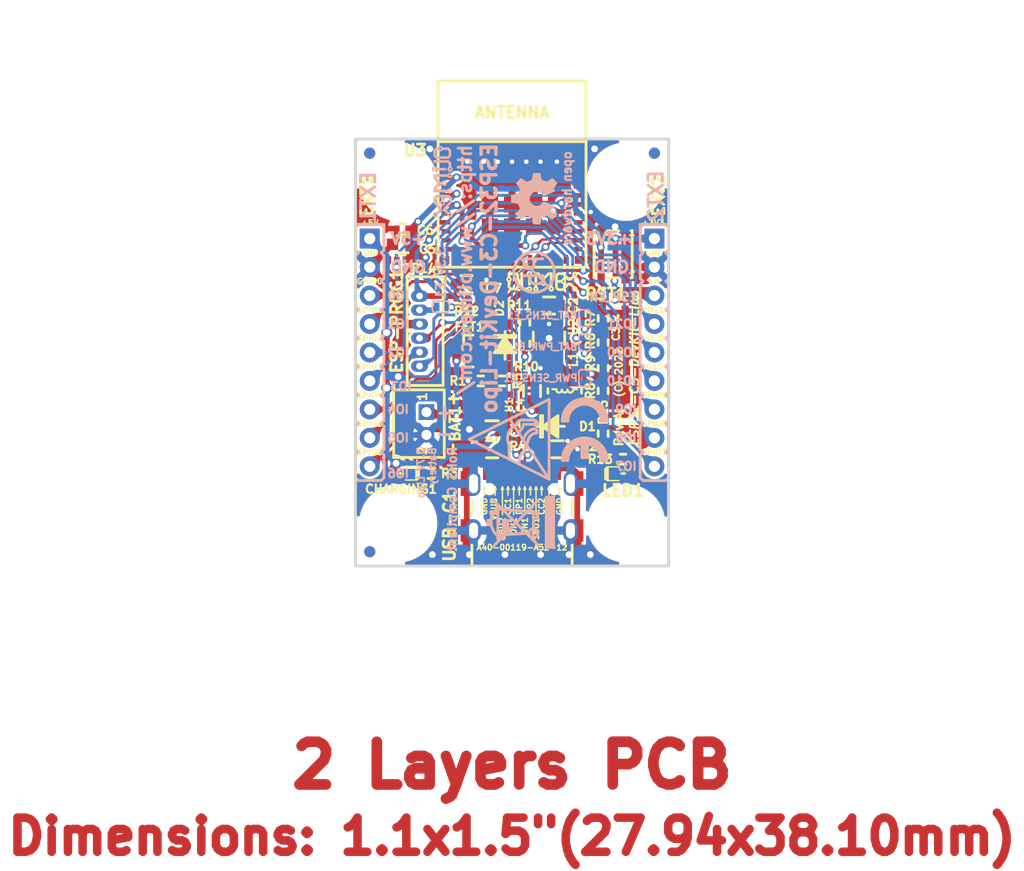
<source format=kicad_pcb>
(kicad_pcb (version 20221018) (generator pcbnew)
  (title_block (title "ESP32-C3-DevKit-Lipo") (date "2022-06-29") (rev "A") (company "OLIMEX Ltd.") (comment 1 "https://www.olimex.com"))
  (layers (0 "F.Cu" mixed) (31 "B.Cu" mixed) (34 "B.Paste" user) (35 "F.Paste" user) (36 "B.SilkS" user "B.Silkscreen") (37 "F.SilkS" user "F.Silkscreen") (38 "B.Mask" user) (39 "F.Mask" user) (44 "Edge.Cuts" user))
  (net 0 "")
  (net 1 "+5V")
  (net 2 "GND")
  (net 3 "+3V3")
  (net 4 "/ESP_EN")
  (net 5 "Net-(CHARGING1-Pad1)")
  (net 6 "Net-(C2-Pad1)")
  (net 7 "/GPIO5")
  (net 8 "/GPIO4")
  (net 9 "/GPIO0")
  (net 10 "/GPIO2")
  (net 11 "Net-(L1-Pad1)")
  (net 12 "Net-(R3-Pad2)")
  (net 13 "Net-(FID1-PadFid1)")
  (net 14 "Net-(FID2-PadFid1)")
  (net 15 "Net-(FID3-PadFid1)")
  (net 16 "VBAT")
  (net 17 "Net-(BAT_SENS_E1-Pad1)")
  (net 18 "Net-(PWR_SENS_E1-Pad1)")
  (net 19 "Net-(BAT_PWR_E1-Pad1)")
  (net 20 "Net-(FID4-PadFid1)")
  (net 21 "Net-(3.3V_E1-Pad1)")
  (net 22 "/GPIO3")
  (net 23 "+5V_USB")
  (net 24 "/GPIO21\\U0TXD")
  (net 25 "/GPIO9")
  (net 26 "/GPIO20\\U0RXD")
  (net 27 "/GPIO6")
  (net 28 "/GPIO1")
  (net 29 "/GPIO10")
  (net 30 "/GPIO8")
  (net 31 "/GPIO7")
  (net 32 "Net-(LED1-Pad2)")
  (net 33 "/CC2")
  (net 34 "/CC1")
  (net 35 "Net-(R5-Pad1)")
  (net 36 "Net-(R10-Pad1)")
  (net 37 "Net-(U3-Pad24)")
  (net 38 "Net-(U3-Pad25)")
  (net 39 "Net-(U3-Pad35)")
  (net 40 "Net-(U3-Pad4)")
  (net 41 "Net-(U3-Pad7)")
  (net 42 "Net-(U3-Pad9)")
  (net 43 "Net-(U3-Pad10)")
  (net 44 "Net-(U3-Pad15)")
  (net 45 "Net-(U3-Pad17)")
  (net 46 "/GPIO18\\USB_D-")
  (net 47 "/GPIO19\\USB_D+")
  (net 48 "Net-(U3-Pad28)")
  (net 49 "Net-(U3-Pad29)")
  (net 50 "Net-(U3-Pad32)")
  (net 51 "Net-(U3-Pad33)")
  (net 52 "Net-(U3-Pad34)")
  (net 53 "Net-(USB-C1-PadA8)")
  (net 54 "Net-(USB-C1-PadB8)")
  (net 55 "Net-(FID5-PadFid1)")
  (net 56 "Net-(FID6-PadFid1)")
  (footprint "OLIMEX_Other-FP:Fiducial1x3" (layer "F.Cu") (at 130.81 114.3)
    (fp_text reference "FID1" hide)
    (fp_text value "Fiducial" hide)
  )
  (footprint "OLIMEX_RLC-FP:R_0402_5MIL_DWS" (layer "F.Cu") (at 151.638 95.631 90)
    (fp_text reference "R6")
    (fp_text value "470k/R0402")
  )
  (footprint "OLIMEX_RLC-FP:R_0402_5MIL_DWS" (layer "F.Cu") (at 151.638 99.949 90)
    (fp_text reference "R8")
    (fp_text value "220k/R0402")
  )
  (footprint "OLIMEX_RLC-FP:R_0402_5MIL_DWS" (layer "F.Cu") (at 144.653 95.758 -90)
    (fp_text reference "R10")
    (fp_text value "220k/R0402")
  )
  (footprint "OLIMEX_Other-FP:Fiducial1x3" (layer "F.Cu") (at 156.21 78.74)
    (fp_text reference "FID3" hide)
    (fp_text value "Fiducial" hide)
  )
  (footprint "OLIMEX_RLC-FP:C_0603_5MIL_DWS" (layer "F.Cu") (at 141.732 103.378 180)
    (fp_text reference "C1")
    (fp_text value "22uF/6.3V/20%/X5R/C0603")
  )
  (footprint "OLIMEX_RLC-FP:CD32" (layer "F.Cu") (at 148.209 99.949 -90)
    (fp_text reference "L1")
    (fp_text value "2.2uH/1.5A/DCR=72mR/20%/3.00x3.00x1.50mm/CD32(NR3015T2R2M)")
  )
  (footprint "OLIMEX_RLC-FP:R_0402_5MIL_DWS" (layer "F.Cu") (at 140.716 99.06 180)
    (fp_text reference "R1")
    (fp_text value "10k/R0402")
  )
  (footprint "OLIMEX_RLC-FP:R_0402_5MIL_DWS" (layer "F.Cu") (at 144.653 93.853 90)
    (fp_text reference "R11")
    (fp_text value "49.9k/1%/R0402")
  )
  (footprint "OLIMEX_RLC-FP:R_0402_5MIL_DWS" (layer "F.Cu") (at 139.065 91.694 180)
    (fp_text reference "R12")
    (fp_text value "10k/R0402")
  )
  (footprint "OLIMEX_RLC-FP:C_0402_5MIL_DWS" (layer "F.Cu") (at 152.527 93.472 -90)
    (fp_text reference "C3")
    (fp_text value "100nF/10V/10%/X7R/C0402")
  )
  (footprint "OLIMEX_RLC-FP:R_0402_5MIL_DWS" (layer "F.Cu") (at 153.416 106.045)
    (fp_text reference "R13")
    (fp_text value "2.2k/R0402")
  )
  (footprint "OLIMEX_RLC-FP:R_0402_5MIL_DWS" (layer "F.Cu") (at 151.638 93.472 90)
    (fp_text reference "R7")
    (fp_text value "470k/R0402")
  )
  (footprint "OLIMEX_Diodes-FP:SOD-123_1C-2A_KA" (layer "F.Cu") (at 142.875 95.885 -90)
    (fp_text reference "D2")
    (fp_text value "1N5819S4/SOD123")
  )
  (footprint "OLIMEX_RLC-FP:R_0402_5MIL_DWS" (layer "F.Cu") (at 151.638 97.917 90)
    (fp_text reference "R9")
    (fp_text value "470k/R0402")
  )
  (footprint "OLIMEX_Connectors-FP:LIPO_BAT_VERTICAL_DW02S" (layer "F.Cu") (at 132.334 102.87 -90)
    (fp_text reference "BAT1")
    (fp_text value "DW02S")
  )
  (footprint "OLIMEX_RLC-FP:R_0402_5MIL_DWS" (layer "F.Cu") (at 151.638 103.759 90)
    (fp_text reference "R15")
    (fp_text value "33k/R0402")
  )
  (footprint "OLIMEX_RLC-FP:R_0402_5MIL_DWS" (layer "F.Cu") (at 142.621 99.06)
    (fp_text reference "R5")
    (fp_text value "10k/R0402")
  )
  (footprint "OLIMEX_Transistors-FP:SOT23" (layer "F.Cu") (at 139.827 96.393)
    (fp_text reference "FET1")
    (fp_text value "WPM2015-3/TR")
  )
  (footprint "OLIMEX_Other-FP:Fiducial1x3" (layer "F.Cu") (at 130.81 78.74)
    (fp_text reference "FID2" hide)
    (fp_text value "Fiducial" hide)
  )
  (footprint "OLIMEX_RLC-FP:C_0603_5MIL_DWS" (layer "F.Cu") (at 146.812 92.329001 180)
    (fp_text reference "C2")
    (fp_text value "22uF/6.3V/20%/X5R/C0603")
  )
  (footprint "OLIMEX_RLC-FP:C_0603_5MIL_DWS" (layer "F.Cu") (at 133.731 86.868 180)
    (fp_text reference "C5")
    (fp_text value "22uF/6.3V/20%/X5R/C0603")
  )
  (footprint "OLIMEX_RLC-FP:C_0402_5MIL_DWS" (layer "F.Cu") (at 133.731 85.471 180)
    (fp_text reference "C6")
    (fp_text value "100nF/10V/10%/X7R/C0402")
  )
  (footprint "OLIMEX_Connectors-FP:WU06S" (layer "F.Cu") (at 135.255 94.615 90)
    (fp_text reference "ESP-PROG1")
    (fp_text value "WU06S")
  )
  (footprint "OLIMEX_LEDs-FP:LED_0603_KA" (layer "F.Cu") (at 153.416 107.315)
    (fp_text reference "LED1")
    (fp_text value "LED/Green/0603")
  )
  (footprint "OLIMEX_Other-FP:Mounting_Hole_Drill-3.3mm_Clerance-7mm" (layer "F.Cu") (at 133.35 111.76)
    (fp_text reference "MH1" hide)
    (fp_text value "Mounting_Hole_NPTH" hide)
  )
  (footprint "OLIMEX_Other-FP:Mounting_Hole_Drill-3.3mm_Clerance-7mm" (layer "F.Cu") (at 153.67 111.76)
    (fp_text reference "MH2" hide)
    (fp_text value "Mounting_Hole_NPTH" hide)
  )
  (footprint "OLIMEX_Other-FP:Mounting_Hole_Drill-3.3mm_Clerance-7mm" (layer "F.Cu") (at 153.67 81.28)
    (fp_text reference "MH3" hide)
    (fp_text value "Mounting_Hole_NPTH" hide)
  )
  (footprint "OLIMEX_Other-FP:Mounting_Hole_Drill-3.3mm_Clerance-7mm" (layer "F.Cu") (at 133.35 81.28)
    (fp_text reference "MH4" hide)
    (fp_text value "Mounting_Hole_NPTH" hide)
  )
  (footprint "OLIMEX_RLC-FP:R_0603_5MIL_DWS" (layer "F.Cu") (at 147.574 105.156 180)
    (fp_text reference "R2")
    (fp_text value "5.1k/R0603")
  )
  (footprint "OLIMEX_RLC-FP:R_0603_5MIL_DWS" (layer "F.Cu") (at 141.732 105.156)
    (fp_text reference "R4")
    (fp_text value "5.1k/R0603")
  )
  (footprint "OLIMEX_RLC-FP:R_0402_5MIL_DWS" (layer "F.Cu") (at 133.731 88.265 180)
    (fp_text reference "R14")
    (fp_text value "33k/R0402")
  )
  (footprint "OLIMEX_Regulators-FP:SOT-23-5" (layer "F.Cu") (at 146.812 95.249999 -90)
    (fp_text reference "U2")
    (fp_text value "SY8089AAAC(SOT23-5)")
  )
  (footprint "OLIMEX_Cases-FP:ESP32-­C3-­MINI­-1" (layer "F.Cu") (at 143.51 83.312)
    (fp_text reference "U3")
    (fp_text value "ESP32-C3-MINI-1-N4")
  )
  (footprint "OLIMEX_Diodes-FP:SOD-123_1C-2A_KA" (layer "F.Cu") (at 146.939 103.124)
    (fp_text reference "D1")
    (fp_text value "1N5819S4/SOD123")
  )
  (footprint "OLIMEX_LEDs-FP:LED_0603_KA" (layer "F.Cu") (at 133.604 107.314999 180)
    (fp_text reference "CHARGING1")
    (fp_text value "LED/YELLOW/0603")
  )
  (footprint "OLIMEX_RLC-FP:R_0402_5MIL_DWS" (layer "F.Cu") (at 136.271 107.315)
    (fp_text reference "R3")
    (fp_text value "2.2k/R0402")
  )
  (footprint "OLIMEX_Buttons-FP:YTS-A016-X" (layer "F.Cu") (at 152.527 87.757 -90)
    (fp_text reference "RST1")
    (fp_text value "YTS-A016-X" hide)
  )
  (footprint "OLIMEX_IC-FP:SOT-23-5" (layer "F.Cu") (at 141.732 101.219 180)
    (fp_text reference "U1")
    (fp_text value "BL4054B-42TPRN(SOT23-5)")
  )
  (footprint "OLIMEX_Signs-FP:Logo_OLIMEX_80" (layer "F.Cu") (at 146.177 90.17)
    (fp_text reference "Logo_OLIMEX_1" hide)
    (fp_text value "Logo_OLIMEX_1" hide)
  )
  (footprint "OLIMEX_RLC-FP:C_0603_5MIL_DWS" (layer "F.Cu") (at 139.446 90.424)
    (fp_text reference "C7")
    (fp_text value "1uF/10V/10%/X5R/C0603")
  )
  (footprint "OLIMEX_Connectors-FP:USB2.0_TYPE-C(A40-00119-A52-12)" (layer "F.Cu") (at 144.399 111.252 -90)
    (fp_text reference "USB-C1")
    (fp_text value "USB-C-16P-F(A40-00119-A52-12)")
  )
  (footprint "OLIMEX_RLC-FP:C_0603_5MIL_DWS" (layer "F.Cu") (at 145.288 99.949 90)
    (fp_text reference "C4")
    (fp_text value "22uF/6.3V/20%/X5R/C0603")
  )
  (footprint "OLIMEX_Jumpers-FP:SJ_1_SMALLER" (layer "B.Cu") (at 149.987 95.631 90)
    (fp_text reference "BAT_PWR_E1")
    (fp_text value "Opened" hide)
  )
  (footprint "OLIMEX_Other-FP:Fiducial1x3" (layer "B.Cu") (at 130.81 114.3)
    (fp_text reference "FID4" hide)
    (fp_text value "Fiducial" hide)
  )
  (footprint "OLIMEX_Jumpers-FP:SJ_1_SMALLER" (layer "B.Cu") (at 149.987 93.472 90)
    (fp_text reference "BAT_SENS_E1")
    (fp_text value "Opened" hide)
  )
  (footprint "OLIMEX_Jumpers-FP:SJ_1_SMALLER" (layer "B.Cu") (at 149.987 98.806 -90)
    (fp_text reference "PWR_SENS_E1")
    (fp_text value "Opened" hide)
  )
  (footprint "OLIMEX_Jumpers-FP:SJ_1_SMALLER" (layer "B.Cu") (at 137.16 92.456)
    (fp_text reference "3.3V_E1")
    (fp_text value "Opened" hide)
  )
  (footprint "OLIMEX_Connectors-FP:HN1x9" (layer "B.Cu") (at 130.81 96.52 -90)
    (fp_text reference "EXT1")
    (fp_text value "HN1x9")
  )
  (footprint "OLIMEX_Connectors-FP:HN1x9" (layer "B.Cu") (at 156.21 96.52 -90)
    (fp_text reference "EXT2")
    (fp_text value "HN1x9")
  )
  (footprint "OLIMEX_Other-FP:Fiducial1x3" (layer "B.Cu") (at 130.81 78.74)
    (fp_text reference "FID5" hide)
    (fp_text value "Fiducial" hide)
  )
  (footprint "OLIMEX_Other-FP:Fiducial1x3" (layer "B.Cu") (at 156.21 78.74)
    (fp_text reference "FID6" hide)
    (fp_text value "Fiducial" hide)
  )
  (footprint "OLIMEX_Signs-FP:Logo_OLIMEX_80" (layer "B.Cu") (at 137.287 81.28 -90)
    (fp_text reference "Logo_OLIMEX_2" hide)
    (fp_text value "Logo_OLIMEX_2" hide)
  )
  (footprint "OLIMEX_Signs-FP:CE_Sign" (layer "B.Cu") (at 149.987 104.394 -90)
    (fp_text reference "Sign_CE" hide)
    (fp_text value "CE_Sign" hide)
  )
  (footprint "OLIMEX_Signs-FP:Sign_Antistatic" (layer "B.Cu") (at 146.812 100.711 -90)
    (fp_text reference "Sign_Antistatic" hide)
    (fp_text value "Sign_Antistatic" hide)
  )
  (footprint "OLIMEX_Signs-FP:Sign_OSHW_7.3x6.0mmn" (layer "B.Cu") (at 146.177 82.804 -90)
    (fp_text reference "Sign_OSHW_7.3x6.0mm" hide)
    (fp_text value "Sign_OSHW_7.3x6.0mm" hide)
  )
  (footprint "OLIMEX_Signs-FP:Sign_PB-Free" (layer "B.Cu") (at 145.161 89.154 90)
    (fp_text reference "Sign_PB-Free")
    (fp_text value "Sign_PB-Free")
  )
  (footprint "OLIMEX_Signs-FP:Sign_RecycleBin_1" (layer "B.Cu") (at 147.32 109.347 -90)
    (fp_text reference "Sign_RecycleBin_1" hide)
    (fp_text value "Sign_RecycleBin_1" hide)
  )
  (gr_line (start 157.48 115.57) (end 157.48 77.47) (stroke (width 0.254)) (layer "Edge.Cuts"))
  (gr_line (start 129.54 77.47) (end 129.54 115.57) (stroke (width 0.254)) (layer "Edge.Cuts"))
  (gr_line (start 129.54 115.57) (end 157.48 115.57) (stroke (width 0.254)) (layer "Edge.Cuts"))
  (gr_line (start 157.48 77.47) (end 129.54 77.47) (stroke (width 0.254)) (layer "Edge.Cuts"))
  (gr_text "2 Layers PCB" (at 143.51 133.35) (layer "F.Cu") (effects (font (size 3.81 3.81) (thickness 0.9525))))
  (gr_text "Dimensions: 1.1x1.5\"(27.94x38.10mm)" (at 143.51 139.7) (layer "F.Cu") (effects (font (size 3.048 3.048) (thickness 0.762))))
  (gr_text "+" (at 137.541 101.854) (layer "B.SilkS") (effects (font (size 1.27 1.27) (thickness 0.254)) (justify mirror)))
  (gr_text "RoHS Compliant" (at 138.176 109.601 90) (layer "B.SilkS") (effects (font (size 0.762 0.762) (thickness 0.1905)) (justify mirror)))
  (gr_text "3.7V Lipo\nBattery" (at 135.89 104.902 90) (layer "B.SilkS") (effects (font (size 0.635 0.635) (thickness 0.15875)) (justify left mirror)))
  (gr_text "https://www.olimex.com/" (at 139.319 89.154 90) (layer "B.SilkS") (effects (font (size 1.143 1.143) (thickness 0.254)) (justify mirror)))
  (gr_text "GND" (at 134.239 88.9) (layer "B.SilkS") (effects (font (size 1.016 1.016) (thickness 0.254)) (justify mirror)))
  (gr_text "IO0" (at 133.35 91.44) (layer "B.SilkS") (effects (font (size 0.762 0.762) (thickness 0.1905)) (justify mirror)))
  (gr_text "IO1" (at 133.35 93.98) (layer "B.SilkS") (effects (font (size 0.762 0.762) (thickness 0.1905)) (justify mirror)))
  (gr_text "IO2" (at 133.35 96.52) (layer "B.SilkS") (effects (font (size 0.762 0.762) (thickness 0.1905)) (justify mirror)))
  (gr_text "IO3" (at 133.604 99.568) (layer "B.SilkS") (effects (font (size 0.762 0.762) (thickness 0.1905)) (justify mirror)))
  (gr_text "IO4" (at 133.35 101.6) (layer "B.SilkS") (effects (font (size 0.762 0.762) (thickness 0.1905)) (justify mirror)))
  (gr_text "IO5" (at 133.35 104.14) (layer "B.SilkS") (effects (font (size 0.762 0.762) (thickness 0.1905)) (justify mirror)))
  (gr_text "IO6" (at 133.35 107.315) (layer "B.SilkS") (effects (font (size 0.762 0.762) (thickness 0.1905)) (justify mirror)))
  (gr_text "ESP32-C3-DevKit-Lipo" (at 141.478 89.916 90) (layer "B.SilkS") (effects (font (size 1.3208 1.3208) (thickness 0.3175)) (justify mirror)))
  (gr_text "-" (at 137.541 103.759) (layer "B.SilkS") (effects (font (size 1.27 1.27) (thickness 0.254)) (justify mirror)))
  (gr_text "IO7" (at 153.67 106.68) (layer "B.SilkS") (effects (font (size 0.762 0.762) (thickness 0.1905)) (justify mirror)))
  (gr_text "IO8" (at 153.67 104.14) (layer "B.SilkS") (effects (font (size 0.762 0.762) (thickness 0.1905)) (justify mirror)))
  (gr_text "IO9" (at 153.67 101.6) (layer "B.SilkS") (effects (font (size 0.762 0.762) (thickness 0.1905)) (justify mirror)))
  (gr_text "IO10" (at 153.289 99.06) (layer "B.SilkS") (effects (font (size 0.762 0.762) (thickness 0.1905)) (justify mirror)))
  (gr_text "IO20" (at 153.289 96.52) (layer "B.SilkS") (effects (font (size 0.762 0.762) (thickness 0.1905)) (justify mirror)))
  (gr_text "IO21" (at 153.289 93.98) (layer "B.SilkS") (effects (font (size 0.762 0.762) (thickness 0.1905)) (justify mirror)))
  (gr_text "ESP_EN" (at 152.527 91.567) (layer "B.SilkS") (effects (font (size 0.762 0.762) (thickness 0.1905)) (justify mirror)))
  (gr_text "GND" (at 152.4 88.9) (layer "B.SilkS") (effects (font (size 1.016 1.016) (thickness 0.254)) (justify mirror)))
  (gr_text "+3V3" (at 152.146 86.36) (layer "B.SilkS") (effects (font (size 1.016 1.016) (thickness 0.254)) (justify mirror)))
  (gr_text "+5V" (at 134.239 86.36) (layer "B.SilkS") (effects (font (size 1.016 1.016) (thickness 0.254)) (justify mirror)))
  (gr_text "+3V3" (at 156.083 84.963) (layer "F.SilkS") (effects (font (size 0.508 0.508) (thickness 0.127))))
  (gr_text "EN" (at 156.21 90.17) (layer "F.SilkS") (effects (font (size 0.508 0.508) (thickness 0.127))))
  (gr_text "+5V" (at 130.81 84.963) (layer "F.SilkS") (effects (font (size 0.508 0.508) (thickness 0.127))))
  (gr_text "GPIO9" (at 156.21 100.33) (layer "F.SilkS") (effects (font (size 0.508 0.508) (thickness 0.127))))
  (gr_text "IO10" (at 156.083 97.79) (layer "F.SilkS") (effects (font (size 0.508 0.508) (thickness 0.127))))
  (gr_text "GPIO5" (at 130.81 102.87) (layer "F.SilkS") (effects (font (size 0.508 0.508) (thickness 0.127))))
  (gr_text "GPIO4" (at 130.81 100.33) (layer "F.SilkS") (effects (font (size 0.508 0.508) (thickness 0.127))))
  (gr_text "GPIO0" (at 130.81 90.17) (layer "F.SilkS") (effects (font (size 0.508 0.508) (thickness 0.127))))
  (gr_text "GPIO2" (at 130.81 95.25) (layer "F.SilkS") (effects (font (size 0.508 0.508) (thickness 0.127))))
  (gr_text "GPIO7" (at 156.21 105.41) (layer "F.SilkS") (effects (font (size 0.508 0.508) (thickness 0.127))))
  (gr_text "GPIO6" (at 130.81 105.41) (layer "F.SilkS") (effects (font (size 0.508 0.508) (thickness 0.127))))
  (gr_text "EXT1" (at 130.556 82.55 90) (layer "F.SilkS") (effects (font (size 1.016 1.016) (thickness 0.254))))
  (gr_text "ESP32-C3-DevKit-Lipo" (at 154.432 97.917 90) (layer "F.SilkS") (effects (font (size 0.762 0.762) (thickness 0.1905) italic)))
  (gr_text "EXT2" (at 156.591 82.55 90) (layer "F.SilkS") (effects (font (size 1.016 1.016) (thickness 0.254))))
  (gr_text "Rev.A" (at 153.035 103.378 90) (layer "F.SilkS") (effects (font (size 0.762 0.762) (thickness 0.1905))))
  (gr_text "GPIO1" (at 130.81 92.71) (layer "F.SilkS") (effects (font (size 0.508 0.508) (thickness 0.127))))
  (gr_text "GPIO3" (at 130.81 97.79) (layer "F.SilkS") (effects (font (size 0.508 0.508) (thickness 0.127))))
  (gr_text "GND" (at 156.21 87.63) (layer "F.SilkS") (effects (font (size 0.508 0.508) (thickness 0.127))))
  (gr_text "GND" (at 130.81 87.63) (layer "F.SilkS") (effects (font (size 0.508 0.508) (thickness 0.127))))
  (gr_text "(C) 2022" (at 153.035 98.298 90) (layer "F.SilkS") (effects (font (size 0.635 0.635) (thickness 0.15875))))
  (gr_text "GPIO8" (at 156.21 102.87) (layer "F.SilkS") (effects (font (size 0.508 0.508) (thickness 0.127))))
  (gr_text "IO20" (at 156.21 95.25) (layer "F.SilkS") (effects (font (size 0.508 0.508) (thickness 0.127))))
  (gr_text "IO21" (at 156.21 92.71) (layer "F.SilkS") (effects (font (size 0.508 0.508) (thickness 0.127))))
  (gr_text "+" (at 138.303 100.584) (layer "F.SilkS") (effects (font (size 1.016 1.016) (thickness 0.254))))
  (gr_text "-" (at 138.176 105.156 90) (layer "F.SilkS") (effects (font (size 1.016 1.016) (thickness 0.254))))
  (segment (start 141.224 99.441) (end 141.224 99.06) (width 0.508) (layer "F.Cu") (net 1))
  (segment (start 142.621 102.362) (end 142.621 102.616) (width 0.508) (layer "F.Cu") (net 1))
  (segment (start 142.621 102.616) (end 144.78 102.616) (width 0.508) (layer "F.Cu") (net 1))
  (segment (start 132.842 107.315) (end 132.842 106.723981) (width 0.508) (layer "F.Cu") (net 1))
  (segment (start 145.039 102.875) (end 145.039 103.124) (width 0.508) (layer "F.Cu") (net 1))
  (segment (start 141.859 97.282) (end 141.097 97.282) (width 0.508) (layer "F.Cu") (net 1))
  (segment (start 141.224 99.06) (end 141.224 98.298) (width 0.508) (layer "F.Cu") (net 1))
  (segment (start 144.333 102.169) (end 144.333 101.666) (width 0.254) (layer "F.Cu") (net 1))
  (segment (start 143.002 102.997) (end 145.034 102.997) (width 0.508) (layer "F.Cu") (net 1))
  (segment (start 141.224 98.298) (end 141.224 98.171) (width 0.508) (layer "F.Cu") (net 1))
  (segment (start 141.859 97.282) (end 141.6685 97.0915) (width 0.508) (layer "F.Cu") (net 1))
  (segment (start 144.78 103.378) (end 145.034 103.124) (width 0.508) (layer "F.Cu") (net 1))
  (segment (start 142.621 101.473) (end 143.383 102.235) (width 0.508) (layer "F.Cu") (net 1))
  (segment (start 132.334 99.694996) (end 132.334004 99.695) (width 0.508) (layer "F.Cu") (net 1))
  (segment (start 144.526 99.949) (end 150.368 99.949) (width 0.254) (layer "F.Cu") (net 1))
  (segment (start 141.732 99.949) (end 141.224 99.441) (width 0.508) (layer "F.Cu") (net 1))
  (segment (start 140.93444 97.34296) (end 141.224 97.63252) (width 0.508) (layer "F.Cu") (net 1))
  (segment (start 142.875 97.785) (end 141.229 97.785) (width 0.508) (layer "F.Cu") (net 1))
  (segment (start 132.842 106.723981) (end 133.16421 106.401771) (width 0.508) (layer "F.Cu") (net 1))
  (segment (start 142.814 102.169) (end 142.621 102.362) (width 0.508) (layer "F.Cu") (net 1))
  (segment (start 142.621 101.473) (end 141.732 100.584) (width 0.508) (layer "F.Cu") (net 1))
  (segment (start 142.875 97.785) (end 142.362 97.785) (width 0.508) (layer "F.Cu") (net 1))
  (segment (start 141.229 97.785) (end 141.224 97.79) (width 0.508) (layer "F.Cu") (net 1))
  (segment (start 142.875 97.785) (end 141.737 97.785) (width 0.508) (layer "F.Cu") (net 1))
  (segment (start 144.333 101.666) (end 144.333 100.142) (width 0.254) (layer "F.Cu") (net 1))
  (segment (start 144.333 101.666) (end 143.83 102.169) (width 0.254) (layer "F.Cu") (net 1))
  (segment (start 143.83 102.169) (end 144.333 102.169) (width 0.508) (layer "F.Cu") (net 1))
  (segment (start 132.334 94.742) (end 132.334 99.694996) (width 0.508) (layer "F.Cu") (net 1))
  (segment (start 150.368 99.949) (end 150.876 100.457) (width 0.254) (layer "F.Cu") (net 1))
  (segment (start 142.621 103.378) (end 144.78 103.378) (width 0.508) (layer "F.Cu") (net 1))
  (segment (start 144.333 102.169) (end 145.039 102.875) (width 0.508) (layer "F.Cu") (net 1))
  (segment (start 143.032 102.169) (end 142.814 102.169) (width 0.508) (layer "F.Cu") (net 1))
  (segment (start 142.621 103.378) (end 141.859 104.14) (width 0.508) (layer "F.Cu") (net 1))
  (segment (start 142.621 103.378) (end 143.002 102.997) (width 0.508) (layer "F.Cu") (net 1))
  (segment (start 142.621 102.616) (end 142.621 103.378) (width 0.508) (layer "F.Cu") (net 1))
  (segment (start 143.032 102.169) (end 143.83 102.169) (width 0.508) (layer "F.Cu") (net 1))
  (segment (start 141.6685 97.0915) (end 140.843 97.0915) (width 0.508) (layer "F.Cu") (net 1))
  (segment (start 141.224 98.171) (end 140.589 97.536) (width 0.508) (layer "F.Cu") (net 1))
  (segment (start 141.224 97.63252) (end 141.224 98.171) (width 0.508) (layer "F.Cu") (net 1))
  (segment (start 144.333 100.142) (end 144.526 99.949) (width 0.254) (layer "F.Cu") (net 1))
  (segment (start 141.737 97.785) (end 141.224 98.298) (width 0.508) (layer "F.Cu") (net 1))
  (segment (start 141.732 100.584) (end 141.732 99.949) (width 0.508) (layer "F.Cu") (net 1))
  (segment (start 142.621 102.616) (end 142.621 101.473) (width 0.508) (layer "F.Cu") (net 1))
  (segment (start 151.638 100.457) (end 150.876 100.457) (width 0.508) (layer "F.Cu") (net 1))
  (segment (start 142.362 97.785) (end 141.859 97.282) (width 0.508) (layer "F.Cu") (net 1))
  (via (at 141.859 104.14) (size 0.7) (drill 0.4) (layers "F.Cu" "B.Cu") (net 1))
  (via (at 132.334004 99.695) (size 1) (drill 0.6) (layers "F.Cu" "B.Cu") (net 1))
  (via (at 133.16421 106.401771) (size 1) (drill 0.6) (layers "F.Cu" "B.Cu") (net 1))
  (via (at 132.334 94.742) (size 1) (drill 0.6) (layers "F.Cu" "B.Cu") (net 1))
  (segment (start 137.120729 106.401771) (end 138.6205 104.902) (width 0.508) (layer "B.Cu") (net 1))
  (segment (start 132.334004 105.571565) (end 132.334004 99.695) (width 0.508) (layer "B.Cu") (net 1))
  (segment (start 133.16421 106.401771) (end 132.334004 105.571565) (width 0.508) (layer "B.Cu") (net 1))
  (segment (start 141.097 104.902) (end 141.859 104.14) (width 0.508) (layer "B.Cu") (net 1))
  (segment (start 133.16421 106.401771) (end 137.120729 106.401771) (width 0.508) (layer "B.Cu") (net 1))
  (segment (start 130.81 86.36) (end 132.334028 87.884028) (width 0.508) (layer "B.Cu") (net 1))
  (segment (start 138.6205 104.902) (end 141.097 104.902) (width 0.508) (layer "B.Cu") (net 1))
  (segment (start 132.334028 87.884028) (end 132.334028 94.741972) (width 0.508) (layer "B.Cu") (net 1))
  (segment (start 132.334028 94.741972) (end 132.334 94.742) (width 0.508) (layer "B.Cu") (net 1))
  (segment (start 139.7 103.378) (end 136.906 103.378) (width 0.508) (layer "F.Cu") (net 2))
  (segment (start 139.7635 106.1085) (end 139.827 106.045) (width 0.762) (layer "F.Cu") (net 2))
  (segment (start 141.324 107.32) (end 141.324 106.526) (width 0.254) (layer "F.Cu") (net 2))
  (segment (start 147.696 107.32) (end 147.701 107.315) (width 0.2032) (layer "F.Cu") (net 2))
  (segment (start 146.812 97.155) (end 145.288 98.679) (width 0.508) (layer "F.Cu") (net 2))
  (segment (start 147.724 107.32) (end 147.724 106.9745) (width 0.254) (layer "F.Cu") (net 2))
  (segment (start 149.3266 112.402) (end 148.724 112.402) (width 0.508) (layer "F.Cu") (net 2))
  (segment (start 141.9225 79.502) (end 142.748 79.502) (width 0.4064) (layer "F.Cu") (net 2))
  (segment (start 153.414306 85.300782) (end 152.7072 85.300782) (width 0.508) (layer "F.Cu") (net 2))
  (segment (start 137.61 87.312) (end 137.618077 87.320077) (width 0.4064) (layer "F.Cu") (net 2))
  (segment (start 137.795 78.105) (end 148.838 78.105) (width 0.254) (layer "F.Cu") (net 2))
  (segment (start 140.843 103.378) (end 140.843 105.156) (width 0.762) (layer "F.Cu") (net 2))
  (segment (start 148.543 78.412) (end 148.593 78.362) (width 0.4064) (layer "F.Cu") (net 2))
  (segment (start 145.034 79.502) (end 145.9865 79.502) (width 0.4064) (layer "F.Cu") (net 2))
  (segment (start 139.4714 108.222) (end 139.4714 106.4006) (width 0.762) (layer "F.Cu") (net 2))
  (segment (start 140.31 88.212) (end 140.31 90.399) (width 0.4064) (layer "F.Cu") (net 2))
  (segment (start 140.843 103.378) (end 141.605 102.616) (width 0.508) (layer "F.Cu") (net 2))
  (segment (start 145.161 99.06) (end 145.288 98.933) (width 0.508) (layer "F.Cu") (net 2))
  (segment (start 148.463 105.156) (end 149.352 105.156) (width 0.762) (layer "F.Cu") (net 2))
  (segment (start 140.009923 87.320077) (end 140.31 87.620154) (width 0.4064) (layer "F.Cu") (net 2))
  (segment (start 135.949279 89.072201) (end 134.245459 89.072201) (width 0.508) (layer "F.Cu") (net 2))
  (segment (start 143.51 79.4385) (end 143.4465 79.502) (width 0.4064) (layer "F.Cu") (net 2))
  (segment (start 148.9075 106.8705) (end 149.3266 107.2896) (width 0.508) (layer "F.Cu") (net 2))
  (segment (start 141.605 102.616) (end 141.605 101.727) (width 0.508) (layer "F.Cu") (net 2))
  (segment (start 149.095 78.362) (end 148.593 78.362) (width 0.762) (layer "F.Cu") (net 2))
  (segment (start 138.6455 80.112) (end 138.71 80.0475) (width 0.4064) (layer "F.Cu") (net 2))
  (segment (start 137.56 88.262) (end 136.702 88.262) (width 0.508) (layer "F.Cu") (net 2))
  (segment (start 152.781 92.964) (end 153.289 93.472) (width 0.508) (layer "F.Cu") (net 2))
  (segment (start 141.11 78.412) (end 141.11 79.4255) (width 0.4064) (layer "F.Cu") (net 2))
  (segment (start 145.11 79.426) (end 145.034 79.502) (width 0.4064) (layer "F.Cu") (net 2))
  (segment (start 133.975 93.99) (end 133.35 94.615) (width 0.508) (layer "F.Cu") (net 2))
  (segment (start 151.638 97.409) (end 152.781 97.409) (width 0.508) (layer "F.Cu") (net 2))
  (segment (start 148.838 78.105) (end 149.095 78.362) (width 0.254) (layer "F.Cu") (net 2))
  (segment (start 143.4465 79.502) (end 144.2085 79.502) (width 0.4064) (layer "F.Cu") (net 2))
  (segment (start 140.2715 79.502) (end 141.0335 79.502) (width 0.4064) (layer "F.Cu") (net 2))
  (segment (start 144.31 78.412) (end 144.31 79.4005) (width 0.4064) (layer "F.Cu") (net 2))
  (segment (start 139.51 78.412) (end 139.51 79.5015) (width 0.4064) (layer "F.Cu") (net 2))
  (segment (start 146.812 93.218) (end 145.923001 92.329001) (width 0.508) (layer "F.Cu") (net 2))
  (segment (start 144.653 93.345) (end 145.288 92.71) (width 0.508) (layer "F.Cu") (net 2))
  (segment (start 141.91 78.412) (end 141.91 79.4895) (width 0.4064) (layer "F.Cu") (net 2))
  (segment (start 136.702 88.31948) (end 135.949279 89.072201) (width 0.508) (layer "F.Cu") (net 2))
  (segment (start 148.463 105.156) (end 148.463 104.408201) (width 0.762) (layer "F.Cu") (net 2))
  (segment (start 147.51 79.5015) (end 147.5105 79.502) (width 0.4064) (layer "F.Cu") (net 2))
  (segment (start 142.71 78.412) (end 142.71 79.464) (width 0.4064) (layer "F.Cu") (net 2))
  (segment (start 144.2085 79.502) (end 145.034 79.502) (width 0.4064) (layer "F.Cu") (net 2))
  (segment (start 153.289 96.901) (end 152.781 97.409) (width 0.508) (layer "F.Cu") (net 2))
  (segment (start 150.536881 88.052881) (end 150.536881 84.483849) (width 0.508) (layer "F.Cu") (net 2))
  (segment (start 141.097 101.219) (end 140.432 101.219) (width 0.508) (layer "F.Cu") (net 2))
  (segment (start 146.71 78.412) (end 146.71 79.4135) (width 0.4064) (layer "F.Cu") (net 2))
  (segment (start 136.97 87.312) (end 136.702 87.58) (width 0.4064) (layer "F.Cu") (net 2))
  (segment (start 132.842 86.868) (end 133.223 86.487) (width 0.508) (layer "F.Cu") (net 2))
  (segment (start 145.9865 79.502) (end 146.6215 79.502) (width 0.4064) (layer "F.Cu") (net 2))
  (segment (start 149.3266 112.402) (end 149.3266 110.5916) (width 0.508) (layer "F.Cu") (net 2))
  (segment (start 140.843 106.045) (end 140.843 105.156) (width 0.762) (layer "F.Cu") (net 2))
  (segment (start 146.812 95.25) (end 146.812 93.218) (width 0.508) (layer "F.Cu") (net 2))
  (segment (start 150.669799 88.185799) (end 150.536881 88.052881) (width 0.508) (layer "F.Cu") (net 2))
  (segment (start 153.602 85.682) (end 153.602 85.488476) (width 0.508) (layer "F.Cu") (net 2))
  (segment (start 140.31 79.4635) (end 140.2715 79.502) (width 0.4064) (layer "F.Cu") (net 2))
  (segment (start 148.31 78.412) (end 148.31 79.4645) (width 0.4064) (layer "F.Cu") (net 2))
  (segment (start 141.605 101.727) (end 141.097 101.219) (width 0.508) (layer "F.Cu") (net 2))
  (segment (start 140.208 99.06) (end 139.573 99.06) (width 0.508) (layer "F.Cu") (net 2))
  (segment (start 137.56 78.362) (end 138.4905 78.362) (width 0.762) (layer "F.Cu") (net 2))
  (segment (start 139.4714 112.402) (end 139.4714 114.2746) (width 0.762) (layer "F.Cu") (net 2))
  (segment (start 148.494201 97.059201) (end 148.494201 95.584238) (width 0.508) (layer "F.Cu") (net 2))
  (segment (start 135.87222 103.87076) (end 136.36498 103.378) (width 0.508) (layer "F.Cu") (net 2))
  (segment (start 145.91 78.412) (end 145.91 79.4255) (width 0.4064) (layer "F.Cu") (net 2))
  (segment (start 150.327762 88.262) (end 150.536881 88.052881) (width 0.508) (layer "F.Cu") (net 2))
  (segment (start 149.3266 108.222) (end 149.3266 110.5916) (width 0.508) (layer "F.Cu") (net 2))
  (segment (start 133.35 94.615) (end 133.35 98.679) (width 0.508) (layer "F.Cu") (net 2))
  (segment (start 139.4714 108.222) (end 139.4714 110.7186) (width 0.508) (layer "F.Cu") (net 2))
  (segment (start 137.61 79.312) (end 138.5575 79.312) (width 0.4064) (layer "F.Cu") (net 2))
  (segment (start 149.46 78.362) (end 150.873002 78.362) (width 0.762) (layer "F.Cu") (net 2))
  (segment (start 146.71 79.4135) (end 146.6215 79.502) (width 0.4064) (layer "F.Cu") (net 2))
  (segment (start 139.4714 112.402) (end 139.4714 110.7186) (width 0.508) (layer "F.Cu") (net 2))
  (segment (start 153.602 88.832) (end 153.602 87.308) (width 0.508) (layer "F.Cu") (net 2))
  (segment (start 145.923 92.329001) (end 145.668999 92.329001) (width 0.508) (layer "F.Cu") (net 2))
  (segment (start 141.074 107.32) (end 141.074 106.276) (width 0.254) (layer "F.Cu") (net 2))
  (segment (start 148.494201 95.584238) (end 148.159963 95.25) (width 0.508) (layer "F.Cu") (net 2))
  (segment (start 133.14766 90.17) (end 132.08 90.17) (width 0.508) (layer "F.Cu") (net 2))
  (segment (start 149.3266 112.402) (end 149.3266 114.2746) (width 0.762) (layer "F.Cu") (net 2))
  (segment (start 146.812 96.549999) (end 146.812 95.25) (width 0.508) (layer "F.Cu") (net 2))
  (segment (start 137.61 80.112) (end 138.6455 80.112) (width 0.4064) (layer "F.Cu") (net 2))
  (segment (start 145.668999 92.329001) (end 145.288 92.71) (width 0.508) (layer "F.Cu") (net 2))
  (segment (start 138.5575 79.312) (end 138.71 79.4645) (width 0.4064) (layer "F.Cu") (net 2))
  (segment (start 137.56 78.362) (end 136.175882 78.362) (width 0.762) (layer "F.Cu") (net 2))
  (segment (start 148.31 78.412) (end 148.543 78.412) (width 0.4064) (layer "F.Cu") (net 2))
  (segment (start 149.46 78.362) (end 149.095 78.362) (width 0.762) (layer "F.Cu") (net 2))
  (segment (start 139.827 106.045) (end 140.843 106.045) (width 0.762) (layer "F.Cu") (net 2))
  (segment (start 148.31 79.4645) (end 148.2725 79.502) (width 0.4064) (layer "F.Cu") (net 2))
  (segment (start 148.844 97.409) (end 148.494201 97.059201) (width 0.508) (layer "F.Cu") (net 2))
  (segment (start 141.91 79.4895) (end 141.9225 79.502) (width 0.4064) (layer "F.Cu") (net 2))
  (segment (start 137.618077 87.320077) (end 140.009923 87.320077) (width 0.4064) (layer "F.Cu") (net 2))
  (segment (start 149.3266 107.2896) (end 149.3266 108.222) (width 0.508) (layer "F.Cu") (net 2))
  (segment (start 140.074 112.402) (end 140.081 112.395) (width 0.508) (layer "F.Cu") (net 2))
  (segment (start 145.91 79.4255) (end 145.9865 79.502) (width 0.4064) (layer "F.Cu") (net 2))
  (segment (start 145.11 78.412) (end 145.11 79.426) (width 0.4064) (layer "F.Cu") (net 2))
  (segment (start 137.61 79.312) (end 136.716 79.312) (width 0.4064) (layer "F.Cu") (net 2))
  (segment (start 147.474 107.32) (end 147.696 107.32) (width 0.2032) (layer "F.Cu") (net 2))
  (segment (start 140.079 112.402) (end 147.059 112.402) (width 0.508) (layer "F.Cu") (net 2))
  (segment (start 147.701 106.9975) (end 147.828 106.8705) (width 0.508) (layer "F.Cu") (net 2))
  (segment (start 142.71 79.464) (end 142.748 79.502) (width 0.4064) (layer "F.Cu") (net 2))
  (segment (start 140.843 103.378) (end 139.7 103.378) (width 0.508) (layer "F.Cu") (net 2))
  (segment (start 146.812 96.549999) (end 146.812 97.155) (width 0.508) (layer "F.Cu") (net 2))
  (segment (start 153.602 89.832) (end 153.602 88.832) (width 0.508) (layer "F.Cu") (net 2))
  (segment (start 132.842 86.868) (end 130.81 88.9) (width 0.508) (layer "F.Cu") (net 2))
  (segment (start 133.223 86.487) (end 133.223 85.471) (width 0.508) (layer "F.Cu") (net 2))
  (segment (start 156.21 88.9) (end 153.67 88.9) (width 0.508) (layer "F.Cu") (net 2))
  (segment (start 145.923001 92.329001) (end 145.923 92.329001) (width 0.508) (layer "F.Cu") (net 2))
  (segment (start 149.46 88.262) (end 150.327762 88.262) (width 0.508) (layer "F.Cu") (net 2))
  (segment (start 147.828 106.8705) (end 148.9075 106.8705) (width 0.508) (layer "F.Cu") (net 2))
  (segment (start 153.67 88.9) (end 153.602 88.832) (width 0.508) (layer "F.Cu") (net 2))
  (segment (start 150.669799 91.995799) (end 151.638 92.964) (width 0.508) (layer "F.Cu") (net 2))
  (segment (start 146.6215 79.502) (end 147.5105 79.502) (width 0.4064) (layer "F.Cu") (net 2))
  (segment (start 152.527 92.964) (end 151.638 92.964) (width 0.508) (layer "F.Cu") (net 2))
  (segment (start 148.735 108.222) (end 148.717 108.204) (width 0.508) (layer "F.Cu") (net 2))
  (segment (start 149.3266 108.222) (end 148.735 108.222) (width 0.508) (layer "F.Cu") (net 2))
  (segment (start 132.08 90.17) (end 130.81 88.9) (width 0.508) (layer "F.Cu") (net 2))
  (segment (start 140.31 78.412) (end 140.31 79.4635) (width 0.4064) (layer "F.Cu") (net 2))
  (segment (start 137.538 78.362) (end 137.795 78.105) (width 0.254) (layer "F.Cu") (net 2))
  (segment (start 138.71 80.0475) (end 138.71 79.4645) (width 0.4064) (layer "F.Cu") (net 2))
  (segment (start 136.716 79.312) (end 136.175882 78.771882) (width 0.4064) (layer "F.Cu") (net 2))
  (segment (start 136.36498 103.378) (end 136.906 103.378) (width 0.508) (layer "F.Cu") (net 2))
  (segment (start 148.2725 79.502) (end 147.5105 79.502) (width 0.4064) (layer "F.Cu") (net 2))
  (segment (start 136.702 87.58) (end 136.702 88.262) (width 0.4064) (layer "F.Cu") (net 2))
  (segment (start 136.702 88.262) (end 136.702 88.31948) (width 0.508) (layer "F.Cu") (net 2))
  (segment (start 139.4714 112.402) (end 140.074 112.402) (width 0.508) (layer "F.Cu") (net 2))
  (segment (start 148.719 112.402) (end 147.059 112.402) (width 0.508) (layer "F.Cu") (net 2))
  (segment (start 136.175882 78.771882) (end 136.175882 78.362) (width 0.4064) (layer "F.Cu") (net 2))
  (segment (start 141.324 106.526) (end 141.074 106.276) (width 0.254) (layer "F.Cu") (net 2))
  (segment (start 144.31 79.4005) (end 144.2085 79.502) (width 0.4064) (layer "F.Cu") (net 2))
  (segment (start 140.843 90.424) (end 141.224 90.043) (width 0.762) (layer "F.Cu") (net 2))
  (segment (start 151.638 97.409) (end 148.844 97.409) (width 0.508) (layer "F.Cu") (net 2))
  (segment (start 152.527 92.964) (end 152.781 92.964) (width 0.508) (layer "F.Cu") (net 2))
  (segment (start 139.51 79.5015) (end 139.5095 79.502) (width 0.4064) (layer "F.Cu") (net 2))
  (segment (start 139.4714 112.402) (end 138.31 112.402) (width 0.762) (layer "F.Cu") (net 2))
  (segment (start 143.51 78.412) (end 143.51 79.4385) (width 0.4064) (layer "F.Cu") (net 2))
  (segment (start 139.4714 108.222) (end 140.063 108.222) (width 0.508) (layer "F.Cu") (net 2))
  (segment (start 145.288 98.679) (end 145.288 98.933) (width 0.508) (layer "F.Cu") (net 2))
  (segment (start 150.536881 84.483849) (end 150.536881 83.988875) (width 0.508) (layer "F.Cu") (net 2))
  (segment (start 153.602 85.682) (end 153.602 87.308) (width 0.508) (layer "F.Cu") (net 2))
  (segment (start 138.7475 79.502) (end 139.5095 79.502) (width 0.4064) (layer "F.Cu") (net 2))
  (segment (start 149.3266 108.222) (end 150.731 108.222) (width 0.762) (layer "F.Cu") (net 2))
  (segment (start 142.748 79.502) (end 143.4465 79.502) (width 0.4064) (layer "F.Cu") (net 2))
  (segment (start 140.063 108.222) (end 140.081 108.204) (width 0.508) (layer "F.Cu") (net 2))
  (segment (start 137.61 87.312) (end 136.97 87.312) (width 0.4064) (layer "F.Cu") (net 2))
  (segment (start 140.31 90.399) (end 140.335 90.424) (width 0.4064) (layer "F.Cu") (net 2))
  (segment (start 140.31 87.620154) (end 140.31 88.212) (width 0.4064) (layer "F.Cu") (net 2))
  (segment (start 141.11 79.4255) (end 141.0335 79.502) (width 0.4064) (layer "F.Cu") (net 2))
  (segment (start 140.335 90.424) (end 140.843 90.424) (width 0.762) (layer "F.Cu") (net 2))
  (segment (start 153.289 93.472) (end 153.289 96.901) (width 0.508) (layer "F.Cu") (net 2))
  (segment (start 139.5095 79.502) (end 140.2715 79.502) (width 0.4064) (layer "F.Cu") (net 2))
  (segment (start 136.175882 78.362) (end 137.538 78.362) (width 0.254) (layer "F.Cu") (net 2))
  (segment (start 150.669799 88.185799) (end 150.669799 91.995799) (width 0.508) (layer "F.Cu") (net 2))
  (segment (start 153.602 85.488476) (end 153.414306 85.300782) (width 0.508) (layer "F.Cu") (net 2))
  (segment (start 141.0335 79.502) (end 141.9225 79.502) (width 0.4064) (layer "F.Cu") (net 2))
  (segment (start 135.255 93.99) (end 133.975 93.99) (width 0.762) (layer "F.Cu") (net 2))
  (segment (start 150.873002 78.362) (end 150.876002 78.359) (width 0.762) (layer "F.Cu") (net 2))
  (segment (start 138.71 79.4645) (end 138.7475 79.502) (width 0.4064) (layer "F.Cu") (net 2))
  (segment (start 139.4714 106.4006) (end 139.7635 106.1085) (width 0.762) (layer "F.Cu") (net 2))
  (segment (start 138.71 78.412) (end 138.71 79.4645) (width 0.4064) (layer "F.Cu") (net 2))
  (segment (start 148.724 112.402) (end 148.717 112.395) (width 0.508) (layer "F.Cu") (net 2))
  (segment (start 134.245459 89.072201) (end 133.14766 90.17) (width 0.508) (layer "F.Cu") (net 2))
  (segment (start 143.129 99.06) (end 145.161 99.06) (width 0.508) (layer "F.Cu") (net 2))
  (segment (start 139.4714 108.222) (end 138.321 108.222) (width 0.762) (layer "F.Cu") (net 2))
  (segment (start 148.159963 95.25) (end 146.812 95.25) (width 0.508) (layer "F.Cu") (net 2))
  (segment (start 141.074 106.276) (end 140.843 106.045) (width 0.762) (layer "F.Cu") (net 2))
  (segment (start 147.51 78.412) (end 147.51 79.5015) (width 0.4064) (layer "F.Cu") (net 2))
  (via (at 146.812 95.249999) (size 1) (drill 0.6) (layers "F.Cu" "B.Cu") (net 2))
  (via (at 149.352 105.156) (size 0.7) (drill 0.4) (layers "F.Cu" "B.Cu") (net 2))
  (via (at 146.05 97.917) (size 0.7) (drill 0.4) (layers "F.Cu" "B.Cu") (net 2))
  (via (at 146.812 93.98) (size 0.7) (drill 0.4) (layers "F.Cu" "B.Cu") (net 2))
  (via (at 139.5095 79.502) (size 0.7) (drill 0.4) (layers "F.Cu" "B.Cu") (net 2))
  (via (at 140.97 79.502) (size 0.7) (drill 0.4) (layers "F.Cu" "B.Cu") (net 2))
  (via (at 142.24 79.502) (size 0.7) (drill 0.4) (layers "F.Cu" "B.Cu") (net 2))
  (via (at 143.51 79.502) (size 0.7) (drill 0.4) (layers "F.Cu" "B.Cu") (net 2))
  (via (at 144.78 79.502) (size 0.7) (drill 0.4) (layers "F.Cu" "B.Cu") (net 2))
  (via (at 146.05 79.502) (size 0.7) (drill 0.4) (layers "F.Cu" "B.Cu") (net 2))
  (via (at 136.398 114.554) (size 1) (drill 0.6) (layers "F.Cu" "B.Cu") (net 2))
  (via (at 139.7 114.554) (size 1) (drill 0.6) (layers "F.Cu" "B.Cu") (net 2))
  (via (at 142.875 114.554) (size 1) (drill 0.6) (layers "F.Cu" "B.Cu") (net 2))
  (via (at 146.05 114.554) (size 1) (drill 0.6) (layers "F.Cu" "B.Cu") (net 2))
  (via (at 148.59 114.554) (size 1) (drill 0.6) (layers "F.Cu" "B.Cu") (net 2))
  (via (at 150.495 114.554) (size 1) (drill 0.6) (layers "F.Cu" "B.Cu") (net 2))
  (via (at 139.7 103.378) (size 1) (drill 0.6) (layers "F.Cu" "B.Cu") (net 2))
  (via (at 150.876002 78.359) (size 1) (drill 0.6) (layers "F.Cu" "B.Cu") (net 2))
  (via (at 133.35 98.679) (size 1) (drill 0.6) (layers "F.Cu" "B.Cu") (net 2))
  (via (at 152.7072 85.300782) (size 1) (drill 0.6) (layers "F.Cu" "B.Cu") (net 2))
  (via (at 150.536881 83.988875) (size 0.7) (drill 0.4) (layers "F.Cu" "B.Cu") (net 2))
  (via (at 136.175882 78.362) (size 1) (drill 0.6) (layers "F.Cu" "B.Cu") (net 2))
  (via (at 141.224 90.043) (size 0.7) (drill 0.4) (layers "F.Cu" "B.Cu") (net 2))
  (via (at 147.5105 79.502) (size 0.7) (drill 0.4) (layers "F.Cu" "B.Cu") (net 2))
  (via (at 148.463 104.408201) (size 0.7) (drill 0.4) (layers "F.Cu" "B.Cu") (net 2))
  (via (at 139.573 99.06) (size 0.7) (drill 0.4) (layers "F.Cu" "B.Cu") (net 2))
  (segment (start 134.420003 103.886) (end 133.35 102.815997) (width 0.508) (layer "B.Cu") (net 2))
  (segment (start 140.079 108.222) (end 138.194 108.222) (width 0.762) (layer "B.Cu") (net 2))
  (segment (start 140.079 112.402) (end 141.598 112.402) (width 0.762) (layer "B.Cu") (net 2))
  (segment (start 141.224 90.043) (end 141.224 94.234) (width 0.508) (layer "B.Cu") (net 2))
  (segment (start 149.885421 83.337415) (end 149.885421 79.361173) (width 0.508) (layer "B.Cu") (net 2))
  (segment (start 148.719 105.789) (end 149.352 105.156) (width 0.762) (layer "B.Cu") (net 2))
  (segment (start 148.719 112.402) (end 146.946 112.402) (width 0.762) (layer "B.Cu") (net 2))
  (segment (start 139.573 103.251) (end 139.7 103.378) (width 0.508) (layer "B.Cu") (net 2))
  (segment (start 133.35 102.815997) (end 133.35 98.679) (width 0.508) (layer "B.Cu") (net 2))
  (segment (start 140.079 112.402) (end 140.079 114.298) (width 0.762) (layer "B.Cu") (net 2))
  (segment (start 150.876002 78.370592) (end 150.876002 78.359) (width 0.508) (layer "B.Cu") (net 2))
  (segment (start 135.89 103.886) (end 134.420003 103.886) (width 0.508) (layer "B.Cu") (net 2))
  (segment (start 139.573 99.06) (end 139.573 103.251) (width 0.508) (layer "B.Cu") (net 2))
  (segment (start 150.536881 83.988875) (end 149.885421 83.337415) (width 0.508) (layer "B.Cu") (net 2))
  (segment (start 149.885421 79.361173) (end 150.876002 78.370592) (width 0.508) (layer "B.Cu") (net 2))
  (segment (start 139.573 95.885) (end 139.573 99.06) (width 0.508) (layer "B.Cu") (net 2))
  (segment (start 148.719 108.222) (end 148.719 105.789) (width 0.762) (layer "B.Cu") (net 2))
  (segment (start 151.848788 85.300782) (end 150.536881 83.988875) (width 0.508) (layer "B.Cu") (net 2))
  (segment (start 140.079 108.222) (end 140.079 106.174) (width 0.762) (layer "B.Cu") (net 2))
  (segment (start 141.224 94.234) (end 139.573 95.885) (width 0.508) (layer "B.Cu") (net 2))
  (segment (start 148.719 108.222) (end 150.985 108.222) (width 0.762) (layer "B.Cu") (net 2))
  (segment (start 152.7072 85.300782) (end 151.848788 85.300782) (width 0.508) (layer "B.Cu") (net 2))
  (segment (start 140.079 112.402) (end 138.31 112.402) (width 0.762) (layer "B.Cu") (net 2))
  (segment (start 148.719 112.402) (end 148.719 114.298) (width 0.762) (layer "B.Cu") (net 2))
  (segment (start 134.62 88.265) (end 134.239 88.265) (width 0.508) (layer "F.Cu") (net 3))
  (segment (start 135.789867 88.037859) (end 134.646859 88.037859) (width 0.762) (layer "F.Cu") (net 3))
  (segment (start 151.257 102.108) (end 151.384 102.108) (width 0.508) (layer "F.Cu") (net 3))
  (segment (start 145.034 101.473014) (end 145.034 100.838) (width 0.508) (layer "F.Cu") (net 3))
  (segment (start 137.61 80.912) (end 138.544 80.912) (width 0.4064) (layer "F.Cu") (net 3))
  (segment (start 152.908 104.648) (end 152.527 104.267) (width 0.508) (layer "F.Cu") (net 3))
  (segment (start 150.876 102.489) (end 151.257 102.108) (width 0.508) (layer "F.Cu") (net 3))
  (segment (start 145.288 100.838) (end 145.542 100.584) (width 0.508) (layer "F.Cu") (net 3))
  (segment (start 152.908 106.045) (end 152.908 104.648) (width 0.508) (layer "F.Cu") (net 3))
  (segment (start 138.946149 92.488861) (end 138.117822 92.488861) (width 0.508) (layer "F.Cu") (net 3))
  (segment (start 134.62 88.265) (end 135.562726 88.265) (width 0.508) (layer "F.Cu") (net 3))
  (segment (start 150.495 102.108) (end 150.876 102.489) (width 0.508) (layer "F.Cu") (net 3))
  (segment (start 135.789867 88.037859) (end 134.620008 86.868) (width 0.762) (layer "F.Cu") (net 3))
  (segment (start 150.876 102.108) (end 150.876 102.489) (width 0.508) (layer "F.Cu") (net 3))
  (segment (start 134.62 88.265) (end 134.62 88.011) (width 0.4064) (layer "F.Cu") (net 3))
  (segment (start 150.876 102.489) (end 150.876 103.886) (width 0.508) (layer "F.Cu") (net 3))
  (segment (start 153.67 102.108) (end 154.559 101.219) (width 0.508) (layer "F.Cu") (net 3))
  (segment (start 134.620008 86.868) (end 134.62 86.868) (width 0.762) (layer "F.Cu") (net 3))
  (segment (start 145.542 100.584) (end 148.082 100.584) (width 0.508) (layer "F.Cu") (net 3))
  (segment (start 134.874 88.011) (end 135.763008 88.011) (width 0.508) (layer "F.Cu") (net 3))
  (segment (start 148.901 101.149) (end 149.86 102.108) (width 0.508) (layer "F.Cu") (net 3))
  (segment (start 150.114 102.108) (end 150.495 102.108) (width 0.508) (layer "F.Cu") (net 3))
  (segment (start 135.763008 88.011) (end 135.789867 88.037859) (width 0.508) (layer "F.Cu") (net 3))
  (segment (start 154.057524 91.827524) (end 152.69921 91.827524) (width 0.508) (layer "F.Cu") (net 3))
  (segment (start 134.239 85.471) (end 134.493 85.471) (width 0.508) (layer "F.Cu") (net 3))
  (segment (start 134.239 88.265) (end 134.239 86.741) (width 0.508) (layer "F.Cu") (net 3))
  (segment (start 138.544 80.912) (end 138.557 80.899) (width 0.4064) (layer "F.Cu") (net 3))
  (segment (start 152.527 104.267) (end 151.638 104.267) (width 0.508) (layer "F.Cu") (net 3))
  (segment (start 134.874 85.09) (end 135.128 84.836) (width 0.508) (layer "F.Cu") (net 3))
  (segment (start 145.288 101.727014) (end 149.478986 101.727014) (width 0.508) (layer "F.Cu") (net 3))
  (segment (start 144.653 96.266) (end 144.653 96.901) (width 0.508) (layer "F.Cu") (net 3))
  (segment (start 150.876 103.886) (end 151.257 104.267) (width 0.508) (layer "F.Cu") (net 3))
  (segment (start 134.493 85.471) (end 135.128 84.836) (width 0.508) (layer "F.Cu") (net 3))
  (segment (start 134.239 86.741) (end 134.239 85.471) (width 0.508) (layer "F.Cu") (net 3))
  (segment (start 145.034 100.838) (end 145.288 100.838) (width 0.508) (layer "F.Cu") (net 3))
  (segment (start 134.62 86.868) (end 135.001 87.249) (width 0.762) (layer "F.Cu") (net 3))
  (segment (start 148.209 101.149) (end 148.901 101.149) (width 0.508) (layer "F.Cu") (net 3))
  (segment (start 134.874 88.011) (end 134.874 85.09) (width 0.508) (layer "F.Cu") (net 3))
  (segment (start 145.726 101.149) (end 145.415 100.838) (width 1.016) (layer "F.Cu") (net 3))
  (segment (start 152.74351 90.047352) (end 152.658653 90.132209) (width 0.508) (layer "F.Cu") (net 3))
  (segment (start 134.62 86.868) (end 134.366 86.868) (width 0.508) (layer "F.Cu") (net 3))
  (segment (start 134.646859 88.037859) (end 134.62 88.011) (width 0.762) (layer "F.Cu") (net 3))
  (segment (start 135.562726 88.265) (end 135.789867 88.037859) (width 0.508) (layer "F.Cu") (net 3))
  (segment (start 149.86 102.108) (end 150.114 102.108) (width 0.508) (layer "F.Cu") (net 3))
  (segment (start 149.478986 101.727014) (end 149.479 101.727) (width 0.508) (layer "F.Cu") (net 3))
  (segment (start 154.559 92.329) (end 154.057524 91.827524) (width 0.508) (layer "F.Cu") (net 3))
  (segment (start 148.209 101.149) (end 145.726 101.149) (width 1.016) (layer "F.Cu") (net 3))
  (segment (start 154.559 101.219) (end 154.559 92.329) (width 0.508) (layer "F.Cu") (net 3))
  (segment (start 139.573 91.86201) (end 138.946149 92.488861) (width 0.508) (layer "F.Cu") (net 3))
  (segment (start 150.114 102.108) (end 151.384 102.108) (width 0.508) (layer "F.Cu") (net 3))
  (segment (start 134.366 86.868) (end 134.239 86.741) (width 0.508) (layer "F.Cu") (net 3))
  (segment (start 151.384 102.108) (end 153.67 102.108) (width 0.508) (layer "F.Cu") (net 3))
  (segment (start 139.573 91.694) (end 139.573 91.86201) (width 0.508) (layer "F.Cu") (net 3))
  (segment (start 152.74351 86.35336) (end 152.74351 90.047352) (width 0.508) (layer "F.Cu") (net 3))
  (segment (start 134.62 85.344) (end 135.128 84.836) (width 0.4064) (layer "F.Cu") (net 3))
  (segment (start 145.288 101.727014) (end 145.034 101.473014) (width 0.508) (layer "F.Cu") (net 3))
  (segment (start 145.288 100.711) (end 145.288 101.727014) (width 0.508) (layer "F.Cu") (net 3))
  (segment (start 151.257 104.267) (end 151.638 104.267) (width 0.508) (layer "F.Cu") (net 3))
  (segment (start 134.62 88.011) (end 134.62 85.344) (width 0.4064) (layer "F.Cu") (net 3))
  (via (at 138.557 80.899) (size 0.7) (drill 0.4) (layers "F.Cu" "B.Cu") (net 3))
  (via (at 152.69921 91.827524) (size 0.7) (drill 0.4) (layers "F.Cu" "B.Cu") (net 3))
  (via (at 138.117822 92.488861) (size 0.7) (drill 0.4) (layers "F.Cu" "B.Cu") (net 3))
  (via (at 135.789867 88.037859) (size 0.7) (drill 0.4) (layers "F.Cu" "B.Cu") (net 3))
  (via (at 145.288 101.727014) (size 0.7) (drill 0.4) (layers "F.Cu" "B.Cu") (net 3))
  (via (at 152.74351 86.35336) (size 0.7) (drill 0.4) (layers "F.Cu" "B.Cu") (net 3))
  (via (at 135.128 84.836) (size 0.7) (drill 0.4) (layers "F.Cu" "B.Cu") (net 3))
  (via (at 152.658653 90.132209) (size 0.7) (drill 0.4) (layers "F.Cu" "B.Cu") (net 3))
  (via (at 144.653 96.901) (size 0.7) (drill 0.4) (layers "F.Cu" "B.Cu") (net 3))
  (segment (start 145.288 101.727014) (end 144.653 101.092014) (width 0.508) (layer "B.Cu") (net 3))
  (segment (start 137.541 92.456) (end 137.541 91.567) (width 0.508) (layer "B.Cu") (net 3))
  (segment (start 137.541 92.456) (end 137.573861 92.488861) (width 0.508) (layer "B.Cu") (net 3))
  (segment (start 149.174203 82.622104) (end 148.467099 81.915) (width 0.508) (layer "B.Cu") (net 3))
  (segment (start 137.205209 82.250791) (end 137.205209 82.758791) (width 0.508) (layer "B.Cu") (net 3))
  (segment (start 137.541 91.567) (end 135.789867 89.815867) (width 0.508) (layer "B.Cu") (net 3))
  (segment (start 156.21 86.36) (end 152.75015 86.36) (width 0.508) (layer "B.Cu") (net 3))
  (segment (start 152.75015 86.36) (end 152.74351 86.35336) (width 0.508) (layer "B.Cu") (net 3))
  (segment (start 152.74351 86.35336) (end 151.75836 86.35336) (width 0.508) (layer "B.Cu") (net 3))
  (segment (start 148.467099 81.915) (end 140.462 81.915) (width 0.508) (layer "B.Cu") (net 3))
  (segment (start 137.205209 82.758791) (end 135.128 84.836) (width 0.508) (layer "B.Cu") (net 3))
  (segment (start 137.573861 92.488861) (end 138.117822 92.488861) (width 0.508) (layer "B.Cu") (net 3))
  (segment (start 149.174203 83.769203) (end 149.174203 82.622104) (width 0.508) (layer "B.Cu") (net 3))
  (segment (start 138.084961 92.456) (end 138.117822 92.488861) (width 0.508) (layer "B.Cu") (net 3))
  (segment (start 140.462 81.915) (end 139.446 80.899) (width 0.508) (layer "B.Cu") (net 3))
  (segment (start 144.653 101.092014) (end 144.653 96.901) (width 0.508) (layer "B.Cu") (net 3))
  (segment (start 139.446 80.899) (end 138.557 80.899) (width 0.508) (layer "B.Cu") (net 3))
  (segment (start 138.557 80.899) (end 137.205209 82.250791) (width 0.508) (layer "B.Cu") (net 3))
  (segment (start 152.658653 91.786967) (end 152.69921 91.827524) (width 0.508) (layer "B.Cu") (net 3))
  (segment (start 152.658653 90.132209) (end 152.658653 91.786967) (width 0.508) (layer "B.Cu") (net 3))
  (segment (start 151.75836 86.35336) (end 149.174203 83.769203) (width 0.508) (layer "B.Cu") (net 3))
  (segment (start 137.541 92.456) (end 138.084961 92.456) (width 0.508) (layer "B.Cu") (net 3))
  (segment (start 135.789867 89.815867) (end 135.789867 88.037859) (width 0.508) (layer "B.Cu") (net 3))
  (segment (start 155.70941 90.93941) (end 156.21 91.44) (width 0.508) (layer "F.Cu") (net 4))
  (segment (start 151.452 87.105725) (end 151.424192 87.133533) (width 0.508) (layer "F.Cu") (net 4))
  (segment (start 151.452 85.682) (end 151.452 87.105725) (width 0.508) (layer "F.Cu") (net 4))
  (segment (start 151.452 90.238) (end 152.15341 90.93941) (width 0.508) (layer "F.Cu") (net 4))
  (segment (start 151.452 87.161341) (end 151.424192 87.133533) (width 0.508) (layer "F.Cu") (net 4))
  (segment (start 151.452 89.832) (end 151.452 90.238) (width 0.508) (layer "F.Cu") (net 4))
  (segment (start 136.117457 85.598143) (end 136.117457 86.483493) (width 0.4064) (layer "F.Cu") (net 4))
  (segment (start 138.557 90.424) (end 138.557 91.694) (width 0.508) (layer "F.Cu") (net 4))
  (segment (start 138.353 91.49) (end 138.557 91.694) (width 0.508) (layer "F.Cu") (net 4))
  (segment (start 135.255 91.49) (end 138.353 91.49) (width 0.508) (layer "F.Cu") (net 4))
  (segment (start 152.15341 90.93941) (end 155.70941 90.93941) (width 0.508) (layer "F.Cu") (net 4))
  (segment (start 151.452 89.832) (end 151.452 87.161341) (width 0.508) (layer "F.Cu") (net 4))
  (segment (start 137.61 84.912) (end 136.8036 84.912) (width 0.4064) (layer "F.Cu") (net 4))
  (segment (start 136.8036 84.912) (end 136.117457 85.598143) (width 0.4064) (layer "F.Cu") (net 4))
  (via (at 151.424192 87.133533) (size 0.7) (drill 0.4) (layers "F.Cu" "B.Cu") (net 4))
  (via (at 136.117457 86.483493) (size 0.7) (drill 0.4) (layers "F.Cu" "B.Cu") (net 4))
  (segment (start 138.560419 84.040531) (end 136.117457 86.483493) (width 0.254) (layer "B.Cu") (net 4))
  (segment (start 148.59 84.299341) (end 148.59 82.8641) (width 0.254) (layer "B.Cu") (net 4))
  (segment (start 148.59 82.8641) (end 148.225111 82.499211) (width 0.254) (layer "B.Cu") (net 4))
  (segment (start 138.905837 84.040531) (end 138.560419 84.040531) (width 0.254) (layer "B.Cu") (net 4))
  (segment (start 135.006598 87.594352) (end 136.117457 86.483493) (width 0.4064) (layer "B.Cu") (net 4))
  (segment (start 151.424192 87.133533) (end 148.59 84.299341) (width 0.254) (layer "B.Cu") (net 4))
  (segment (start 135.006598 91.191598) (end 135.006598 87.594352) (width 0.4064) (layer "B.Cu") (net 4))
  (segment (start 148.225111 82.499211) (end 140.447157 82.499211) (width 0.254) (layer "B.Cu") (net 4))
  (segment (start 135.255 91.44) (end 135.006598 91.191598) (width 0.4064) (layer "B.Cu") (net 4))
  (segment (start 140.447157 82.499211) (end 138.905837 84.040531) (width 0.254) (layer "B.Cu") (net 4))
  (segment (start 135.763 107.315) (end 134.366 107.315) (width 0.508) (layer "F.Cu") (net 5))
  (segment (start 142.875 93.985) (end 143.134 93.985) (width 0.254) (layer "F.Cu") (net 6))
  (segment (start 142.362 93.985) (end 140.93444 95.41256) (width 0.508) (layer "F.Cu") (net 6))
  (segment (start 142.875 92.583) (end 142.875 93.985) (width 0.508) (layer "F.Cu") (net 6))
  (segment (start 145.862 96.962) (end 145.242798 97.581202) (width 0.508) (layer "F.Cu") (net 6))
  (segment (start 143.905201 94.756201) (end 143.905201 97.296201) (width 0.254) (layer "F.Cu") (net 6))
  (segment (start 146.684999 91.313) (end 144.145 91.313) (width 0.508) (layer "F.Cu") (net 6))
  (segment (start 147.762 93.949999) (end 147.762 92.39) (width 0.508) (layer "F.Cu") (net 6))
  (segment (start 143.134 93.985) (end 143.905201 94.756201) (width 0.254) (layer "F.Cu") (net 6))
  (segment (start 147.701 92.329001) (end 146.684999 91.313) (width 0.508) (layer "F.Cu") (net 6))
  (segment (start 144.145 91.313) (end 142.875 92.583) (width 0.508) (layer "F.Cu") (net 6))
  (segment (start 143.905201 97.296201) (end 144.190202 97.581202) (width 0.254) (layer "F.Cu") (net 6))
  (segment (start 142.875 93.985) (end 142.362 93.985) (width 0.508) (layer "F.Cu") (net 6))
  (segment (start 144.190202 97.581202) (end 145.242798 97.581202) (width 0.254) (layer "F.Cu") (net 6))
  (segment (start 147.762 92.39) (end 147.701 92.329) (width 0.508) (layer "F.Cu") (net 6))
  (segment (start 140.93444 95.41256) (end 140.93444 95.4405) (width 0.508) (layer "F.Cu") (net 6))
  (segment (start 145.862 96.549999) (end 145.862 96.962) (width 0.508) (layer "F.Cu") (net 6))
  (segment (start 136.496015 99.354578) (end 137.165587 98.685006) (width 0.254) (layer "F.Cu") (net 7))
  (segment (start 132.461 102.078294) (end 135.184716 99.354578) (width 0.254) (layer "F.Cu") (net 7))
  (segment (start 144.31 88.212) (end 144.31 88.866) (width 0.4064) (layer "F.Cu") (net 7))
  (segment (start 130.81 104.14) (end 132.461 102.489) (width 0.254) (layer "F.Cu") (net 7))
  (segment (start 135.184716 99.354578) (end 136.496015 99.354578) (width 0.254) (layer "F.Cu") (net 7))
  (segment (start 137.165587 98.685006) (end 137.165587 95.637004) (width 0.254) (layer "F.Cu") (net 7))
  (segment (start 137.165587 95.637004) (end 137.85738 94.945211) (width 0.254) (layer "F.Cu") (net 7))
  (segment (start 132.461 102.489) (end 132.461 102.078294) (width 0.254) (layer "F.Cu") (net 7))
  (segment (start 137.85738 94.945211) (end 138.230789 94.945211) (width 0.254) (layer "F.Cu") (net 7))
  (segment (start 138.230789 94.945211) (end 144.31 88.866) (width 0.254) (layer "F.Cu") (net 7))
  (segment (start 136.708376 95.447622) (end 136.708376 98.495624) (width 0.254) (layer "F.Cu") (net 8))
  (segment (start 137.667998 94.488) (end 136.708376 95.447622) (width 0.254) (layer "F.Cu") (net 8))
  (segment (start 137.888 94.488) (end 137.667998 94.488) (width 0.254) (layer "F.Cu") (net 8))
  (segment (start 132.273668 101.6) (end 130.81 101.6) (width 0.254) (layer "F.Cu") (net 8))
  (segment (start 143.51 88.212) (end 143.51 87.249) (width 0.4064) (layer "F.Cu") (net 8))
  (segment (start 136.306633 98.897367) (end 134.976301 98.897367) (width 0.254) (layer "F.Cu") (net 8))
  (segment (start 134.976301 98.897367) (end 132.273668 101.6) (width 0.254) (layer "F.Cu") (net 8))
  (segment (start 136.708376 98.495624) (end 136.306633 98.897367) (width 0.254) (layer "F.Cu") (net 8))
  (segment (start 143.51 88.212) (end 143.51 88.866) (width 0.4064) (layer "F.Cu") (net 8))
  (segment (start 143.772284 86.986716) (end 144.696832 86.986716) (width 0.4064) (layer "F.Cu") (net 8))
  (segment (start 143.51 87.249) (end 143.772284 86.986716) (width 0.4064) (layer "F.Cu") (net 8))
  (segment (start 143.51 88.866) (end 137.888 94.488) (width 0.254) (layer "F.Cu") (net 8))
  (via (at 144.696832 86.986716) (size 0.7) (drill 0.4) (layers "F.Cu" "B.Cu") (net 8))
  (segment (start 146.213397 85.852) (end 145.034 85.852) (width 0.254) (layer "B.Cu") (net 8))
  (segment (start 148.457935 98.673935) (end 148.457935 88.096538) (width 0.254) (layer "B.Cu") (net 8))
  (segment (start 148.457935 88.096538) (end 146.213397 85.852) (width 0.254) (layer "B.Cu") (net 8))
  (segment (start 148.971 99.187) (end 148.457935 98.673935) (width 0.254) (layer "B.Cu") (net 8))
  (segment (start 149.987 99.187) (end 148.971 99.187) (width 0.508) (layer "B.Cu") (net 8))
  (segment (start 145.034 85.852) (end 144.696832 86.189168) (width 0.254) (layer "B.Cu") (net 8))
  (segment (start 144.696832 86.189168) (end 144.696832 86.986716) (width 0.254) (layer "B.Cu") (net 8))
  (segment (start 134.405649 89.73821) (end 132.703859 91.44) (width 0.254) (layer "F.Cu") (net 9))
  (segment (start 138.71 88.866) (end 138.549 89.027) (width 0.254) (layer "F.Cu") (net 9))
  (segment (start 132.703859 91.44) (end 130.81 91.44) (width 0.254) (layer "F.Cu") (net 9))
  (segment (start 136.843198 89.027) (end 136.131988 89.73821) (width 0.254) (layer "F.Cu") (net 9))
  (segment (start 138.549 89.027) (end 136.843198 89.027) (width 0.254) (layer "F.Cu") (net 9))
  (segment (start 136.131988 89.73821) (end 134.405649 89.73821) (width 0.254) (layer "F.Cu") (net 9))
  (segment (start 138.71 88.212) (end 138.71 88.866) (width 0.4064) (layer "F.Cu") (net 9))
  (segment (start 138.401898 82.512) (end 138.561783 82.352115) (width 0.4064) (layer "F.Cu") (net 10))
  (segment (start 137.61 82.512) (end 138.401898 82.512) (width 0.4064) (layer "F.Cu") (net 10))
  (segment (start 133.223 88.265) (end 133.223 88.869113) (width 0.508) (layer "F.Cu") (net 10))
  (segment (start 133.223 88.869113) (end 133.195203 88.89691) (width 0.508) (layer "F.Cu") (net 10))
  (via (at 138.561783 82.352115) (size 0.7) (drill 0.4) (layers "F.Cu" "B.Cu") (net 10))
  (via (at 133.195203 88.89691) (size 0.7) (drill 0.4) (layers "F.Cu" "B.Cu") (net 10))
  (segment (start 130.81 96.52) (end 132.588 96.52) (width 0.254) (layer "B.Cu") (net 10))
  (segment (start 133.195203 87.782504) (end 138.561783 82.415924) (width 0.254) (layer "B.Cu") (net 10))
  (segment (start 138.561783 82.415924) (end 138.561783 82.352115) (width 0.254) (layer "B.Cu") (net 10))
  (segment (start 133.195203 88.89691) (end 133.195203 87.782504) (width 0.254) (layer "B.Cu") (net 10))
  (segment (start 133.223 95.885) (end 133.223 88.924707) (width 0.254) (layer "B.Cu") (net 10))
  (segment (start 132.588 96.52) (end 133.223 95.885) (width 0.254) (layer "B.Cu") (net 10))
  (segment (start 133.223 88.924707) (end 133.195203 88.89691) (width 0.254) (layer "B.Cu") (net 10))
  (segment (start 148.463 98.298) (end 148.463 98.806) (width 0.508) (layer "F.Cu") (net 11))
  (segment (start 147.762 97.348) (end 147.762 97.597) (width 0.508) (layer "F.Cu") (net 11))
  (segment (start 147.762 97.602) (end 147.193 98.171) (width 0.508) (layer "F.Cu") (net 11))
  (segment (start 147.762 97.348) (end 147.762 97.602) (width 0.508) (layer "F.Cu") (net 11))
  (segment (start 147.193 98.171) (end 147.193 98.552) (width 0.508) (layer "F.Cu") (net 11))
  (segment (start 147.762 96.549999) (end 147.762 97.348) (width 0.508) (layer "F.Cu") (net 11))
  (segment (start 147.762 97.348) (end 147.762 98.359) (width 0.508) (layer "F.Cu") (net 11))
  (segment (start 148.152 98.749) (end 147.762 98.359) (width 0.508) (layer "F.Cu") (net 11))
  (segment (start 147.762 97.597) (end 148.463 98.298) (width 0.508) (layer "F.Cu") (net 11))
  (segment (start 148.209 98.749) (end 148.152 98.749) (width 0.508) (layer "F.Cu") (net 11))
  (segment (start 136.5125 106.5405) (end 134.6075 106.5405) (width 0.254) (layer "F.Cu") (net 12))
  (segment (start 136.779 107.315) (end 136.779 106.807) (width 0.508) (layer "F.Cu") (net 12))
  (segment (start 134.6075 106.5405) (end 133.477 105.41) (width 0.254) (layer "F.Cu") (net 12))
  (segment (start 136.779 106.807) (end 136.5125 106.5405) (width 0.254) (layer "F.Cu") (net 12))
  (segment (start 140.432 100.269) (end 139.131 100.269) (width 0.508) (layer "F.Cu") (net 12))
  (segment (start 133.477 105.41) (end 133.477 102.35548) (width 0.254) (layer "F.Cu") (net 12))
  (segment (start 135.56348 100.269) (end 139.131 100.269) (width 0.254) (layer "F.Cu") (net 12))
  (segment (start 136.754 107.315) (end 136.779 107.29) (width 0.254) (layer "F.Cu") (net 12))
  (segment (start 133.477 102.35548) (end 135.56348 100.269) (width 0.254) (layer "F.Cu") (net 12))
  (segment (start 138.557 96.56318) (end 138.557 97.282002) (width 0.762) (layer "F.Cu") (net 16))
  (segment (start 149.228278 92.332278) (end 147.624789 90.728789) (width 0.254) (layer "F.Cu") (net 16))
  (segment (start 138.93546 96.39554) (end 138.72464 96.39554) (width 0.254) (layer "F.Cu") (net 16))
  (segment (start 136.19738 102.169) (end 137.221 102.169) (width 0.508) (layer "F.Cu") (net 16))
  (segment (start 140.432 102.169) (end 137.221 102.169) (width 0.508) (layer "F.Cu") (net 16))
  (segment (start 135.86968 101.8413) (end 136.19738 102.169) (width 0.508) (layer "F.Cu") (net 16))
  (segment (start 138.72464 96.39554) (end 138.557 96.56318) (width 0.762) (layer "F.Cu") (net 16))
  (segment (start 143.903012 90.728789) (end 139.7 94.931801) (width 0.254) (layer "F.Cu") (net 16))
  (segment (start 149.228278 95.248499) (end 149.228278 92.332278) (width 0.254) (layer "F.Cu") (net 16))
  (segment (start 139.7 95.631) (end 138.93546 96.39554) (width 0.254) (layer "F.Cu") (net 16))
  (segment (start 139.7 94.931801) (end 139.7 95.631) (width 0.254) (layer "F.Cu") (net 16))
  (segment (start 147.624789 90.728789) (end 143.903012 90.728789) (width 0.254) (layer "F.Cu") (net 16))
  (via (at 149.228278 95.248499) (size 0.7) (drill 0.4) (layers "F.Cu" "B.Cu") (net 16))
  (via (at 138.557 97.282002) (size 0.7) (drill 0.4) (layers "F.Cu" "B.Cu") (net 16))
  (via (at 138.5595 102.169) (size 0.7) (drill 0.4) (layers "F.Cu" "B.Cu") (net 16))
  (segment (start 138.557 102.1665) (end 138.5595 102.169) (width 0.508) (layer "B.Cu") (net 16))
  (segment (start 149.987 95.25) (end 149.229779 95.25) (width 0.508) (layer "B.Cu") (net 16))
  (segment (start 138.557 97.282002) (end 138.557 102.1665) (width 0.508) (layer "B.Cu") (net 16))
  (segment (start 149.229779 95.25) (end 149.228278 95.248499) (width 0.508) (layer "B.Cu") (net 16))
  (segment (start 152.527 93.98) (end 151.638 93.98) (width 0.508) (layer "F.Cu") (net 17))
  (segment (start 150.449778 93.98) (end 149.987 94.442778) (width 0.508) (layer "F.Cu") (net 17))
  (segment (start 151.638 93.98) (end 151.638 94.488) (width 0.508) (layer "F.Cu") (net 17))
  (segment (start 151.638 95.123) (end 151.638 94.488) (width 0.508) (layer "F.Cu") (net 17))
  (segment (start 151.638 93.98) (end 150.449778 93.98) (width 0.508) (layer "F.Cu") (net 17))
  (via (at 149.987 94.442778) (size 0.7) (drill 0.4) (layers "F.Cu" "B.Cu") (net 17))
  (segment (start 149.987 93.853) (end 149.987 94.442778) (width 0.508) (layer "B.Cu") (net 17))
  (segment (start 151.3205 99.1235) (end 151.638 99.441) (width 0.508) (layer "F.Cu") (net 18))
  (segment (start 151.638 99.441) (end 151.638 98.425) (width 0.508) (layer "F.Cu") (net 18))
  (segment (start 151.257 98.425) (end 151.3205 98.4885) (width 0.508) (layer "F.Cu") (net 18))
  (segment (start 151.3205 98.4885) (end 151.3205 99.1235) (width 0.508) (layer "F.Cu") (net 18))
  (segment (start 151.257 98.425) (end 150.622 98.425) (width 0.508) (layer "F.Cu") (net 18))
  (segment (start 151.638 98.425) (end 151.257 98.425) (width 0.508) (layer "F.Cu") (net 18))
  (segment (start 150.622 98.425) (end 151.3205 99.1235) (width 0.508) (layer "F.Cu") (net 18))
  (via (at 150.622 98.425) (size 0.7) (drill 0.4) (layers "F.Cu" "B.Cu") (net 18))
  (segment (start 149.987 98.425) (end 150.622 98.425) (width 0.508) (layer "B.Cu") (net 18))
  (segment (start 151.638 96.139) (end 150.44979 96.139) (width 0.508) (layer "F.Cu") (net 19))
  (segment (start 150.44979 96.139) (end 149.987 96.60179) (width 0.508) (layer "F.Cu") (net 19))
  (via (at 149.987 96.60179) (size 0.7) (drill 0.4) (layers "F.Cu" "B.Cu") (net 19))
  (segment (start 149.987 96.012) (end 149.987 96.60179) (width 0.508) (layer "B.Cu") (net 19))
  (segment (start 135.255 92.74) (end 136.495 92.74) (width 0.508) (layer "B.Cu") (net 21))
  (segment (start 136.495 92.74) (end 136.779 92.456) (width 0.508) (layer "B.Cu") (net 21))
  (segment (start 138.53101 83.312) (end 138.57934 83.36033) (width 0.4064) (layer "F.Cu") (net 22))
  (segment (start 137.61 83.312) (end 138.53101 83.312) (width 0.4064) (layer "F.Cu") (net 22))
  (segment (start 139.065 83.84599) (end 138.57934 83.36033) (width 0.4064) (layer "F.Cu") (net 22))
  (segment (start 139.065 86.563676) (end 139.065 83.84599) (width 0.4064) (layer "F.Cu") (net 22))
  (via (at 138.57934 83.36033) (size 0.7) (drill 0.4) (layers "F.Cu" "B.Cu") (net 22))
  (via (at 139.065 86.563676) (size 0.7) (drill 0.4) (layers "F.Cu" "B.Cu") (net 22))
  (segment (start 141.542647 85.344) (end 140.322971 86.563676) (width 0.254) (layer "B.Cu") (net 22))
  (segment (start 130.81 99.06) (end 133.875413 95.994587) (width 0.254) (layer "B.Cu") (net 22))
  (segment (start 148.915146 87.907156) (end 146.35199 85.344) (width 0.254) (layer "B.Cu") (net 22))
  (segment (start 133.875413 95.994587) (end 133.875413 87.748887) (width 0.254) (layer "B.Cu") (net 22))
  (segment (start 140.322971 86.563676) (end 139.065 86.563676) (width 0.254) (layer "B.Cu") (net 22))
  (segment (start 149.987 93.091) (end 149.225 93.091) (width 0.508) (layer "B.Cu") (net 22))
  (segment (start 133.875413 87.748887) (end 138.26397 83.36033) (width 0.254) (layer "B.Cu") (net 22))
  (segment (start 148.915146 92.781146) (end 148.915146 87.907156) (width 0.254) (layer "B.Cu") (net 22))
  (segment (start 138.26397 83.36033) (end 138.57934 83.36033) (width 0.254) (layer "B.Cu") (net 22))
  (segment (start 146.35199 85.344) (end 141.542647 85.344) (width 0.254) (layer "B.Cu") (net 22))
  (segment (start 149.225 93.091) (end 148.915146 92.781146) (width 0.254) (layer "B.Cu") (net 22))
  (segment (start 146.674 106.564) (end 146.950201 106.287799) (width 0.254) (layer "F.Cu") (net 23))
  (segment (start 146.812 108.077) (end 146.812 107.823) (width 0.508) (layer "F.Cu") (net 23))
  (segment (start 146.924 107.965) (end 146.812 108.077) (width 0.254) (layer "F.Cu") (net 23))
  (segment (start 146.674 107.939) (end 146.812 108.077) (width 0.254) (layer "F.Cu") (net 23))
  (segment (start 142.9385 108.966) (end 142.875 108.966) (width 0.508) (layer "F.Cu") (net 23))
  (segment (start 146.950201 106.287799) (end 147.193 106.045) (width 0.254) (layer "F.Cu") (net 23))
  (segment (start 149.872711 106.159289) (end 147.332711 106.159289) (width 0.508) (layer "F.Cu") (net 23))
  (segment (start 148.839 103.124) (end 150.241 104.526) (width 0.508) (layer "F.Cu") (net 23))
  (segment (start 142.875 108.966) (end 141.986 108.077) (width 0.508) (layer "F.Cu") (net 23))
  (segment (start 150.241 104.526) (end 150.241 105.791) (width 0.508) (layer "F.Cu") (net 23))
  (segment (start 146.950201 106.287799) (end 147.585201 106.287799) (width 0.254) (layer "F.Cu") (net 23))
  (segment (start 146.674 107.32) (end 146.674 107.939) (width 0.254) (layer "F.Cu") (net 23))
  (segment (start 147.32 106.172) (end 147.701 106.172) (width 0.254) (layer "F.Cu") (net 23))
  (segment (start 147.243799 106.045) (end 147.457161 106.045) (width 0.254) (layer "F.Cu") (net 23))
  (segment (start 147.193 106.045) (end 147.32 106.172) (width 0.254) (layer "F.Cu") (net 23))
  (segment (start 147.193 106.045) (end 147.243799 106.045) (width 0.254) (layer "F.Cu") (net 23))
  (segment (start 146.924 107.32) (end 146.924 106.568) (width 0.254) (layer "F.Cu") (net 23))
  (segment (start 147.585201 106.287799) (end 147.713711 106.159289) (width 0.254) (layer "F.Cu") (net 23))
  (segment (start 146.924 106.568) (end 147.32 106.172) (width 0.254) (layer "F.Cu") (net 23))
  (segment (start 146.924 107.32) (end 146.924 107.965) (width 0.254) (layer "F.Cu") (net 23))
  (segment (start 146.674 107.32) (end 146.674 106.564) (width 0.254) (layer "F.Cu") (net 23))
  (segment (start 141.986 108.077) (end 141.986 107.696) (width 0.508) (layer "F.Cu") (net 23))
  (segment (start 142.9385 108.966) (end 145.923 108.966) (width 0.508) (layer "F.Cu") (net 23))
  (segment (start 145.923 108.966) (end 146.812 108.077) (width 0.508) (layer "F.Cu") (net 23))
  (segment (start 150.241 105.791) (end 149.872711 106.159289) (width 0.508) (layer "F.Cu") (net 23))
  (segment (start 148.58838 82.512) (end 147.90979 83.19059) (width 0.4064) (layer "F.Cu") (net 24))
  (segment (start 149.41 82.512) (end 148.58838 82.512) (width 0.4064) (layer "F.Cu") (net 24))
  (via (at 147.90979 83.19059) (size 0.7) (drill 0.4) (layers "F.Cu" "B.Cu") (net 24))
  (segment (start 136.795869 86.532921) (end 138.831048 84.497742) (width 0.254) (layer "B.Cu") (net 24))
  (segment (start 138.452017 93.172798) (end 138.912578 92.712238) (width 0.254) (layer "B.Cu") (net 24))
  (segment (start 156.21 93.98) (end 154.990799 92.760799) (width 0.254) (layer "B.Cu") (net 24))
  (segment (start 140.407961 83.185) (end 147.9042 83.185) (width 0.254) (layer "B.Cu") (net 24))
  (segment (start 148.012445 84.418083) (end 148.012445 83.293245) (width 0.254) (layer "B.Cu") (net 24))
  (segment (start 153.241921 87.813735) (end 151.097694 87.813735) (width 0.254) (layer "B.Cu") (net 24))
  (segment (start 136.525 96.9645) (end 136.525 93.5355) (width 0.254) (layer "B.Cu") (net 24))
  (segment (start 136.887702 93.172798) (end 138.452017 93.172798) (width 0.254) (layer "B.Cu") (net 24))
  (segment (start 147.9042 83.185) (end 147.90979 83.19059) (width 0.254) (layer "B.Cu") (net 24))
  (segment (start 138.912578 92.712238) (end 138.912578 92.072764) (width 0.254) (layer "B.Cu") (net 24))
  (segment (start 138.831048 84.497742) (end 139.095219 84.497742) (width 0.254) (layer "B.Cu") (net 24))
  (segment (start 135.7495 97.74) (end 136.525 96.9645) (width 0.254) (layer "B.Cu") (net 24))
  (segment (start 154.990799 92.760799) (end 154.990799 89.562612) (width 0.254) (layer "B.Cu") (net 24))
  (segment (start 135.255 97.74) (end 135.7495 97.74) (width 0.254) (layer "B.Cu") (net 24))
  (segment (start 138.912578 92.072764) (end 136.795869 89.956055) (width 0.254) (layer "B.Cu") (net 24))
  (segment (start 150.74399 87.149628) (end 148.012445 84.418083) (width 0.254) (layer "B.Cu") (net 24))
  (segment (start 150.74399 87.460031) (end 150.74399 87.149628) (width 0.254) (layer "B.Cu") (net 24))
  (segment (start 136.795869 89.956055) (end 136.795869 86.532921) (width 0.254) (layer "B.Cu") (net 24))
  (segment (start 139.095219 84.497742) (end 140.407961 83.185) (width 0.254) (layer "B.Cu") (net 24))
  (segment (start 154.990799 89.562612) (end 153.241921 87.813735) (width 0.254) (layer "B.Cu") (net 24))
  (segment (start 151.097694 87.813735) (end 150.74399 87.460031) (width 0.254) (layer "B.Cu") (net 24))
  (segment (start 148.012445 83.293245) (end 147.90979 83.19059) (width 0.254) (layer "B.Cu") (net 24))
  (segment (start 136.525 93.5355) (end 136.887702 93.172798) (width 0.254) (layer "B.Cu") (net 24))
  (segment (start 147.751789 89.204789) (end 149.856753 89.204789) (width 0.254) (layer "F.Cu") (net 25))
  (segment (start 149.856753 89.204789) (end 149.862599 89.210635) (width 0.254) (layer "F.Cu") (net 25))
  (segment (start 147.51 88.212) (end 147.51 88.963) (width 0.4064) (layer "F.Cu") (net 25))
  (segment (start 147.51 88.963) (end 147.751789 89.204789) (width 0.254) (layer "F.Cu") (net 25))
  (via (at 149.862599 89.210635) (size 0.7) (drill 0.4) (layers "F.Cu" "B.Cu") (net 25))
  (segment (start 133.985 98.044) (end 134.62 98.679) (width 0.254) (layer "B.Cu") (net 25))
  (segment (start 153.543 98.933) (end 153.543 90.054592) (width 0.254) (layer "B.Cu") (net 25))
  (segment (start 153.543 90.054592) (end 152.699043 89.210635) (width 0.254) (layer "B.Cu") (net 25))
  (segment (start 137.033 97.663) (end 137.033 95.885002) (width 0.254) (layer "B.Cu") (net 25))
  (segment (start 139.827 93.091002) (end 139.827 91.694) (width 0.254) (layer "B.Cu") (net 25))
  (segment (start 149.372357 88.028177) (end 149.862599 88.518419) (width 0.254) (layer "B.Cu") (net 25))
  (segment (start 139.525351 85.883466) (end 139.747885 86.106) (width 0.254) (layer "B.Cu") (net 25))
  (segment (start 137.033 95.885002) (end 139.827 93.091002) (width 0.254) (layer "B.Cu") (net 25))
  (segment (start 137.710291 89.577291) (end 137.710291 86.911685) (width 0.254) (layer "B.Cu") (net 25))
  (segment (start 139.827 91.694) (end 137.710291 89.577291) (width 0.254) (layer "B.Cu") (net 25))
  (segment (start 146.490583 84.836) (end 149.372357 87.717774) (width 0.254) (layer "B.Cu") (net 25))
  (segment (start 138.73851 85.883466) (end 139.525351 85.883466) (width 0.254) (layer "B.Cu") (net 25))
  (segment (start 133.985 97.282) (end 133.985 98.044) (width 0.254) (layer "B.Cu") (net 25))
  (segment (start 135.255 96.49) (end 134.777 96.49) (width 0.254) (layer "B.Cu") (net 25))
  (segment (start 134.777 96.49) (end 133.985 97.282) (width 0.254) (layer "B.Cu") (net 25))
  (segment (start 152.699043 89.210635) (end 149.862599 89.210635) (width 0.254) (layer "B.Cu") (net 25))
  (segment (start 137.710291 86.911685) (end 138.73851 85.883466) (width 0.254) (layer "B.Cu") (net 25))
  (segment (start 149.372357 87.717774) (end 149.372357 88.028177) (width 0.254) (layer "B.Cu") (net 25))
  (segment (start 139.747885 86.106) (end 140.062209 86.106) (width 0.254) (layer "B.Cu") (net 25))
  (segment (start 140.062209 86.106) (end 141.332209 84.836) (width 0.254) (layer "B.Cu") (net 25))
  (segment (start 141.332209 84.836) (end 146.490583 84.836) (width 0.254) (layer "B.Cu") (net 25))
  (segment (start 149.862599 88.518419) (end 149.862599 89.210635) (width 0.254) (layer "B.Cu") (net 25))
  (segment (start 136.017 98.679) (end 137.033 97.663) (width 0.254) (layer "B.Cu") (net 25))
  (segment (start 156.21 101.6) (end 153.543 98.933) (width 0.254) (layer "B.Cu") (net 25))
  (segment (start 134.62 98.679) (end 136.017 98.679) (width 0.254) (layer "B.Cu") (net 25))
  (segment (start 135.255 95.24) (end 135.9 95.24) (width 0.762) (layer "F.Cu") (net 26))
  (segment (start 149.41 83.312) (end 148.905843 83.312) (width 0.4064) (layer "F.Cu") (net 26))
  (segment (start 148.270843 83.947) (end 147.287025 83.947) (width 0.4064) (layer "F.Cu") (net 26))
  (segment (start 147.287025 83.947) (end 147.205235 83.86521) (width 0.4064) (layer "F.Cu") (net 26))
  (segment (start 148.905843 83.312) (end 148.270843 83.947) (width 0.4064) (layer "F.Cu") (net 26))
  (segment (start 135.9 95.24) (end 137.287 93.853) (width 0.254) (layer "F.Cu") (net 26))
  (via (at 137.287 93.853) (size 0.7) (drill 0.4) (layers "F.Cu" "B.Cu") (net 26))
  (via (at 147.205235 83.86521) (size 0.7) (drill 0.4) (layers "F.Cu" "B.Cu") (net 26))
  (segment (start 154.533588 89.751995) (end 153.052539 88.270946) (width 0.254) (layer "B.Cu") (net 26))
  (segment (start 139.369789 91.883381) (end 137.25308 89.766673) (width 0.254) (layer "B.Cu") (net 26))
  (segment (start 150.908312 88.270946) (end 150.286779 87.649413) (width 0.254) (layer "B.Cu") (net 26))
  (segment (start 150.286779 87.649413) (end 150.286779 87.33901) (width 0.254) (layer "B.Cu") (net 26))
  (segment (start 137.25308 89.766673) (end 137.25308 86.722303) (width 0.254) (layer "B.Cu") (net 26))
  (segment (start 156.21 96.52) (end 154.533588 94.843588) (width 0.254) (layer "B.Cu") (net 26))
  (segment (start 139.369789 92.90162) (end 139.369789 91.883381) (width 0.254) (layer "B.Cu") (net 26))
  (segment (start 150.286779 87.33901) (end 147.555234 84.607465) (width 0.254) (layer "B.Cu") (net 26))
  (segment (start 137.25308 86.722303) (end 139.02043 84.954953) (width 0.254) (layer "B.Cu") (net 26))
  (segment (start 147.555234 84.607465) (end 147.555234 84.215209) (width 0.254) (layer "B.Cu") (net 26))
  (segment (start 137.287 93.853) (end 138.418408 93.853) (width 0.254) (layer "B.Cu") (net 26))
  (segment (start 147.555234 84.215209) (end 147.205235 83.86521) (width 0.254) (layer "B.Cu") (net 26))
  (segment (start 140.374344 83.86521) (end 147.205235 83.86521) (width 0.254) (layer "B.Cu") (net 26))
  (segment (start 138.418408 93.853) (end 139.369789 92.90162) (width 0.254) (layer "B.Cu") (net 26))
  (segment (start 154.533588 94.843588) (end 154.533588 89.751995) (width 0.254) (layer "B.Cu") (net 26))
  (segment (start 139.02043 84.954953) (end 139.284601 84.954953) (width 0.254) (layer "B.Cu") (net 26))
  (segment (start 139.284601 84.954953) (end 140.374344 83.86521) (width 0.254) (layer "B.Cu") (net 26))
  (segment (start 153.052539 88.270946) (end 150.908312 88.270946) (width 0.254) (layer "B.Cu") (net 26))
  (segment (start 145.11 88.212) (end 145.11 88.866) (width 0.4064) (layer "F.Cu") (net 27))
  (segment (start 135.374098 99.811789) (end 136.685397 99.811789) (width 0.254) (layer "F.Cu") (net 27))
  (segment (start 130.81 106.68) (end 133.019789 104.470211) (width 0.254) (layer "F.Cu") (net 27))
  (segment (start 133.019789 104.470211) (end 133.019789 102.166098) (width 0.254) (layer "F.Cu") (net 27))
  (segment (start 137.622798 98.874388) (end 137.622798 95.826386) (width 0.254) (layer "F.Cu") (net 27))
  (segment (start 136.685397 99.811789) (end 137.622798 98.874388) (width 0.254) (layer "F.Cu") (net 27))
  (segment (start 138.046762 95.402422) (end 138.573578 95.402422) (width 0.254) (layer "F.Cu") (net 27))
  (segment (start 133.019789 102.166098) (end 135.374098 99.811789) (width 0.254) (layer "F.Cu") (net 27))
  (segment (start 138.573578 95.402422) (end 145.11 88.866) (width 0.254) (layer "F.Cu") (net 27))
  (segment (start 137.622798 95.826386) (end 138.046762 95.402422) (width 0.254) (layer "F.Cu") (net 27))
  (segment (start 130.810451 93.98) (end 130.81 93.98) (width 0.254) (layer "F.Cu") (net 28))
  (segment (start 136.32137 90.195421) (end 134.59503 90.195421) (width 0.254) (layer "F.Cu") (net 28))
  (segment (start 136.981791 89.535) (end 136.32137 90.195421) (width 0.254) (layer "F.Cu") (net 28))
  (segment (start 139.51 88.212) (end 139.51 89.105) (width 0.4064) (layer "F.Cu") (net 28))
  (segment (start 134.59503 90.195421) (end 130.810451 93.98) (width 0.254) (layer "F.Cu") (net 28))
  (segment (start 139.51 89.105) (end 139.08 89.535) (width 0.254) (layer "F.Cu") (net 28))
  (segment (start 139.08 89.535) (end 136.981791 89.535) (width 0.254) (layer "F.Cu") (net 28))
  (segment (start 141.91 88.212) (end 141.91 87.2365) (width 0.4064) (layer "F.Cu") (net 29))
  (segment (start 141.6685 86.995) (end 140.589 86.995) (width 0.4064) (layer "F.Cu") (net 29))
  (segment (start 140.589 86.995) (end 139.92505 86.33105) (width 0.4064) (layer "F.Cu") (net 29))
  (segment (start 139.92505 86.33105) (end 139.92505 85.276467) (width 0.4064) (layer "F.Cu") (net 29))
  (segment (start 141.91 87.2365) (end 141.6685 86.995) (width 0.4064) (layer "F.Cu") (net 29))
  (via (at 139.92505 85.276467) (size 0.7) (drill 0.4) (layers "F.Cu" "B.Cu") (net 29))
  (segment (start 149.829568 87.838795) (end 149.829568 87.528392) (width 0.254) (layer "B.Cu") (net 29))
  (segment (start 140.873517 84.328) (end 139.92505 85.276467) (width 0.254) (layer "B.Cu") (net 29))
  (segment (start 154.051 89.916) (end 152.863157 88.728157) (width 0.254) (layer "B.Cu") (net 29))
  (segment (start 152.863157 88.728157) (end 150.71893 88.728157) (width 0.254) (layer "B.Cu") (net 29))
  (segment (start 154.051 96.901) (end 154.051 89.916) (width 0.254) (layer "B.Cu") (net 29))
  (segment (start 149.829568 87.528392) (end 146.629176 84.328) (width 0.254) (layer "B.Cu") (net 29))
  (segment (start 156.21 99.06) (end 154.051 96.901) (width 0.254) (layer "B.Cu") (net 29))
  (segment (start 146.629176 84.328) (end 140.873517 84.328) (width 0.254) (layer "B.Cu") (net 29))
  (segment (start 150.71893 88.728157) (end 149.829568 87.838795) (width 0.254) (layer "B.Cu") (net 29))
  (segment (start 154.94 104.902) (end 155.067 104.775) (width 0.254) (layer "F.Cu") (net 30))
  (segment (start 153.289 108.077) (end 154.686 108.077) (width 0.254) (layer "F.Cu") (net 30))
  (segment (start 153.289 103.251) (end 153.543 103.251) (width 0.508) (layer "F.Cu") (net 30))
  (segment (start 146.71 88.212) (end 146.71 89.002) (width 0.4064) (layer "F.Cu") (net 30))
  (segment (start 154.686 108.077) (end 154.94 107.823) (width 0.254) (layer "F.Cu") (net 30))
  (segment (start 154.94 104.648) (end 155.448 104.14) (width 0.254) (layer "F.Cu") (net 30))
  (segment (start 156.21 104.14) (end 154.94 104.14) (width 0.508) (layer "F.Cu") (net 30))
  (segment (start 155.067 104.775) (end 155.702 104.14) (width 0.254) (layer "F.Cu") (net 30))
  (segment (start 146.71 89.002) (end 146.71 89.052) (width 0.254) (layer "F.Cu") (net 30))
  (segment (start 154.94 105.156) (end 154.94 104.902) (width 0.254) (layer "F.Cu") (net 30))
  (segment (start 152.654 107.315) (end 152.654 107.442) (width 0.254) (layer "F.Cu") (net 30))
  (segment (start 154.94 105.537) (end 154.94 105.41) (width 0.254) (layer "F.Cu") (net 30))
  (segment (start 146.71 89.052) (end 147.32 89.662) (width 0.254) (layer "F.Cu") (net 30))
  (segment (start 154.686 103.251) (end 155.575 104.14) (width 0.508) (layer "F.Cu") (net 30))
  (segment (start 154.94 105.537) (end 154.94 105.156) (width 0.254) (layer "F.Cu") (net 30))
  (segment (start 154.94 104.14) (end 154.051 103.251) (width 0.508) (layer "F.Cu") (net 30))
  (segment (start 154.94 105.156) (end 155.956 104.14) (width 0.254) (layer "F.Cu") (net 30))
  (segment (start 153.543 103.251) (end 155.067 104.775) (width 0.508) (layer "F.Cu") (net 30))
  (segment (start 154.94 104.775) (end 154.94 104.648) (width 0.254) (layer "F.Cu") (net 30))
  (segment (start 154.686 103.251) (end 155.067 103.251) (width 0.508) (layer "F.Cu") (net 30))
  (segment (start 152.654 107.442) (end 153.289 108.077) (width 0.254) (layer "F.Cu") (net 30))
  (segment (start 154.051 103.251) (end 154.686 103.251) (width 0.508) (layer "F.Cu") (net 30))
  (segment (start 153.289 103.251) (end 151.638 103.251) (width 0.508) (layer "F.Cu") (net 30))
  (segment (start 154.94 107.823) (end 154.94 105.537) (width 0.254) (layer "F.Cu") (net 30))
  (segment (start 154.94 104.775) (end 154.94 104.14) (width 0.254) (layer "F.Cu") (net 30))
  (segment (start 147.32 89.662) (end 149.352 89.662) (width 0.254) (layer "F.Cu") (net 30))
  (segment (start 154.051 103.251) (end 153.289 103.251) (width 0.508) (layer "F.Cu") (net 30))
  (segment (start 155.067 103.251) (end 155.956 104.14) (width 0.508) (layer "F.Cu") (net 30))
  (segment (start 154.94 105.41) (end 156.21 104.14) (width 0.254) (layer "F.Cu") (net 30))
  (segment (start 149.352 89.662) (end 149.86 90.17) (width 0.254) (layer "F.Cu") (net 30))
  (segment (start 154.94 104.902) (end 154.94 104.775) (width 0.254) (layer "F.Cu") (net 30))
  (via (at 149.86 90.17) (size 0.7) (drill 0.4) (layers "F.Cu" "B.Cu") (net 30))
  (segment (start 153.035 93.218) (end 153.035 100.965) (width 0.254) (layer "B.Cu") (net 30))
  (segment (start 149.86 90.17) (end 151.511 90.17) (width 0.254) (layer "B.Cu") (net 30))
  (segment (start 151.511 90.17) (end 152.019 90.678) (width 0.254) (layer "B.Cu") (net 30))
  (segment (start 153.035 100.965) (end 156.21 104.14) (width 0.254) (layer "B.Cu") (net 30))
  (segment (start 152.019 92.202) (end 153.035 93.218) (width 0.254) (layer "B.Cu") (net 30))
  (segment (start 152.019 90.678) (end 152.019 92.202) (width 0.254) (layer "B.Cu") (net 30))
  (segment (start 148.844 90.17) (end 149.86 91.186) (width 0.254) (layer "F.Cu") (net 31))
  (segment (start 145.91 88.212) (end 145.91 89.025593) (width 0.4064) (layer "F.Cu") (net 31))
  (segment (start 147.054407 90.17) (end 148.844 90.17) (width 0.254) (layer "F.Cu") (net 31))
  (segment (start 145.91 89.025593) (end 147.054407 90.17) (width 0.254) (layer "F.Cu") (net 31))
  (via (at 149.86 91.186) (size 0.7) (drill 0.4) (layers "F.Cu" "B.Cu") (net 31))
  (segment (start 151.13 91.186) (end 149.86 91.186) (width 0.254) (layer "B.Cu") (net 31))
  (segment (start 152.527 102.997) (end 152.527 93.472) (width 0.254) (layer "B.Cu") (net 31))
  (segment (start 151.511 92.456) (end 151.511 91.567) (width 0.254) (layer "B.Cu") (net 31))
  (segment (start 152.527 93.472) (end 151.511 92.456) (width 0.254) (layer "B.Cu") (net 31))
  (segment (start 156.21 106.68) (end 152.527 102.997) (width 0.254) (layer "B.Cu") (net 31))
  (segment (start 151.511 91.567) (end 151.13 91.186) (width 0.254) (layer "B.Cu") (net 31))
  (segment (start 154.178 107.315) (end 154.178 106.299) (width 0.508) (layer "F.Cu") (net 32))
  (segment (start 154.178 106.299) (end 153.924 106.045) (width 0.508) (layer "F.Cu") (net 32))
  (segment (start 146.149 107.32) (end 146.149 105.692) (width 0.2032) (layer "F.Cu") (net 33))
  (segment (start 146.149 105.692) (end 146.685 105.156) (width 0.2032) (layer "F.Cu") (net 33))
  (segment (start 143.149 107.32) (end 143.149 105.684) (width 0.2032) (layer "F.Cu") (net 34))
  (segment (start 143.149 105.684) (end 142.621 105.156) (width 0.2032) (layer "F.Cu") (net 34))
  (segment (start 142.113 99.187) (end 142.113 99.06) (width 0.254) (layer "F.Cu") (net 35))
  (segment (start 143.032 100.269) (end 143.032 100.243196) (width 0.508) (layer "F.Cu") (net 35))
  (segment (start 142.113 99.324196) (end 142.113 99.06) (width 0.508) (layer "F.Cu") (net 35))
  (segment (start 143.032 100.243196) (end 142.113 99.324196) (width 0.508) (layer "F.Cu") (net 35))
  (segment (start 145.450999 94.361) (end 144.653 95.158999) (width 0.508) (layer "F.Cu") (net 36))
  (segment (start 145.862 93.949999) (end 145.450999 94.361) (width 0.508) (layer "F.Cu") (net 36))
  (segment (start 144.653 95.25) (end 144.653 94.361) (width 0.508) (layer "F.Cu") (net 36))
  (segment (start 144.653 95.158999) (end 144.653 95.25) (width 0.508) (layer "F.Cu") (net 36))
  (segment (start 145.450999 94.361) (end 144.653 94.361) (width 0.508) (layer "F.Cu") (net 36))
  (segment (start 148.021751 86.741) (end 146.859366 86.741) (width 0.2032) (layer "F.Cu") (net 46))
  (segment (start 148.615 86.512) (end 148.250751 86.512) (width 0.2032) (layer "F.Cu") (net 46))
  (segment (start 144.649 108.208) (end 144.526 108.331) (width 0.2032) (layer "F.Cu") (net 46))
  (segment (start 149.41 86.512) (end 148.615 86.512) (width 0.4064) (layer "F.Cu") (net 46))
  (segment (start 144.649 107.32) (end 144.649 108.208) (width 0.2032) (layer "F.Cu") (net 46))
  (segment (start 146.859366 86.741) (end 146.4999 87.100466) (width 0.2032) (layer "F.Cu") (net 46))
  (segment (start 143.649 108.216) (end 143.649 107.32) (width 0.2032) (layer "F.Cu") (net 46))
  (segment (start 143.764 108.331) (end 143.649 108.216) (width 0.2032) (layer "F.Cu") (net 46))
  (segment (start 144.526 108.331) (end 143.764 108.331) (width 0.2032) (layer "F.Cu") (net 46))
  (segment (start 144.649 107.32) (end 144.649 105.922) (width 0.2032) (layer "F.Cu") (net 46))
  (segment (start 148.250751 86.512) (end 148.021751 86.741) (width 0.2032) (layer "F.Cu") (net 46))
  (segment (start 144.649 105.922) (end 144.907 105.664) (width 0.2032) (layer "F.Cu") (net 46))
  (via (at 144.907 105.664) (size 0.7) (drill 0.4) (layers "F.Cu" "B.Cu") (net 46))
  (via (at 146.4999 87.100466) (size 0.7) (drill 0.4) (layers "F.Cu" "B.Cu") (net 46))
  (segment (start 144.907 105.664) (end 143.891 104.648) (width 0.2032) (layer "B.Cu") (net 46))
  (segment (start 143.891 89.709366) (end 146.4999 87.100466) (width 0.2032) (layer "B.Cu") (net 46))
  (segment (start 143.891 104.648) (end 143.891 89.709366) (width 0.2032) (layer "B.Cu") (net 46))
  (segment (start 148.476 85.712) (end 147.85341 86.33459) (width 0.2032) (layer "F.Cu") (net 47))
  (segment (start 145.669 105.41) (end 145.161 104.902) (width 0.2032) (layer "F.Cu") (net 47))
  (segment (start 145.161 104.902) (end 144.653 104.902) (width 0.2032) (layer "F.Cu") (net 47))
  (segment (start 146.691026 86.33459) (end 146.579951 86.445665) (width 0.2032) (layer "F.Cu") (net 47))
  (segment (start 146.579951 86.445665) (end 146.193246 86.445665) (width 0.2032) (layer "F.Cu") (net 47))
  (segment (start 144.653 104.902) (end 143.891 105.664) (width 0.2032) (layer "F.Cu") (net 47))
  (segment (start 145.149 106.438) (end 145.669 105.918) (width 0.2032) (layer "F.Cu") (net 47))
  (segment (start 144.149 105.922) (end 143.891 105.664) (width 0.2032) (layer "F.Cu") (net 47))
  (segment (start 149.41 85.712) (end 148.476 85.712) (width 0.4064) (layer "F.Cu") (net 47))
  (segment (start 145.149 107.32) (end 145.149 106.438) (width 0.2032) (layer "F.Cu") (net 47))
  (segment (start 144.149 107.32) (end 144.149 105.922) (width 0.2032) (layer "F.Cu") (net 47))
  (segment (start 146.193246 86.445665) (end 145.845099 86.793812) (width 0.2032) (layer "F.Cu") (net 47))
  (segment (start 145.845099 86.793812) (end 145.598701 87.04021) (width 0.2032) (layer "F.Cu") (net 47))
  (segment (start 147.85341 86.33459) (end 146.691026 86.33459) (width 0.2032) (layer "F.Cu") (net 47))
  (segment (start 145.669 105.918) (end 145.669 105.41) (width 0.2032) (layer "F.Cu") (net 47))
  (via (at 145.598701 87.04021) (size 0.7) (drill 0.4) (layers "F.Cu" "B.Cu") (net 47))
  (via (at 143.891 105.664) (size 0.7) (drill 0.4) (layers "F.Cu" "B.Cu") (net 47))
  (segment (start 143.484589 89.154322) (end 145.598701 87.04021) (width 0.2032) (layer "B.Cu") (net 47))
  (segment (start 143.891 105.664) (end 143.484589 105.257589) (width 0.2032) (layer "B.Cu") (net 47))
  (segment (start 143.484589 105.257589) (end 143.484589 89.154322) (width 0.2032) (layer "B.Cu") (net 47))
  (zone (net 47) (net_name "/GPIO19\\USB_D+") (layer "F.Cu") (priority 16962) (connect_pads yes (clearance 0.2032)) (min_thickness 0.0254) (fill yes (thermal_gap 0.508) (thermal_bridge_width 0.508))
    (polygon (pts (xy 146.121403 86.373823) (xy 146.058896 86.434301) (xy 145.998743 86.488371) (xy 145.940941 86.536032) (xy 145.885492 86.577286) (xy 145.832396 86.61213) (xy 145.781652 86.640567) (xy 145.73326 86.662594) (xy 145.687221 86.678214) (xy 145.643535 86.687425) (xy 145.602201 86.690228) (xy 145.474958 87.163953) (xy 145.948683 87.03671) (xy 145.951485 86.995375) (xy 145.960696 86.951689) (xy 145.976316 86.90565) (xy 145.998343 86.857258) (xy 146.02678 86.806514) (xy 146.061624 86.753418) (xy 146.102878 86.697969) (xy 146.150539 86.640167) (xy 146.204609 86.580014) (xy 146.265088 86.517508)))
  )
  (zone (net 47) (net_name "/GPIO19\\USB_D+") (layer "F.Cu") (priority 16962) (connect_pads yes (clearance 0.2032)) (min_thickness 0.0254) (fill yes (thermal_gap 0.508) (thermal_bridge_width 0.508))
    (polygon (pts (xy 144.2432 105.168116) (xy 144.213089 105.196198) (xy 144.18192 105.221283) (xy 144.149694 105.243369) (xy 144.116411 105.262457) (xy 144.08207 105.278546) (xy 144.046671 105.291637) (xy 144.010214 105.30173) (xy 143.9727 105.308824) (xy 143.934129 105.31292) (xy 143.8945 105.314018) (xy 143.767257 105.787743) (xy 144.240982 105.6605) (xy 144.242079 105.62087) (xy 144.246175 105.582299) (xy 144.253269 105.544785) (xy 144.263362 105.508328) (xy 144.276453 105.47293) (xy 144.292542 105.438588) (xy 144.31163 105.405305) (xy 144.333716 105.373079) (xy 144.358801 105.34191) (xy 144.386884 105.3118)))
  )
  (zone (net 46) (net_name "/GPIO18\\USB_D-") (layer "F.Cu") (priority 16962) (connect_pads yes (clearance 0.2032)) (min_thickness 0.0254) (fill yes (thermal_gap 0.508) (thermal_bridge_width 0.508))
    (polygon (pts (xy 146.787523 86.669158) (xy 146.769681 86.684971) (xy 146.749491 86.699077) (xy 146.726952 86.711477) (xy 146.702063 86.72217) (xy 146.674825 86.731156) (xy 146.645238 86.738435) (xy 146.613302 86.744008) (xy 146.579017 86.747873) (xy 146.542383 86.750032) (xy 146.5034 86.750484) (xy 146.376157 87.224209) (xy 146.849882 87.096966) (xy 146.850333 87.057982) (xy 146.852492 87.021348) (xy 146.856357 86.987063) (xy 146.86193 86.955127) (xy 146.869209 86.92554) (xy 146.878195 86.898302) (xy 146.888888 86.873413) (xy 146.901288 86.850874) (xy 146.915394 86.830684) (xy 146.931208 86.812843)))
  )
  (zone (net 31) (net_name "/GPIO7") (layer "F.Cu") (priority 16962) (connect_pads yes (clearance 0.2032)) (min_thickness 0.0254) (fill yes (thermal_gap 0.508) (thermal_bridge_width 0.508))
    (polygon (pts (xy 149.389515 90.89512) (xy 149.412707 90.919981) (xy 149.433424 90.945705) (xy 149.451665 90.972289) (xy 149.467429 90.999735) (xy 149.480718 91.028043) (xy 149.49153 91.057211) (xy 149.499866 91.087241) (xy 149.505726 91.118133) (xy 149.50911 91.149885) (xy 149.510018 91.1825) (xy 149.983743 91.309743) (xy 149.8565 90.836018) (xy 149.823885 90.83511) (xy 149.792133 90.831726) (xy 149.761241 90.825866) (xy 149.731211 90.81753) (xy 149.702043 90.806718) (xy 149.673735 90.793429) (xy 149.646289 90.777665) (xy 149.619705 90.759424) (xy 149.593981 90.738707) (xy 149.56912 90.715515)))
  )
  (zone (net 30) (net_name "/GPIO8") (layer "F.Cu") (priority 16962) (connect_pads yes (clearance 0.2032)) (min_thickness 0.0254) (fill yes (thermal_gap 0.508) (thermal_bridge_width 0.508))
    (polygon (pts (xy 149.389515 89.87912) (xy 149.412707 89.903981) (xy 149.433424 89.929705) (xy 149.451665 89.956289) (xy 149.467429 89.983735) (xy 149.480718 90.012043) (xy 149.49153 90.041211) (xy 149.499866 90.071241) (xy 149.505726 90.102133) (xy 149.50911 90.133885) (xy 149.510018 90.1665) (xy 149.983743 90.293743) (xy 149.8565 89.820018) (xy 149.823885 89.81911) (xy 149.792133 89.815726) (xy 149.761241 89.809866) (xy 149.731211 89.80153) (xy 149.702043 89.790718) (xy 149.673735 89.777429) (xy 149.646289 89.761665) (xy 149.619705 89.743424) (xy 149.593981 89.722707) (xy 149.56912 89.699515)))
  )
  (zone (net 29) (net_name "/GPIO10") (layer "F.Cu") (priority 16962) (connect_pads yes (clearance 0.2032)) (min_thickness 0.0254) (fill yes (thermal_gap 0.508) (thermal_bridge_width 0.508))
    (polygon (pts (xy 140.12825 85.731467) (xy 140.128667 85.699882) (xy 140.129921 85.67076) (xy 140.132011 85.644099) (xy 140.134937 85.619901) (xy 140.138699 85.598165) (xy 140.143297 85.578891) (xy 140.148731 85.562079) (xy 140.155001 85.547729) (xy 140.162107 85.535841) (xy 140.170049 85.526416) (xy 139.92505 85.101467) (xy 139.680051 85.526416) (xy 139.687992 85.535841) (xy 139.695098 85.547729) (xy 139.701368 85.562079) (xy 139.706802 85.578891) (xy 139.7114 85.598165) (xy 139.715162 85.619901) (xy 139.718088 85.644099) (xy 139.720178 85.67076) (xy 139.721432 85.699882) (xy 139.72185 85.731467)))
  )
  (zone (net 28) (net_name "/GPIO1") (layer "F.Cu") (priority 16962) (connect_pads yes (clearance 0.2032)) (min_thickness 0.0254) (fill yes (thermal_gap 0.508) (thermal_bridge_width 0.508))
    (polygon (pts (xy 132.021456 92.58939) (xy 131.917802 92.685952) (xy 131.810459 92.772205) (xy 131.699427 92.848147) (xy 131.584705 92.913778) (xy 131.466293 92.969099) (xy 131.344192 93.014109) (xy 131.218401 93.048809) (xy 131.08892 93.073198) (xy 130.955749 93.087276) (xy 130.81889 93.091045) (xy 130.495692 94.294308) (xy 131.698955 93.97111) (xy 131.702727 93.834254) (xy 131.716819 93.701097) (xy 131.741231 93.571639) (xy 131.775962 93.44588) (xy 131.821013 93.323819) (xy 131.876383 93.205457) (xy 131.942073 93.090793) (xy 132.018083 92.979828) (xy 132.104412 92.872562) (xy 132.201061 92.768995)))
  )
  (zone (net 27) (net_name "/GPIO6") (layer "F.Cu") (priority 16962) (connect_pads yes (clearance 0.2032)) (min_thickness 0.0254) (fill yes (thermal_gap 0.508) (thermal_bridge_width 0.508))
    (polygon (pts (xy 132.021005 105.28939) (xy 131.917437 105.385952) (xy 131.810171 105.472205) (xy 131.699206 105.548147) (xy 131.584542 105.613778) (xy 131.46618 105.669099) (xy 131.344119 105.714109) (xy 131.21836 105.748809) (xy 131.088902 105.773198) (xy 130.955745 105.787276) (xy 130.81889 105.791045) (xy 130.495692 106.994308) (xy 131.698955 106.67111) (xy 131.702723 106.534254) (xy 131.716801 106.401097) (xy 131.74119 106.271639) (xy 131.77589 106.14588) (xy 131.8209 106.023819) (xy 131.876221 105.905457) (xy 131.941852 105.790793) (xy 132.017794 105.679828) (xy 132.104047 105.572562) (xy 132.20061 105.468995)))
  )
  (zone (net 26) (net_name "/GPIO20\\U0RXD") (layer "F.Cu") (priority 16962) (connect_pads yes (clearance 0.2032)) (min_thickness 0.0254) (fill yes (thermal_gap 0.508) (thermal_bridge_width 0.508))
    (polygon (pts (xy 147.742025 83.7438) (xy 147.6949 83.727841) (xy 147.651873 83.712683) (xy 147.612944 83.698325) (xy 147.578113 83.684766) (xy 147.54738 83.672007) (xy 147.520745 83.660048) (xy 147.498208 83.648889) (xy 147.479769 83.63853) (xy 147.465427 83.62897) (xy 147.455184 83.620211) (xy 147.030235 83.86521) (xy 147.455184 84.110209) (xy 147.465427 84.103085) (xy 147.479769 84.098432) (xy 147.498208 84.096252) (xy 147.520745 84.096544) (xy 147.54738 84.099307) (xy 147.578113 84.104542) (xy 147.612944 84.112249) (xy 147.651873 84.122427) (xy 147.6949 84.135077) (xy 147.742025 84.1502)))
  )
  (zone (net 26) (net_name "/GPIO20\\U0RXD") (layer "F.Cu") (priority 16962) (connect_pads yes (clearance 0.2032)) (min_thickness 0.0254) (fill yes (thermal_gap 0.508) (thermal_bridge_width 0.508))
    (polygon (pts (xy 136.99612 94.323485) (xy 137.020981 94.300292) (xy 137.046705 94.279575) (xy 137.073289 94.261334) (xy 137.100735 94.24557) (xy 137.129043 94.232281) (xy 137.158211 94.221469) (xy 137.188241 94.213133) (xy 137.219133 94.207273) (xy 137.250885 94.203889) (xy 137.2835 94.202982) (xy 137.410743 93.729257) (xy 136.937018 93.8565) (xy 136.93611 93.889114) (xy 136.932726 93.920866) (xy 136.926866 93.951758) (xy 136.91853 93.981788) (xy 136.907718 94.010957) (xy 136.894429 94.039264) (xy 136.878665 94.06671) (xy 136.860424 94.093294) (xy 136.839707 94.119018) (xy 136.816515 94.14388)))
  )
  (zone (net 25) (net_name "/GPIO9") (layer "F.Cu") (priority 16962) (connect_pads yes (clearance 0.2032)) (min_thickness 0.0254) (fill yes (thermal_gap 0.508) (thermal_bridge_width 0.508))
    (polygon (pts (xy 149.318387 89.331789) (xy 149.353477 89.334079) (xy 149.387309 89.338613) (xy 149.419882 89.345389) (xy 149.451196 89.354409) (xy 149.481252 89.365672) (xy 149.510049 89.379178) (xy 149.537587 89.394927) (xy 149.563867 89.41292) (xy 149.588887 89.433155) (xy 149.61265 89.455634) (xy 150.037599 89.210635) (xy 149.61265 88.965636) (xy 149.588887 88.987997) (xy 149.563867 89.007882) (xy 149.537587 89.025289) (xy 149.510049 89.04022) (xy 149.481252 89.052674) (xy 149.451196 89.062651) (xy 149.419882 89.07015) (xy 149.387309 89.075173) (xy 149.353477 89.077719) (xy 149.318387 89.077789)))
  )
  (zone (net 24) (net_name "/GPIO21\\U0TXD") (layer "F.Cu") (priority 16962) (connect_pads yes (clearance 0.2032)) (min_thickness 0.0254) (fill yes (thermal_gap 0.508) (thermal_bridge_width 0.508))
    (polygon (pts (xy 148.087839 82.725173) (xy 148.065209 82.74721) (xy 148.04373 82.766916) (xy 148.0234 82.78429) (xy 148.004221 82.799332) (xy 147.986191 82.812041) (xy 147.969311 82.822419) (xy 147.953581 82.830464) (xy 147.939 82.836177) (xy 147.92557 82.839558) (xy 147.91329 82.840608) (xy 147.786047 83.314333) (xy 148.259772 83.18709) (xy 148.260821 83.174809) (xy 148.264202 83.161379) (xy 148.269915 83.146798) (xy 148.27796 83.131068) (xy 148.288338 83.114188) (xy 148.301047 83.096158) (xy 148.316089 83.076979) (xy 148.333463 83.056649) (xy 148.353169 83.03517) (xy 148.375207 83.012541)))
  )
  (zone (net 22) (net_name "/GPIO3") (layer "F.Cu") (priority 16962) (connect_pads yes (clearance 0.2032)) (min_thickness 0.0254) (fill yes (thermal_gap 0.508) (thermal_bridge_width 0.508))
    (polygon (pts (xy 138.8618 86.108676) (xy 138.861382 86.14026) (xy 138.860128 86.169383) (xy 138.858038 86.196043) (xy 138.855112 86.220241) (xy 138.85135 86.241977) (xy 138.846752 86.261251) (xy 138.841318 86.278063) (xy 138.835048 86.292413) (xy 138.827942 86.304301) (xy 138.820001 86.313727) (xy 139.065 86.738676) (xy 139.309999 86.313727) (xy 139.302057 86.304301) (xy 139.294951 86.292413) (xy 139.288681 86.278063) (xy 139.283247 86.261251) (xy 139.278649 86.241977) (xy 139.274887 86.220241) (xy 139.271961 86.196043) (xy 139.269871 86.169383) (xy 139.268617 86.14026) (xy 139.2682 86.108676)))
  )
  (zone (net 22) (net_name "/GPIO3") (layer "F.Cu") (priority 16962) (connect_pads yes (clearance 0.2032)) (min_thickness 0.0254) (fill yes (thermal_gap 0.508) (thermal_bridge_width 0.508))
    (polygon (pts (xy 139.044757 83.538379) (xy 139.022719 83.515749) (xy 139.003013 83.49427) (xy 138.985639 83.47394) (xy 138.970597 83.454761) (xy 138.957888 83.436731) (xy 138.94751 83.419851) (xy 138.939465 83.404121) (xy 138.933752 83.38954) (xy 138.930371 83.37611) (xy 138.929322 83.36383) (xy 138.455597 83.236587) (xy 138.58284 83.710312) (xy 138.59512 83.711361) (xy 138.60855 83.714742) (xy 138.623131 83.720455) (xy 138.638861 83.7285) (xy 138.655741 83.738878) (xy 138.673771 83.751587) (xy 138.69295 83.766629) (xy 138.71328 83.784003) (xy 138.734759 83.803709) (xy 138.757389 83.825747)))
  )
  (zone (net 22) (net_name "/GPIO3") (layer "F.Cu") (priority 16962) (connect_pads yes (clearance 0.2032)) (min_thickness 0.0254) (fill yes (thermal_gap 0.508) (thermal_bridge_width 0.508))
    (polygon (pts (xy 138.07601 83.5152) (xy 138.116777 83.5248) (xy 138.154115 83.53427) (xy 138.188025 83.54361) (xy 138.218506 83.552819) (xy 138.245559 83.561897) (xy 138.269183 83.570844) (xy 138.289378 83.579661) (xy 138.306144 83.588348) (xy 138.319482 83.596903) (xy 138.329391 83.605329) (xy 138.75434 83.36033) (xy 138.329391 83.115331) (xy 138.319482 83.122789) (xy 138.306144 83.128445) (xy 138.289378 83.132298) (xy 138.269183 83.134349) (xy 138.245559 83.134597) (xy 138.218506 83.133043) (xy 138.188025 83.129686) (xy 138.154115 83.124526) (xy 138.116777 83.117564) (xy 138.07601 83.1088)))
  )
  (zone (net 16) (net_name "VBAT") (layer "F.Cu") (priority 16962) (connect_pads yes (clearance 0.2032)) (min_thickness 0.0254) (fill yes (thermal_gap 0.508) (thermal_bridge_width 0.508))
    (polygon (pts (xy 149.101278 94.710133) (xy 149.100098 94.744112) (xy 149.096558 94.77695) (xy 149.090658 94.808646) (xy 149.082398 94.839201) (xy 149.071778 94.868613) (xy 149.058798 94.896884) (xy 149.043458 94.924013) (xy 149.025758 94.95) (xy 149.005698 94.974846) (xy 148.983279 94.99855) (xy 149.228278 95.423499) (xy 149.473277 94.99855) (xy 149.450857 94.974846) (xy 149.430797 94.95) (xy 149.413097 94.924013) (xy 149.397757 94.896884) (xy 149.384777 94.868613) (xy 149.374157 94.839201) (xy 149.365897 94.808646) (xy 149.359997 94.77695) (xy 149.356457 94.744112) (xy 149.355278 94.710133)))
  )
  (zone (net 16) (net_name "VBAT") (layer "F.Cu") (priority 16962) (connect_pads yes (clearance 0.2032)) (min_thickness 0.0254) (fill yes (thermal_gap 0.508) (thermal_bridge_width 0.508))
    (polygon (pts (xy 137.221 101.915) (xy 137.100868 101.850377) (xy 136.988513 101.787588) (xy 136.883932 101.726633) (xy 136.787127 101.667512) (xy 136.698097 101.610225) (xy 136.616843 101.554772) (xy 136.543364 101.501153) (xy 136.47766 101.449368) (xy 136.419732 101.399417) (xy 136.369579 101.351301) (xy 135.51968 101.8413) (xy 136.369579 102.331299) (xy 136.419732 102.289736) (xy 136.47766 102.259447) (xy 136.543364 102.240432) (xy 136.616843 102.232691) (xy 136.698097 102.236224) (xy 136.787127 102.251031) (xy 136.883932 102.277112) (xy 136.988513 102.314467) (xy 137.100868 102.363096) (xy 137.221 102.423)))
  )
  (zone (net 10) (net_name "/GPIO2") (layer "F.Cu") (priority 16962) (connect_pads yes (clearance 0.2032)) (min_thickness 0.0254) (fill yes (thermal_gap 0.508) (thermal_bridge_width 0.508))
    (polygon (pts (xy 137.946898 82.7152) (xy 138.00886 82.685239) (xy 138.065163 82.659313) (xy 138.115806 82.63742) (xy 138.16079 82.619561) (xy 138.200113 82.605736) (xy 138.233777 82.595944) (xy 138.261781 82.590186) (xy 138.284125 82.588461) (xy 138.300809 82.590771) (xy 138.311834 82.597114) (xy 138.736783 82.352115) (xy 138.311834 82.107116) (xy 138.300809 82.116656) (xy 138.284125 82.128559) (xy 138.261781 82.142823) (xy 138.233777 82.159448) (xy 138.200113 82.178436) (xy 138.16079 82.199785) (xy 138.115806 82.223496) (xy 138.065163 82.249569) (xy 138.00886 82.278003) (xy 137.946898 82.3088)))
  )
  (zone (net 9) (net_name "/GPIO0") (layer "F.Cu") (priority 16962) (connect_pads yes (clearance 0.2032)) (min_thickness 0.0254) (fill yes (thermal_gap 0.508) (thermal_bridge_width 0.508))
    (polygon (pts (xy 132.64962 91.313) (xy 132.508106 91.308047) (xy 132.371268 91.293188) (xy 132.239105 91.268423) (xy 132.111617 91.233752) (xy 131.988805 91.189175) (xy 131.870667 91.134692) (xy 131.757205 91.070303) (xy 131.648419 90.996008) (xy 131.544308 90.911807) (xy 131.444872 90.8177) (xy 130.3655 91.44) (xy 131.444872 92.0623) (xy 131.544308 91.968192) (xy 131.648419 91.883991) (xy 131.757205 91.809696) (xy 131.870667 91.745307) (xy 131.988805 91.690824) (xy 132.111617 91.646247) (xy 132.239105 91.611576) (xy 132.371268 91.586811) (xy 132.508106 91.571952) (xy 132.64962 91.567)))
  )
  (zone (net 8) (net_name "/GPIO4") (layer "F.Cu") (priority 16962) (connect_pads yes (clearance 0.2032)) (min_thickness 0.0254) (fill yes (thermal_gap 0.508) (thermal_bridge_width 0.508))
    (polygon (pts (xy 144.241832 87.189916) (xy 144.273416 87.190333) (xy 144.302539 87.191587) (xy 144.329199 87.193677) (xy 144.353397 87.196603) (xy 144.375133 87.200365) (xy 144.394407 87.204963) (xy 144.411219 87.210397) (xy 144.425569 87.216667) (xy 144.437457 87.223773) (xy 144.446883 87.231715) (xy 144.871832 86.986716) (xy 144.446883 86.741717) (xy 144.437457 86.749658) (xy 144.425569 86.756764) (xy 144.411219 86.763034) (xy 144.394407 86.768468) (xy 144.375133 86.773066) (xy 144.353397 86.776828) (xy 144.329199 86.779754) (xy 144.302539 86.781844) (xy 144.273416 86.783098) (xy 144.241832 86.783516)))
  )
  (zone (net 8) (net_name "/GPIO4") (layer "F.Cu") (priority 16962) (connect_pads yes (clearance 0.2032)) (min_thickness 0.0254) (fill yes (thermal_gap 0.508) (thermal_bridge_width 0.508))
    (polygon (pts (xy 132.273668 101.473) (xy 132.203585 101.468047) (xy 132.130658 101.453188) (xy 132.054888 101.428423) (xy 131.976274 101.393752) (xy 131.894817 101.349175) (xy 131.810515 101.294692) (xy 131.72337 101.230303) (xy 131.633381 101.156008) (xy 131.540548 101.071807) (xy 131.444872 100.9777) (xy 130.3655 101.6) (xy 131.444872 102.2223) (xy 131.540548 102.128192) (xy 131.633381 102.043991) (xy 131.72337 101.969696) (xy 131.810515 101.905307) (xy 131.894817 101.850824) (xy 131.976274 101.806247) (xy 132.054888 101.771576) (xy 132.130658 101.746811) (xy 132.203585 101.731952) (xy 132.273668 101.727)))
  )
  (zone (net 7) (net_name "/GPIO5") (layer "F.Cu") (priority 16962) (connect_pads yes (clearance 0.2032)) (min_thickness 0.0254) (fill yes (thermal_gap 0.508) (thermal_bridge_width 0.508))
    (polygon (pts (xy 132.021005 102.74939) (xy 131.917437 102.845952) (xy 131.810171 102.932205) (xy 131.699206 103.008147) (xy 131.584542 103.073778) (xy 131.46618 103.129099) (xy 131.344119 103.174109) (xy 131.21836 103.208809) (xy 131.088902 103.233198) (xy 130.955745 103.247276) (xy 130.81889 103.251045) (xy 130.495692 104.454308) (xy 131.698955 104.13111) (xy 131.702723 103.994254) (xy 131.716801 103.861097) (xy 131.74119 103.731639) (xy 131.77589 103.60588) (xy 131.8209 103.483819) (xy 131.876221 103.365457) (xy 131.941852 103.250793) (xy 132.017794 103.139828) (xy 132.104047 103.032562) (xy 132.20061 102.928995)))
  )
  (zone (net 4) (net_name "/ESP_EN") (layer "F.Cu") (priority 16962) (connect_pads yes (clearance 0.2032)) (min_thickness 0.0254) (fill yes (thermal_gap 0.508) (thermal_bridge_width 0.508))
    (polygon (pts (xy 135.914257 86.028493) (xy 135.913839 86.060077) (xy 135.912585 86.0892) (xy 135.910495 86.11586) (xy 135.907569 86.140058) (xy 135.903807 86.161794) (xy 135.899209 86.181068) (xy 135.893775 86.19788) (xy 135.887505 86.21223) (xy 135.880399 86.224118) (xy 135.872458 86.233544) (xy 136.117457 86.658493) (xy 136.362456 86.233544) (xy 136.354514 86.224118) (xy 136.347408 86.21223) (xy 136.341138 86.19788) (xy 136.335704 86.181068) (xy 136.331106 86.161794) (xy 136.327344 86.140058) (xy 136.324418 86.11586) (xy 136.322328 86.0892) (xy 136.321074 86.060077) (xy 136.320657 86.028493)))
  )
  (zone (net 4) (net_name "/ESP_EN") (layer "F.Cu") (priority 16962) (connect_pads yes (clearance 0.2032)) (min_thickness 0.0254) (fill yes (thermal_gap 0.508) (thermal_bridge_width 0.508))
    (polygon (pts (xy 135.904999 91.236001) (xy 135.86628 91.23504) (xy 135.829656 91.23216) (xy 135.795127 91.22736) (xy 135.762692 91.22064) (xy 135.732352 91.212) (xy 135.704107 91.20144) (xy 135.677956 91.18896) (xy 135.653899 91.17456) (xy 135.631938 91.15824) (xy 135.612071 91.14) (xy 135.005 91.49) (xy 135.612071 91.84) (xy 135.631938 91.821759) (xy 135.653899 91.805439) (xy 135.677956 91.791039) (xy 135.704107 91.778559) (xy 135.732352 91.767999) (xy 135.762692 91.759359) (xy 135.795127 91.752639) (xy 135.829656 91.747839) (xy 135.86628 91.744959) (xy 135.904999 91.743999)))
  )
  (zone (net 4) (net_name "/ESP_EN") (layer "F.Cu") (priority 16962) (connect_pads yes (clearance 0.2032)) (min_thickness 0.0254) (fill yes (thermal_gap 0.508) (thermal_bridge_width 0.508))
    (polygon (pts (xy 154.176393 91.19341) (xy 154.377171 91.292204) (xy 154.564415 91.388354) (xy 154.738124 91.481857) (xy 154.8983 91.572715) (xy 155.04494 91.660927) (xy 155.178047 91.746493) (xy 155.297618 91.829413) (xy 155.403656 91.909688) (xy 155.496159 91.987316) (xy 155.575128 92.0623) (xy 156.6545 91.44) (xy 155.575128 90.8177) (xy 155.496159 90.882671) (xy 155.403656 90.930264) (xy 155.297618 90.96048) (xy 155.178047 90.973318) (xy 155.04494 90.968778) (xy 154.8983 90.94686) (xy 154.738124 90.907564) (xy 154.564415 90.85089) (xy 154.377171 90.776839) (xy 154.176393 90.68541)))
  )
  (zone (net 3) (net_name "+3V3") (layer "F.Cu") (priority 16962) (connect_pads yes (clearance 0.2032)) (min_thickness 0.0254) (fill yes (thermal_gap 0.508) (thermal_bridge_width 0.508))
    (polygon (pts (xy 134.949951 85.301417) (xy 134.97258 85.279379) (xy 134.994059 85.259673) (xy 135.014389 85.242299) (xy 135.033568 85.227257) (xy 135.051598 85.214548) (xy 135.068478 85.20417) (xy 135.084208 85.196125) (xy 135.098789 85.190412) (xy 135.112219 85.187031) (xy 135.1245 85.185982) (xy 135.251743 84.712257) (xy 134.778018 84.8395) (xy 134.776968 84.85178) (xy 134.773587 84.86521) (xy 134.767874 84.879791) (xy 134.759829 84.895521) (xy 134.749451 84.912401) (xy 134.736742 84.930431) (xy 134.7217 84.94961) (xy 134.704326 84.96994) (xy 134.68462 84.991419) (xy 134.662583 85.014049)))
  )
  (zone (net 3) (net_name "+3V3") (layer "F.Cu") (priority 16962) (connect_pads yes (clearance 0.2032)) (min_thickness 0.0254) (fill yes (thermal_gap 0.508) (thermal_bridge_width 0.508))
    (polygon (pts (xy 138.089 81.1152) (xy 138.123054 81.113147) (xy 138.154387 81.112191) (xy 138.182997 81.112331) (xy 138.208885 81.113567) (xy 138.232051 81.115899) (xy 138.252495 81.119327) (xy 138.270217 81.123851) (xy 138.285217 81.129471) (xy 138.297495 81.136187) (xy 138.307051 81.143999) (xy 138.732 80.899) (xy 138.307051 80.654001) (xy 138.297495 80.662072) (xy 138.285217 80.669568) (xy 138.270217 80.676488) (xy 138.252495 80.682832) (xy 138.232051 80.6886) (xy 138.208885 80.693792) (xy 138.182997 80.698408) (xy 138.154387 80.702448) (xy 138.123054 80.705912) (xy 138.089 80.7088)))
  )
  (zone (net 2) (net_name "GND") (layer "F.Cu") (priority 16962) (connect_pads yes (clearance 0.2032)) (min_thickness 0.0254) (fill yes (thermal_gap 0.508) (thermal_bridge_width 0.508))
    (polygon (pts (xy 138.6264 112.783) (xy 138.801141 112.78374) (xy 138.959015 112.78596) (xy 139.100023 112.78966) (xy 139.224164 112.79484) (xy 139.331438 112.8015) (xy 139.421845 112.80964) (xy 139.495386 112.81926) (xy 139.55206 112.83036) (xy 139.591867 112.84294) (xy 139.614808 112.857) (xy 140.404 112.402) (xy 139.614808 111.947) (xy 139.591867 111.96106) (xy 139.55206 111.97364) (xy 139.495386 111.98474) (xy 139.421845 111.99436) (xy 139.331438 112.0025) (xy 139.224164 112.00916) (xy 139.100023 112.01434) (xy 138.959015 112.01804) (xy 138.801141 112.02026) (xy 138.6264 112.021)))
  )
  (zone (net 2) (net_name "GND") (layer "F.Cu") (priority 16962) (connect_pads yes (clearance 0.2032)) (min_thickness 0.0254) (fill yes (thermal_gap 0.508) (thermal_bridge_width 0.508))
    (polygon (pts (xy 137.076378 78.235) (xy 137.012472 78.23277) (xy 136.950691 78.22608) (xy 136.891036 78.21493) (xy 136.833506 78.19932) (xy 136.778101 78.17925) (xy 136.724821 78.15472) (xy 136.673666 78.12573) (xy 136.624636 78.09228) (xy 136.577732 78.05437) (xy 136.532953 78.012) (xy 135.925882 78.362) (xy 136.532953 78.712) (xy 136.577732 78.66963) (xy 136.624636 78.63172) (xy 136.673666 78.59827) (xy 136.724821 78.56928) (xy 136.778101 78.54475) (xy 136.833506 78.52468) (xy 136.891036 78.50907) (xy 136.950691 78.49792) (xy 137.012472 78.49123) (xy 137.076378 78.489)))
  )
  (zone (net 2) (net_name "GND") (layer "F.Cu") (priority 16962) (connect_pads yes (clearance 0.2032)) (min_thickness 0.0254) (fill yes (thermal_gap 0.508) (thermal_bridge_width 0.508))
    (polygon (pts (xy 136.826232 79.134864) (xy 136.79729 79.025969) (xy 136.771439 78.924209) (xy 136.748677 78.829584) (xy 136.729004 78.742095) (xy 136.712422 78.661741) (xy 136.698929 78.588522) (xy 136.688526 78.522439) (xy 136.681213 78.46349) (xy 136.676989 78.411677) (xy 136.675856 78.367) (xy 135.999106 78.185224) (xy 136.180882 78.861974) (xy 136.221461 78.867206) (xy 136.260977 78.883726) (xy 136.299431 78.911534) (xy 136.336823 78.950628) (xy 136.373153 79.001011) (xy 136.40842 79.06268) (xy 136.442624 79.135637) (xy 136.475766 79.219881) (xy 136.507846 79.315413) (xy 136.538864 79.422232)))
  )
  (zone (net 2) (net_name "GND") (layer "F.Cu") (priority 16962) (connect_pads yes (clearance 0.2032)) (min_thickness 0.0254) (fill yes (thermal_gap 0.508) (thermal_bridge_width 0.508))
    (polygon (pts (xy 147.9655 79.2988) (xy 147.933915 79.298382) (xy 147.904793 79.297128) (xy 147.878132 79.295038) (xy 147.853934 79.292112) (xy 147.832198 79.28835) (xy 147.812924 79.283752) (xy 147.796112 79.278318) (xy 147.781762 79.272048) (xy 147.769874 79.264942) (xy 147.760449 79.257001) (xy 147.3355 79.502) (xy 147.760449 79.746999) (xy 147.769874 79.739057) (xy 147.781762 79.731951) (xy 147.796112 79.725681) (xy 147.812924 79.720247) (xy 147.832198 79.715649) (xy 147.853934 79.711887) (xy 147.878132 79.708961) (xy 147.904793 79.706871) (xy 147.933915 79.705617) (xy 147.9655 79.7052)))
  )
  (zone (net 2) (net_name "GND") (layer "F.Cu") (priority 16962) (connect_pads yes (clearance 0.2032)) (min_thickness 0.0254) (fill yes (thermal_gap 0.508) (thermal_bridge_width 0.508))
    (polygon (pts (xy 139.0545 79.7052) (xy 139.086084 79.705617) (xy 139.115207 79.706871) (xy 139.141867 79.708961) (xy 139.166065 79.711887) (xy 139.187801 79.715649) (xy 139.207075 79.720247) (xy 139.223887 79.725681) (xy 139.238237 79.731951) (xy 139.250125 79.739057) (xy 139.259551 79.746999) (xy 139.6845 79.502) (xy 139.259551 79.257001) (xy 139.250125 79.264942) (xy 139.238237 79.272048) (xy 139.223887 79.278318) (xy 139.207075 79.283752) (xy 139.187801 79.28835) (xy 139.166065 79.292112) (xy 139.141867 79.295038) (xy 139.115207 79.297128) (xy 139.086084 79.298382) (xy 139.0545 79.2988)))
  )
  (zone (net 2) (net_name "GND") (layer "F.Cu") (priority 16962) (connect_pads yes (clearance 0.2032)) (min_thickness 0.0254) (fill yes (thermal_gap 0.508) (thermal_bridge_width 0.508))
    (polygon (pts (xy 140.5785 79.7052) (xy 140.598019 79.705617) (xy 140.616347 79.706871) (xy 140.633482 79.708961) (xy 140.649425 79.711887) (xy 140.664176 79.715649) (xy 140.677735 79.720247) (xy 140.690102 79.725681) (xy 140.701277 79.731951) (xy 140.71126 79.739057) (xy 140.720051 79.746999) (xy 141.145 79.502) (xy 140.720051 79.257001) (xy 140.71126 79.264942) (xy 140.701277 79.272048) (xy 140.690102 79.278318) (xy 140.677735 79.283752) (xy 140.664176 79.28835) (xy 140.649425 79.292112) (xy 140.633482 79.295038) (xy 140.616347 79.297128) (xy 140.598019 79.298382) (xy 140.5785 79.2988)))
  )
  (zone (net 2) (net_name "GND") (layer "F.Cu") (priority 16962) (connect_pads yes (clearance 0.2032)) (min_thickness 0.0254) (fill yes (thermal_gap 0.508) (thermal_bridge_width 0.508))
    (polygon (pts (xy 139.9645 79.2988) (xy 139.932915 79.298382) (xy 139.903793 79.297128) (xy 139.877132 79.295038) (xy 139.852934 79.292112) (xy 139.831198 79.28835) (xy 139.811924 79.283752) (xy 139.795112 79.278318) (xy 139.780762 79.272048) (xy 139.768874 79.264942) (xy 139.759449 79.257001) (xy 139.3345 79.502) (xy 139.759449 79.746999) (xy 139.768874 79.739057) (xy 139.780762 79.731951) (xy 139.795112 79.725681) (xy 139.811924 79.720247) (xy 139.831198 79.715649) (xy 139.852934 79.711887) (xy 139.877132 79.708961) (xy 139.903793 79.706871) (xy 139.932915 79.705617) (xy 139.9645 79.7052)))
  )
  (zone (net 2) (net_name "GND") (layer "F.Cu") (priority 16962) (connect_pads yes (clearance 0.2032)) (min_thickness 0.0254) (fill yes (thermal_gap 0.508) (thermal_bridge_width 0.508))
    (polygon (pts (xy 141.4675 79.7052) (xy 141.559409 79.705617) (xy 141.642507 79.706871) (xy 141.716792 79.708961) (xy 141.782265 79.711887) (xy 141.838926 79.715649) (xy 141.886775 79.720247) (xy 141.925812 79.725681) (xy 141.956037 79.731951) (xy 141.97745 79.739057) (xy 141.990051 79.746999) (xy 142.415 79.502) (xy 141.990051 79.257001) (xy 141.97745 79.264942) (xy 141.956037 79.272048) (xy 141.925812 79.278318) (xy 141.886775 79.283752) (xy 141.838926 79.28835) (xy 141.782265 79.292112) (xy 141.716792 79.295038) (xy 141.642507 79.297128) (xy 141.559409 79.298382) (xy 141.4675 79.2988)))
  )
  (zone (net 2) (net_name "GND") (layer "F.Cu") (priority 16962) (connect_pads yes (clearance 0.2032)) (min_thickness 0.0254) (fill yes (thermal_gap 0.508) (thermal_bridge_width 0.508))
    (polygon (pts (xy 141.4885 79.2988) (xy 141.44485 79.298382) (xy 141.404933 79.297128) (xy 141.368747 79.295038) (xy 141.336294 79.292112) (xy 141.307573 79.28835) (xy 141.282584 79.283752) (xy 141.261327 79.278318) (xy 141.243802 79.272048) (xy 141.230009 79.264942) (xy 141.219949 79.257001) (xy 140.795 79.502) (xy 141.219949 79.746999) (xy 141.230009 79.739057) (xy 141.243802 79.731951) (xy 141.261327 79.725681) (xy 141.282584 79.720247) (xy 141.307573 79.715649) (xy 141.336294 79.711887) (xy 141.368747 79.708961) (xy 141.404933 79.706871) (xy 141.44485 79.705617) (xy 141.4885 79.7052)))
  )
  (zone (net 2) (net_name "GND") (layer "F.Cu") (priority 16962) (connect_pads yes (clearance 0.2032)) (min_thickness 0.0254) (fill yes (thermal_gap 0.508) (thermal_bridge_width 0.508))
    (polygon (pts (xy 140.9068 78.9705) (xy 140.879782 79.016619) (xy 140.854728 79.058747) (xy 140.831638 79.096882) (xy 140.810512 79.131025) (xy 140.79135 79.161176) (xy 140.774152 79.187335) (xy 140.758918 79.209502) (xy 140.745648 79.227677) (xy 140.734342 79.24186) (xy 140.725001 79.252051) (xy 140.97 79.677) (xy 141.214999 79.252051) (xy 141.208457 79.24186) (xy 141.205551 79.227677) (xy 141.206281 79.209502) (xy 141.210647 79.187335) (xy 141.218649 79.161176) (xy 141.230287 79.131025) (xy 141.245561 79.096882) (xy 141.264471 79.058747) (xy 141.287017 79.016619) (xy 141.3132 78.9705)))
  )
  (zone (net 2) (net_name "GND") (layer "F.Cu") (priority 16962) (connect_pads yes (clearance 0.2032)) (min_thickness 0.0254) (fill yes (thermal_gap 0.508) (thermal_bridge_width 0.508))
    (polygon (pts (xy 142.3775 79.2988) (xy 142.40624 79.298382) (xy 142.431093 79.297128) (xy 142.452057 79.295038) (xy 142.469134 79.292112) (xy 142.482323 79.28835) (xy 142.491624 79.283752) (xy 142.497037 79.278318) (xy 142.498562 79.272048) (xy 142.496199 79.264942) (xy 142.489949 79.257001) (xy 142.065 79.502) (xy 142.489949 79.746999) (xy 142.496199 79.739057) (xy 142.498562 79.731951) (xy 142.497037 79.725681) (xy 142.491624 79.720247) (xy 142.482323 79.715649) (xy 142.469134 79.711887) (xy 142.452057 79.708961) (xy 142.431093 79.706871) (xy 142.40624 79.705617) (xy 142.3775 79.7052)))
  )
  (zone (net 2) (net_name "GND") (layer "F.Cu") (priority 16962) (connect_pads yes (clearance 0.2032)) (min_thickness 0.0254) (fill yes (thermal_gap 0.508) (thermal_bridge_width 0.508))
    (polygon (pts (xy 141.7068 79.0345) (xy 141.769082 79.068459) (xy 141.823928 79.099707) (xy 141.871338 79.128242) (xy 141.911312 79.154065) (xy 141.94385 79.177176) (xy 141.968952 79.197575) (xy 141.986618 79.215262) (xy 141.996848 79.230237) (xy 141.999642 79.2425) (xy 141.995001 79.252051) (xy 142.24 79.677) (xy 142.484999 79.252051) (xy 142.473757 79.2425) (xy 142.456751 79.230237) (xy 142.433981 79.215262) (xy 142.405447 79.197575) (xy 142.371149 79.177176) (xy 142.331087 79.154065) (xy 142.285261 79.128242) (xy 142.233671 79.099707) (xy 142.176317 79.068459) (xy 142.1132 79.0345)))
  )
  (zone (net 2) (net_name "GND") (layer "F.Cu") (priority 16962) (connect_pads yes (clearance 0.2032)) (min_thickness 0.0254) (fill yes (thermal_gap 0.508) (thermal_bridge_width 0.508))
    (polygon (pts (xy 142.9915 79.7052) (xy 143.035149 79.705617) (xy 143.075067 79.706871) (xy 143.111252 79.708961) (xy 143.143705 79.711887) (xy 143.172426 79.715649) (xy 143.197415 79.720247) (xy 143.218672 79.725681) (xy 143.236197 79.731951) (xy 143.24999 79.739057) (xy 143.260051 79.746999) (xy 143.685 79.502) (xy 143.260051 79.257001) (xy 143.24999 79.264942) (xy 143.236197 79.272048) (xy 143.218672 79.278318) (xy 143.197415 79.283752) (xy 143.172426 79.28835) (xy 143.143705 79.292112) (xy 143.111252 79.295038) (xy 143.075067 79.297128) (xy 143.035149 79.298382) (xy 142.9915 79.2988)))
  )
  (zone (net 2) (net_name "GND") (layer "F.Cu") (priority 16962) (connect_pads yes (clearance 0.2032)) (min_thickness 0.0254) (fill yes (thermal_gap 0.508) (thermal_bridge_width 0.508))
    (polygon (pts (xy 143.9015 79.2988) (xy 143.88198 79.298382) (xy 143.863653 79.297128) (xy 143.846517 79.295038) (xy 143.830574 79.292112) (xy 143.815823 79.28835) (xy 143.802264 79.283752) (xy 143.789897 79.278318) (xy 143.778722 79.272048) (xy 143.768739 79.264942) (xy 143.759949 79.257001) (xy 143.335 79.502) (xy 143.759949 79.746999) (xy 143.768739 79.739057) (xy 143.778722 79.731951) (xy 143.789897 79.725681) (xy 143.802264 79.720247) (xy 143.815823 79.715649) (xy 143.830574 79.711887) (xy 143.846517 79.708961) (xy 143.863653 79.706871) (xy 143.88198 79.705617) (xy 143.9015 79.7052)))
  )
  (zone (net 2) (net_name "GND") (layer "F.Cu") (priority 16962) (connect_pads yes (clearance 0.2032)) (min_thickness 0.0254) (fill yes (thermal_gap 0.508) (thermal_bridge_width 0.508))
    (polygon (pts (xy 143.3068 78.9835) (xy 143.306382 79.027149) (xy 143.305128 79.067067) (xy 143.303038 79.103252) (xy 143.300112 79.135705) (xy 143.29635 79.164426) (xy 143.291752 79.189415) (xy 143.286318 79.210672) (xy 143.280048 79.228197) (xy 143.272942 79.24199) (xy 143.265001 79.252051) (xy 143.51 79.677) (xy 143.754999 79.252051) (xy 143.747057 79.24199) (xy 143.739951 79.228197) (xy 143.733681 79.210672) (xy 143.728247 79.189415) (xy 143.723649 79.164426) (xy 143.719887 79.135705) (xy 143.716961 79.103252) (xy 143.714871 79.067067) (xy 143.713617 79.027149) (xy 143.7132 78.9835)))
  )
  (zone (net 2) (net_name "GND") (layer "F.Cu") (priority 16962) (connect_pads yes (clearance 0.2032)) (min_thickness 0.0254) (fill yes (thermal_gap 0.508) (thermal_bridge_width 0.508))
    (polygon (pts (xy 144.579 79.7052) (xy 144.562324 79.705617) (xy 144.548267 79.706871) (xy 144.536827 79.708961) (xy 144.528005 79.711887) (xy 144.521801 79.715649) (xy 144.518215 79.720247) (xy 144.517247 79.725681) (xy 144.518897 79.731951) (xy 144.523165 79.739057) (xy 144.530051 79.746999) (xy 144.955 79.502) (xy 144.530051 79.257001) (xy 144.523165 79.264942) (xy 144.518897 79.272048) (xy 144.517247 79.278318) (xy 144.518215 79.283752) (xy 144.521801 79.28835) (xy 144.528005 79.292112) (xy 144.536827 79.295038) (xy 144.548267 79.297128) (xy 144.562324 79.298382) (xy 144.579 79.2988)))
  )
  (zone (net 2) (net_name "GND") (layer "F.Cu") (priority 16962) (connect_pads yes (clearance 0.2032)) (min_thickness 0.0254) (fill yes (thermal_gap 0.508) (thermal_bridge_width 0.508))
    (polygon (pts (xy 145.5315 79.7052) (xy 145.575149 79.705617) (xy 145.615067 79.706871) (xy 145.651252 79.708961) (xy 145.683705 79.711887) (xy 145.712426 79.715649) (xy 145.737415 79.720247) (xy 145.758672 79.725681) (xy 145.776197 79.731951) (xy 145.78999 79.739057) (xy 145.800051 79.746999) (xy 146.225 79.502) (xy 145.800051 79.257001) (xy 145.78999 79.264942) (xy 145.776197 79.272048) (xy 145.758672 79.278318) (xy 145.737415 79.283752) (xy 145.712426 79.28835) (xy 145.683705 79.292112) (xy 145.651252 79.295038) (xy 145.615067 79.297128) (xy 145.575149 79.298382) (xy 145.5315 79.2988)))
  )
  (zone (net 2) (net_name "GND") (layer "F.Cu") (priority 16962) (connect_pads yes (clearance 0.2032)) (min_thickness 0.0254) (fill yes (thermal_gap 0.508) (thermal_bridge_width 0.508))
    (polygon (pts (xy 145.489 79.2988) (xy 145.409155 79.298382) (xy 145.336853 79.297128) (xy 145.272092 79.295038) (xy 145.214874 79.292112) (xy 145.165198 79.28835) (xy 145.123064 79.283752) (xy 145.088472 79.278318) (xy 145.061422 79.272048) (xy 145.041914 79.264942) (xy 145.029949 79.257001) (xy 144.605 79.502) (xy 145.029949 79.746999) (xy 145.041914 79.739057) (xy 145.061422 79.731951) (xy 145.088472 79.725681) (xy 145.123064 79.720247) (xy 145.165198 79.715649) (xy 145.214874 79.711887) (xy 145.272092 79.708961) (xy 145.336853 79.706871) (xy 145.409155 79.705617) (xy 145.489 79.7052)))
  )
  (zone (net 2) (net_name "GND") (layer "F.Cu") (priority 16962) (connect_pads yes (clearance 0.2032)) (min_thickness 0.0254) (fill yes (thermal_gap 0.508) (thermal_bridge_width 0.508))
    (polygon (pts (xy 144.9068 78.971) (xy 144.843682 79.017024) (xy 144.786328 79.059067) (xy 144.734738 79.097127) (xy 144.688912 79.131205) (xy 144.64885 79.161301) (xy 144.614552 79.187415) (xy 144.586018 79.209547) (xy 144.563248 79.227697) (xy 144.546242 79.241865) (xy 144.535001 79.252051) (xy 144.78 79.677) (xy 145.024999 79.252051) (xy 145.020357 79.241865) (xy 145.023151 79.227697) (xy 145.033381 79.209547) (xy 145.051047 79.187415) (xy 145.076149 79.161301) (xy 145.108687 79.131205) (xy 145.148661 79.097127) (xy 145.196071 79.059067) (xy 145.250917 79.017024) (xy 145.3132 78.971)))
  )
  (zone (net 2) (net_name "GND") (layer "F.Cu") (priority 16962) (connect_pads yes (clearance 0.2032)) (min_thickness 0.0254) (fill yes (thermal_gap 0.508) (thermal_bridge_width 0.508))
    (polygon (pts (xy 146.4415 79.2988) (xy 146.42198 79.298382) (xy 146.403653 79.297128) (xy 146.386517 79.295038) (xy 146.370574 79.292112) (xy 146.355823 79.28835) (xy 146.342264 79.283752) (xy 146.329897 79.278318) (xy 146.318722 79.272048) (xy 146.308739 79.264942) (xy 146.299949 79.257001) (xy 145.875 79.502) (xy 146.299949 79.746999) (xy 146.308739 79.739057) (xy 146.318722 79.731951) (xy 146.329897 79.725681) (xy 146.342264 79.720247) (xy 146.355823 79.715649) (xy 146.370574 79.711887) (xy 146.386517 79.708961) (xy 146.403653 79.706871) (xy 146.42198 79.705617) (xy 146.4415 79.7052)))
  )
  (zone (net 2) (net_name "GND") (layer "F.Cu") (priority 16962) (connect_pads yes (clearance 0.2032)) (min_thickness 0.0254) (fill yes (thermal_gap 0.508) (thermal_bridge_width 0.508))
    (polygon (pts (xy 145.7068 78.9705) (xy 145.732982 79.016619) (xy 145.755528 79.058747) (xy 145.774438 79.096882) (xy 145.789712 79.131025) (xy 145.80135 79.161176) (xy 145.809352 79.187335) (xy 145.813718 79.209502) (xy 145.814448 79.227677) (xy 145.811542 79.24186) (xy 145.805001 79.252051) (xy 146.05 79.677) (xy 146.294999 79.252051) (xy 146.285657 79.24186) (xy 146.274351 79.227677) (xy 146.261081 79.209502) (xy 146.245847 79.187335) (xy 146.228649 79.161176) (xy 146.209487 79.131025) (xy 146.188361 79.096882) (xy 146.165271 79.058747) (xy 146.140217 79.016619) (xy 146.1132 78.9705)))
  )
  (zone (net 2) (net_name "GND") (layer "F.Cu") (priority 16962) (connect_pads yes (clearance 0.2032)) (min_thickness 0.0254) (fill yes (thermal_gap 0.508) (thermal_bridge_width 0.508))
    (polygon (pts (xy 147.0555 79.7052) (xy 147.087084 79.705617) (xy 147.116207 79.706871) (xy 147.142867 79.708961) (xy 147.167065 79.711887) (xy 147.188801 79.715649) (xy 147.208075 79.720247) (xy 147.224887 79.725681) (xy 147.239237 79.731951) (xy 147.251125 79.739057) (xy 147.260551 79.746999) (xy 147.6855 79.502) (xy 147.260551 79.257001) (xy 147.251125 79.264942) (xy 147.239237 79.272048) (xy 147.224887 79.278318) (xy 147.208075 79.283752) (xy 147.188801 79.28835) (xy 147.167065 79.292112) (xy 147.142867 79.295038) (xy 147.116207 79.297128) (xy 147.087084 79.298382) (xy 147.0555 79.2988)))
  )
  (zone (net 2) (net_name "GND") (layer "F.Cu") (priority 16962) (connect_pads yes (clearance 0.2032)) (min_thickness 0.0254) (fill yes (thermal_gap 0.508) (thermal_bridge_width 0.508))
    (polygon (pts (xy 139.3068 79.0465) (xy 139.306287 79.078179) (xy 139.304948 79.107387) (xy 139.302783 79.134122) (xy 139.299792 79.158385) (xy 139.295975 79.180176) (xy 139.291332 79.199495) (xy 139.285863 79.216342) (xy 139.279568 79.230717) (xy 139.272447 79.24262) (xy 139.264501 79.252051) (xy 139.5095 79.677) (xy 139.754499 79.252051) (xy 139.746562 79.24262) (xy 139.739471 79.230717) (xy 139.733226 79.216342) (xy 139.727827 79.199495) (xy 139.723274 79.180176) (xy 139.719567 79.158385) (xy 139.716706 79.134122) (xy 139.714691 79.107387) (xy 139.713522 79.078179) (xy 139.7132 79.0465)))
  )
  (zone (net 2) (net_name "GND") (layer "F.Cu") (priority 16962) (connect_pads yes (clearance 0.2032)) (min_thickness 0.0254) (fill yes (thermal_gap 0.508) (thermal_bridge_width 0.508))
    (polygon (pts (xy 147.3068 79.0465) (xy 147.306477 79.078179) (xy 147.305308 79.107387) (xy 147.303293 79.134122) (xy 147.300432 79.158385) (xy 147.296725 79.180176) (xy 147.292172 79.199495) (xy 147.286773 79.216342) (xy 147.280528 79.230717) (xy 147.273437 79.24262) (xy 147.265501 79.252051) (xy 147.5105 79.677) (xy 147.755499 79.252051) (xy 147.747552 79.24262) (xy 147.740431 79.230717) (xy 147.734136 79.216342) (xy 147.728667 79.199495) (xy 147.724024 79.180176) (xy 147.720207 79.158385) (xy 147.717216 79.134122) (xy 147.715051 79.107387) (xy 147.713712 79.078179) (xy 147.7132 79.0465)))
  )
  (zone (net 2) (net_name "GND") (layer "F.Cu") (priority 16962) (connect_pads yes (clearance 0.2032)) (min_thickness 0.0254) (fill yes (thermal_gap 0.508) (thermal_bridge_width 0.508))
    (polygon (pts (xy 133.096001 98.029001) (xy 133.09504 98.067719) (xy 133.09216 98.104343) (xy 133.08736 98.138872) (xy 133.08064 98.171307) (xy 133.072 98.201647) (xy 133.06144 98.229893) (xy 133.04896 98.256043) (xy 133.03456 98.2801) (xy 133.01824 98.302061) (xy 133 98.321929) (xy 133.35 98.929) (xy 133.7 98.321929) (xy 133.681759 98.302061) (xy 133.665439 98.2801) (xy 133.651039 98.256043) (xy 133.638559 98.229893) (xy 133.627999 98.201647) (xy 133.619359 98.171307) (xy 133.612639 98.138872) (xy 133.607839 98.104343) (xy 133.604959 98.067719) (xy 133.603999 98.029001)))
  )
  (zone (net 2) (net_name "GND") (layer "F.Cu") (priority 16962) (connect_pads yes (clearance 0.2032)) (min_thickness 0.0254) (fill yes (thermal_gap 0.508) (thermal_bridge_width 0.508))
    (polygon (pts (xy 131.878604 89.609393) (xy 131.843542 89.569122) (xy 131.81228 89.522234) (xy 131.784817 89.468729) (xy 131.761153 89.408605) (xy 131.741288 89.341864) (xy 131.725223 89.268505) (xy 131.712957 89.188528) (xy 131.70449 89.101933) (xy 131.699823 89.00872) (xy 131.698955 88.90889) (xy 130.495692 88.585692) (xy 130.81889 89.788955) (xy 130.91872 89.789823) (xy 131.011933 89.79449) (xy 131.098528 89.802957) (xy 131.178505 89.815223) (xy 131.251864 89.831288) (xy 131.318605 89.851153) (xy 131.378729 89.874817) (xy 131.432234 89.90228) (xy 131.479122 89.933542) (xy 131.519393 89.968604)))
  )
  (zone (net 2) (net_name "GND") (layer "F.Cu") (priority 16962) (connect_pads yes (clearance 0.2032)) (min_thickness 0.0254) (fill yes (thermal_gap 0.508) (thermal_bridge_width 0.508))
    (polygon (pts (xy 131.714401 87.636389) (xy 131.637079 87.708501) (xy 131.55704 87.772915) (xy 131.474283 87.829629) (xy 131.388808 87.878644) (xy 131.300616 87.919959) (xy 131.209706 87.953575) (xy 131.116078 87.979491) (xy 131.019733 87.997709) (xy 130.92067 88.008226) (xy 130.81889 88.011045) (xy 130.495692 89.214308) (xy 131.698955 88.89111) (xy 131.701773 88.789329) (xy 131.712291 88.690266) (xy 131.730508 88.593921) (xy 131.756424 88.500293) (xy 131.79004 88.409383) (xy 131.831355 88.321191) (xy 131.88037 88.235716) (xy 131.937084 88.152959) (xy 132.001498 88.07292) (xy 132.073611 87.995599)))
  )
  (zone (net 2) (net_name "GND") (layer "F.Cu") (priority 16962) (connect_pads yes (clearance 0.2032)) (min_thickness 0.0254) (fill yes (thermal_gap 0.508) (thermal_bridge_width 0.508))
    (polygon (pts (xy 153.357199 85.046783) (xy 153.31848 85.045822) (xy 153.281856 85.042942) (xy 153.247327 85.038142) (xy 153.214892 85.031422) (xy 153.184552 85.022782) (xy 153.156307 85.012222) (xy 153.130156 84.999742) (xy 153.106099 84.985342) (xy 153.084138 84.969022) (xy 153.064271 84.950782) (xy 152.4572 85.300782) (xy 153.064271 85.650782) (xy 153.084138 85.632541) (xy 153.106099 85.616221) (xy 153.130156 85.601821) (xy 153.156307 85.589341) (xy 153.184552 85.578781) (xy 153.214892 85.570141) (xy 153.247327 85.563421) (xy 153.281856 85.558621) (xy 153.31848 85.555741) (xy 153.357199 85.554781)))
  )
  (zone (net 2) (net_name "GND") (layer "F.Cu") (priority 16962) (connect_pads yes (clearance 0.2032)) (min_thickness 0.0254) (fill yes (thermal_gap 0.508) (thermal_bridge_width 0.508))
    (polygon (pts (xy 154.676983 89.154) (xy 154.782649 89.157682) (xy 154.884792 89.168731) (xy 154.983414 89.187146) (xy 155.078512 89.212927) (xy 155.170088 89.246074) (xy 155.258141 89.286587) (xy 155.342672 89.334466) (xy 155.423679 89.389711) (xy 155.501165 89.452322) (xy 155.575128 89.5223) (xy 156.6545 88.9) (xy 155.575128 88.2777) (xy 155.501165 88.347677) (xy 155.423679 88.410288) (xy 155.342672 88.465533) (xy 155.258141 88.513412) (xy 155.170088 88.553925) (xy 155.078512 88.587072) (xy 154.983414 88.612853) (xy 154.884792 88.631268) (xy 154.782649 88.642317) (xy 154.676983 88.646)))
  )
  (zone (net 2) (net_name "GND") (layer "F.Cu") (priority 16962) (connect_pads yes (clearance 0.2032)) (min_thickness 0.0254) (fill yes (thermal_gap 0.508) (thermal_bridge_width 0.508))
    (polygon (pts (xy 147.461999 94.996001) (xy 147.42328 94.99504) (xy 147.386656 94.99216) (xy 147.352127 94.98736) (xy 147.319692 94.98064) (xy 147.289352 94.972) (xy 147.261107 94.961439) (xy 147.234956 94.948959) (xy 147.210899 94.934559) (xy 147.188938 94.918239) (xy 147.169071 94.899999) (xy 146.562 95.249999) (xy 147.169071 95.599999) (xy 147.188938 95.581758) (xy 147.210899 95.565438) (xy 147.234956 95.551038) (xy 147.261107 95.538558) (xy 147.289352 95.527998) (xy 147.319692 95.519358) (xy 147.352127 95.512638) (xy 147.386656 95.507838) (xy 147.42328 95.504958) (xy 147.461999 95.503999)))
  )
  (zone (net 2) (net_name "GND") (layer "F.Cu") (priority 16962) (connect_pads yes (clearance 0.2032)) (min_thickness 0.0254) (fill yes (thermal_gap 0.508) (thermal_bridge_width 0.508))
    (polygon (pts (xy 146.558001 94.600001) (xy 146.55704 94.638719) (xy 146.55416 94.675343) (xy 146.54936 94.709872) (xy 146.54264 94.742306) (xy 146.534 94.772646) (xy 146.52344 94.800892) (xy 146.51096 94.827042) (xy 146.49656 94.851099) (xy 146.48024 94.87306) (xy 146.462 94.892928) (xy 146.812 95.499999) (xy 147.162 94.892928) (xy 147.143759 94.87306) (xy 147.127439 94.851099) (xy 147.113039 94.827042) (xy 147.100559 94.800892) (xy 147.089999 94.772646) (xy 147.081359 94.742306) (xy 147.074639 94.709872) (xy 147.069839 94.675343) (xy 147.066959 94.638719) (xy 147.065999 94.600001)))
  )
  (zone (net 2) (net_name "GND") (layer "F.Cu") (priority 16962) (connect_pads yes (clearance 0.2032)) (min_thickness 0.0254) (fill yes (thermal_gap 0.508) (thermal_bridge_width 0.508))
    (polygon (pts (xy 147.065999 95.899999) (xy 147.066959 95.86128) (xy 147.069839 95.824656) (xy 147.074639 95.790126) (xy 147.081359 95.757691) (xy 147.089999 95.727351) (xy 147.100559 95.699106) (xy 147.113039 95.672955) (xy 147.127439 95.648898) (xy 147.143759 95.626937) (xy 147.162 95.60707) (xy 146.812 94.999999) (xy 146.462 95.60707) (xy 146.48024 95.626937) (xy 146.49656 95.648898) (xy 146.51096 95.672955) (xy 146.52344 95.699106) (xy 146.534 95.727351) (xy 146.54264 95.757691) (xy 146.54936 95.790126) (xy 146.55416 95.824656) (xy 146.55704 95.86128) (xy 146.558001 95.899999)))
  )
  (zone (net 2) (net_name "GND") (layer "F.Cu") (priority 16962) (connect_pads yes (clearance 0.2032)) (min_thickness 0.0254) (fill yes (thermal_gap 0.508) (thermal_bridge_width 0.508))
    (polygon (pts (xy 147.762977 112.655999) (xy 147.820961 112.658009) (xy 147.876989 112.664039) (xy 147.931062 112.674089) (xy 147.983179 112.688159) (xy 148.03334 112.706249) (xy 148.081545 112.728359) (xy 148.127794 112.754489) (xy 148.172088 112.784639) (xy 148.214426 112.818809) (xy 148.254808 112.857) (xy 149.044 112.402) (xy 148.254808 111.947) (xy 148.214426 111.98519) (xy 148.172088 112.01936) (xy 148.127794 112.04951) (xy 148.081545 112.07564) (xy 148.03334 112.09775) (xy 147.983179 112.11584) (xy 147.931062 112.12991) (xy 147.876989 112.13996) (xy 147.820961 112.14599) (xy 147.762977 112.148001)))
  )
  (zone (net 2) (net_name "GND") (layer "F.Cu") (priority 16962) (connect_pads yes (clearance 0.2032)) (min_thickness 0.0254) (fill yes (thermal_gap 0.508) (thermal_bridge_width 0.508))
    (polygon (pts (xy 141.035023 112.148001) (xy 140.977038 112.14599) (xy 140.92101 112.13996) (xy 140.866937 112.12991) (xy 140.81482 112.11584) (xy 140.764659 112.09775) (xy 140.716454 112.07564) (xy 140.670205 112.04951) (xy 140.625911 112.01936) (xy 140.583573 111.98519) (xy 140.543192 111.947) (xy 139.754 112.402) (xy 140.543192 112.857) (xy 140.583573 112.818809) (xy 140.625911 112.784639) (xy 140.670205 112.754489) (xy 140.716454 112.728359) (xy 140.764659 112.706249) (xy 140.81482 112.688159) (xy 140.866937 112.674089) (xy 140.92101 112.664039) (xy 140.977038 112.658009) (xy 141.035023 112.655999)))
  )
  (zone (net 2) (net_name "GND") (layer "F.Cu") (priority 16962) (connect_pads yes (clearance 0.2032)) (min_thickness 0.0254) (fill yes (thermal_gap 0.508) (thermal_bridge_width 0.508))
    (polygon (pts (xy 139.050001 103.631999) (xy 139.088719 103.632959) (xy 139.125343 103.635839) (xy 139.159872 103.640639) (xy 139.192307 103.647359) (xy 139.222647 103.655999) (xy 139.250893 103.666559) (xy 139.277043 103.679039) (xy 139.3011 103.693439) (xy 139.323061 103.709759) (xy 139.342929 103.728) (xy 139.95 103.378) (xy 139.342929 103.028) (xy 139.323061 103.04624) (xy 139.3011 103.06256) (xy 139.277043 103.07696) (xy 139.250893 103.08944) (xy 139.222647 103.1) (xy 139.192307 103.10864) (xy 139.159872 103.11536) (xy 139.125343 103.12016) (xy 139.088719 103.12304) (xy 139.050001 103.124001)))
  )
  (zone (net 2) (net_name "GND") (layer "F.Cu") (priority 16962) (connect_pads yes (clearance 0.2032)) (min_thickness 0.0254) (fill yes (thermal_gap 0.508) (thermal_bridge_width 0.508))
    (polygon (pts (xy 140.349999 103.124001) (xy 140.31128 103.12304) (xy 140.274656 103.12016) (xy 140.240127 103.11536) (xy 140.207692 103.10864) (xy 140.177352 103.1) (xy 140.149107 103.08944) (xy 140.122956 103.07696) (xy 140.098899 103.06256) (xy 140.076938 103.04624) (xy 140.057071 103.028) (xy 139.45 103.378) (xy 140.057071 103.728) (xy 140.076938 103.709759) (xy 140.098899 103.693439) (xy 140.122956 103.679039) (xy 140.149107 103.666559) (xy 140.177352 103.655999) (xy 140.207692 103.647359) (xy 140.240127 103.640639) (xy 140.274656 103.635839) (xy 140.31128 103.632959) (xy 140.349999 103.631999)))
  )
  (zone (net 1) (net_name "+5V") (layer "F.Cu") (priority 16962) (connect_pads yes (clearance 0.2032)) (min_thickness 0.0254) (fill yes (thermal_gap 0.508) (thermal_bridge_width 0.508))
    (polygon (pts (xy 132.080001 99.044997) (xy 132.079041 99.083716) (xy 132.076162 99.12034) (xy 132.071362 99.15487) (xy 132.064643 99.187305) (xy 132.056003 99.217646) (xy 132.045444 99.245892) (xy 132.032964 99.272043) (xy 132.018564 99.2961) (xy 132.002244 99.318061) (xy 131.984004 99.337929) (xy 132.334004 99.945) (xy 132.684004 99.337929) (xy 132.665763 99.318061) (xy 132.649443 99.2961) (xy 132.635043 99.272043) (xy 132.622562 99.245892) (xy 132.612002 99.217646) (xy 132.603361 99.187305) (xy 132.596641 99.15487) (xy 132.59184 99.12034) (xy 132.588959 99.083716) (xy 132.587999 99.044997)))
  )
  (zone (net 1) (net_name "+5V") (layer "F.Cu") (priority 16962) (connect_pads yes (clearance 0.2032)) (min_thickness 0.0254) (fill yes (thermal_gap 0.508) (thermal_bridge_width 0.508))
    (polygon (pts (xy 132.587999 95.391999) (xy 132.588959 95.35328) (xy 132.591839 95.316656) (xy 132.596639 95.282127) (xy 132.603359 95.249692) (xy 132.611999 95.219352) (xy 132.622559 95.191107) (xy 132.635039 95.164956) (xy 132.649439 95.140899) (xy 132.665759 95.118938) (xy 132.684 95.099071) (xy 132.334 94.492) (xy 131.984 95.099071) (xy 132.00224 95.118938) (xy 132.01856 95.140899) (xy 132.03296 95.164956) (xy 132.04544 95.191107) (xy 132.056 95.219352) (xy 132.06464 95.249692) (xy 132.07136 95.282127) (xy 132.07616 95.316656) (xy 132.07904 95.35328) (xy 132.080001 95.391999)))
  )
  (zone (net 2) (net_name "GND") (layer "F.Cu") (priority 2) (connect_pads (clearance 0.254)) (min_thickness 0.254) (fill yes (thermal_gap 0.508) (thermal_bridge_width 0.635))
    (polygon (pts (xy 127 74.93) (xy 160.02 74.93) (xy 160.02 118.11) (xy 127 118.11)))
  )
  (zone (net 0) (net_name "") (layer "F.Cu") (connect_pads (clearance 0)) (min_thickness 0.254)
    (keepout (tracks allowed) (vias allowed) (pads allowed) (copperpour not_allowed) (footprints allowed))
    (fill (thermal_gap 0.508) (thermal_bridge_width 0.508))
    (polygon (pts (xy 149.86 78.867) (xy 138.176 78.867) (xy 138.176 80.391) (xy 137.16 80.391) (xy 137.16 77.978) (xy 149.86 77.978)))
  )
  (zone (net 0) (net_name "") (layer "F.Cu") (connect_pads (clearance 0)) (min_thickness 0.254)
    (keepout (tracks allowed) (vias allowed) (pads allowed) (copperpour not_allowed) (footprints allowed))
    (fill (thermal_gap 0.508) (thermal_bridge_width 0.508))
    (polygon (pts (xy 138.049 87.757) (xy 140.716 87.757) (xy 140.716 88.646) (xy 137.16 88.646) (xy 137.16 86.995) (xy 138.049 86.995)))
  )
  (zone (net 0) (net_name "") (layers "F&B.Cu") (connect_pads (clearance 0)) (min_thickness 0.254)
    (keepout (tracks allowed) (vias allowed) (pads allowed) (copperpour not_allowed) (footprints allowed))
    (fill (thermal_gap 0.508) (thermal_bridge_width 0.508))
    (polygon (pts (xy 150.114 113.665) (xy 147.828 113.665) (xy 147.828 106.807) (xy 150.114 106.807)))
  )
  (zone (net 0) (net_name "") (layers "F&B.Cu") (connect_pads (clearance 0)) (min_thickness 0.254)
    (keepout (tracks allowed) (vias allowed) (pads allowed) (copperpour not_allowed) (footprints allowed))
    (fill (thermal_gap 0.508) (thermal_bridge_width 0.508))
    (polygon (pts (xy 140.97 113.665) (xy 138.684 113.665) (xy 138.684 106.807) (xy 140.97 106.807)))
  )
  (zone (net 47) (net_name "/GPIO19\\USB_D+") (layer "B.Cu") (priority 16962) (connect_pads yes (clearance 0.2032)) (min_thickness 0.0254) (fill yes (thermal_gap 0.508) (thermal_bridge_width 0.508))
    (polygon (pts (xy 145.246501 87.536094) (xy 145.276611 87.508011) (xy 145.30778 87.482926) (xy 145.340006 87.46084) (xy 145.373289 87.441752) (xy 145.407631 87.425663) (xy 145.443029 87.412572) (xy 145.479486 87.402479) (xy 145.517 87.395385) (xy 145.555571 87.391289) (xy 145.595201 87.390192) (xy 145.722444 86.916467) (xy 145.248719 87.04371) (xy 145.247621 87.083339) (xy 145.243525 87.12191) (xy 145.236431 87.159424) (xy 145.226338 87.195881) (xy 145.213247 87.23128) (xy 145.197158 87.265621) (xy 145.17807 87.298904) (xy 145.155984 87.33113) (xy 145.130899 87.362299) (xy 145.102817 87.39241)))
  )
  (zone (net 47) (net_name "/GPIO19\\USB_D+") (layer "B.Cu") (priority 16962) (connect_pads yes (clearance 0.2032)) (min_thickness 0.0254) (fill yes (thermal_gap 0.508) (thermal_bridge_width 0.508))
    (polygon (pts (xy 143.412747 105.329432) (xy 143.437479 105.356192) (xy 143.459567 105.384363) (xy 143.479008 105.413944) (xy 143.495804 105.444936) (xy 143.509954 105.477338) (xy 143.521458 105.511149) (xy 143.530316 105.546372) (xy 143.536529 105.583004) (xy 143.540096 105.621047) (xy 143.541018 105.6605) (xy 144.014743 105.787743) (xy 143.8875 105.314018) (xy 143.848047 105.313096) (xy 143.810004 105.309529) (xy 143.773372 105.303316) (xy 143.738149 105.294458) (xy 143.704338 105.282954) (xy 143.671936 105.268804) (xy 143.640944 105.252008) (xy 143.611363 105.232567) (xy 143.583192 105.210479) (xy 143.556432 105.185747)))
  )
  (zone (net 46) (net_name "/GPIO18\\USB_D-") (layer "B.Cu") (priority 16962) (connect_pads yes (clearance 0.2032)) (min_thickness 0.0254) (fill yes (thermal_gap 0.508) (thermal_bridge_width 0.508))
    (polygon (pts (xy 144.411116 105.3118) (xy 144.439198 105.34191) (xy 144.464283 105.373079) (xy 144.486369 105.405305) (xy 144.505457 105.438588) (xy 144.521546 105.47293) (xy 144.534637 105.508328) (xy 144.54473 105.544785) (xy 144.551824 105.582299) (xy 144.55592 105.62087) (xy 144.557018 105.6605) (xy 145.030743 105.787743) (xy 144.9035 105.314018) (xy 144.86387 105.31292) (xy 144.825299 105.308824) (xy 144.787785 105.30173) (xy 144.751328 105.291637) (xy 144.71593 105.278546) (xy 144.681588 105.262457) (xy 144.648305 105.243369) (xy 144.616079 105.221283) (xy 144.58491 105.196198) (xy 144.5548 105.168116)))
  )
  (zone (net 46) (net_name "/GPIO18\\USB_D-") (layer "B.Cu") (priority 16962) (connect_pads yes (clearance 0.2032)) (min_thickness 0.0254) (fill yes (thermal_gap 0.508) (thermal_bridge_width 0.508))
    (polygon (pts (xy 146.1477 87.59635) (xy 146.17781 87.568267) (xy 146.208979 87.543182) (xy 146.241205 87.521096) (xy 146.274488 87.502008) (xy 146.30883 87.485919) (xy 146.344228 87.472828) (xy 146.380685 87.462735) (xy 146.418199 87.455641) (xy 146.45677 87.451545) (xy 146.4964 87.450448) (xy 146.623643 86.976723) (xy 146.149918 87.103966) (xy 146.14882 87.143595) (xy 146.144724 87.182166) (xy 146.13763 87.21968) (xy 146.127537 87.256137) (xy 146.114446 87.291536) (xy 146.098357 87.325877) (xy 146.079269 87.35916) (xy 146.057183 87.391386) (xy 146.032098 87.422555) (xy 146.004016 87.452666)))
  )
  (zone (net 31) (net_name "/GPIO7") (layer "B.Cu") (priority 16962) (connect_pads yes (clearance 0.2032)) (min_thickness 0.0254) (fill yes (thermal_gap 0.508) (thermal_bridge_width 0.508))
    (polygon (pts (xy 154.81939 105.468995) (xy 154.915952 105.572562) (xy 155.002205 105.679828) (xy 155.078147 105.790793) (xy 155.143778 105.905457) (xy 155.199099 106.023819) (xy 155.244109 106.14588) (xy 155.278809 106.271639) (xy 155.303198 106.401097) (xy 155.317276 106.534254) (xy 155.321045 106.67111) (xy 156.524308 106.994308) (xy 156.20111 105.791045) (xy 156.064254 105.787276) (xy 155.931097 105.773198) (xy 155.801639 105.748809) (xy 155.67588 105.714109) (xy 155.553819 105.669099) (xy 155.435457 105.613778) (xy 155.320793 105.548147) (xy 155.209828 105.472205) (xy 155.102562 105.385952) (xy 154.998995 105.28939)))
  )
  (zone (net 31) (net_name "/GPIO7") (layer "B.Cu") (priority 16962) (connect_pads yes (clearance 0.2032)) (min_thickness 0.0254) (fill yes (thermal_gap 0.508) (thermal_bridge_width 0.508))
    (polygon (pts (xy 150.398366 91.059) (xy 150.364386 91.05782) (xy 150.331548 91.05428) (xy 150.299852 91.04838) (xy 150.269297 91.04012) (xy 150.239885 91.0295) (xy 150.211614 91.01652) (xy 150.184485 91.00118) (xy 150.158498 90.98348) (xy 150.133652 90.96342) (xy 150.109949 90.941001) (xy 149.685 91.186) (xy 150.109949 91.430999) (xy 150.133652 91.408579) (xy 150.158498 91.388519) (xy 150.184485 91.370819) (xy 150.211614 91.355479) (xy 150.239885 91.342499) (xy 150.269297 91.331879) (xy 150.299852 91.323619) (xy 150.331548 91.317719) (xy 150.364386 91.314179) (xy 150.398366 91.313)))
  )
  (zone (net 30) (net_name "/GPIO8") (layer "B.Cu") (priority 16962) (connect_pads yes (clearance 0.2032)) (min_thickness 0.0254) (fill yes (thermal_gap 0.508) (thermal_bridge_width 0.508))
    (polygon (pts (xy 154.81939 102.928995) (xy 154.915952 103.032562) (xy 155.002205 103.139828) (xy 155.078147 103.250793) (xy 155.143778 103.365457) (xy 155.199099 103.483819) (xy 155.244109 103.60588) (xy 155.278809 103.731639) (xy 155.303198 103.861097) (xy 155.317276 103.994254) (xy 155.321045 104.13111) (xy 156.524308 104.454308) (xy 156.20111 103.251045) (xy 156.064254 103.247276) (xy 155.931097 103.233198) (xy 155.801639 103.208809) (xy 155.67588 103.174109) (xy 155.553819 103.129099) (xy 155.435457 103.073778) (xy 155.320793 103.008147) (xy 155.209828 102.932205) (xy 155.102562 102.845952) (xy 154.998995 102.74939)))
  )
  (zone (net 30) (net_name "/GPIO8") (layer "B.Cu") (priority 16962) (connect_pads yes (clearance 0.2032)) (min_thickness 0.0254) (fill yes (thermal_gap 0.508) (thermal_bridge_width 0.508))
    (polygon (pts (xy 150.398366 90.043) (xy 150.364386 90.04182) (xy 150.331548 90.03828) (xy 150.299852 90.03238) (xy 150.269297 90.02412) (xy 150.239885 90.0135) (xy 150.211614 90.00052) (xy 150.184485 89.98518) (xy 150.158498 89.96748) (xy 150.133652 89.94742) (xy 150.109949 89.925001) (xy 149.685 90.17) (xy 150.109949 90.414999) (xy 150.133652 90.392579) (xy 150.158498 90.372519) (xy 150.184485 90.354819) (xy 150.211614 90.339479) (xy 150.239885 90.326499) (xy 150.269297 90.315879) (xy 150.299852 90.307619) (xy 150.331548 90.301719) (xy 150.364386 90.298179) (xy 150.398366 90.297)))
  )
  (zone (net 29) (net_name "/GPIO10") (layer "B.Cu") (priority 16962) (connect_pads yes (clearance 0.2032)) (min_thickness 0.0254) (fill yes (thermal_gap 0.508) (thermal_bridge_width 0.508))
    (polygon (pts (xy 140.21593 84.805982) (xy 140.191068 84.829174) (xy 140.165344 84.849891) (xy 140.13876 84.868132) (xy 140.111314 84.883896) (xy 140.083007 84.897185) (xy 140.053838 84.907997) (xy 140.023808 84.916333) (xy 139.992916 84.922193) (xy 139.961164 84.925577) (xy 139.92855 84.926485) (xy 139.801307 85.40021) (xy 140.275032 85.272967) (xy 140.275939 85.240352) (xy 140.279323 85.2086) (xy 140.285183 85.177708) (xy 140.293519 85.147678) (xy 140.304331 85.11851) (xy 140.31762 85.090202) (xy 140.333384 85.062756) (xy 140.351625 85.036172) (xy 140.372342 85.010448) (xy 140.395535 84.985587)))
  )
  (zone (net 29) (net_name "/GPIO10") (layer "B.Cu") (priority 16962) (connect_pads yes (clearance 0.2032)) (min_thickness 0.0254) (fill yes (thermal_gap 0.508) (thermal_bridge_width 0.508))
    (polygon (pts (xy 154.81939 97.848995) (xy 154.915952 97.952562) (xy 155.002205 98.059828) (xy 155.078147 98.170793) (xy 155.143778 98.285457) (xy 155.199099 98.403819) (xy 155.244109 98.52588) (xy 155.278809 98.651639) (xy 155.303198 98.781097) (xy 155.317276 98.914254) (xy 155.321045 99.05111) (xy 156.524308 99.374308) (xy 156.20111 98.171045) (xy 156.064254 98.167276) (xy 155.931097 98.153198) (xy 155.801639 98.128809) (xy 155.67588 98.094109) (xy 155.553819 98.049099) (xy 155.435457 97.993778) (xy 155.320793 97.928147) (xy 155.209828 97.852205) (xy 155.102562 97.765952) (xy 154.998995 97.66939)))
  )
  (zone (net 26) (net_name "/GPIO20\\U0RXD") (layer "B.Cu") (priority 16962) (connect_pads yes (clearance 0.2032)) (min_thickness 0.0254) (fill yes (thermal_gap 0.508) (thermal_bridge_width 0.508))
    (polygon (pts (xy 146.666869 83.99221) (xy 146.700848 83.993389) (xy 146.733686 83.996929) (xy 146.765382 84.002829) (xy 146.795937 84.011089) (xy 146.825349 84.021709) (xy 146.85362 84.034689) (xy 146.880749 84.050029) (xy 146.906736 84.067729) (xy 146.931582 84.087789) (xy 146.955286 84.110209) (xy 147.380235 83.86521) (xy 146.955286 83.620211) (xy 146.931582 83.64263) (xy 146.906736 83.66269) (xy 146.880749 83.68039) (xy 146.85362 83.69573) (xy 146.825349 83.70871) (xy 146.795937 83.71933) (xy 146.765382 83.72759) (xy 146.733686 83.73349) (xy 146.700848 83.73703) (xy 146.666869 83.73821)))
  )
  (zone (net 26) (net_name "/GPIO20\\U0RXD") (layer "B.Cu") (priority 16962) (connect_pads yes (clearance 0.2032)) (min_thickness 0.0254) (fill yes (thermal_gap 0.508) (thermal_bridge_width 0.508))
    (polygon (pts (xy 137.825366 93.726) (xy 137.791386 93.72482) (xy 137.758548 93.72128) (xy 137.726852 93.71538) (xy 137.696297 93.70712) (xy 137.666885 93.6965) (xy 137.638614 93.68352) (xy 137.611485 93.66818) (xy 137.585498 93.65048) (xy 137.560652 93.63042) (xy 137.536949 93.608001) (xy 137.112 93.853) (xy 137.536949 94.097999) (xy 137.560652 94.075579) (xy 137.585498 94.055519) (xy 137.611485 94.037819) (xy 137.638614 94.022479) (xy 137.666885 94.009499) (xy 137.696297 93.998879) (xy 137.726852 93.990619) (xy 137.758548 93.984719) (xy 137.791386 93.981179) (xy 137.825366 93.98)))
  )
  (zone (net 26) (net_name "/GPIO20\\U0RXD") (layer "B.Cu") (priority 16962) (connect_pads yes (clearance 0.2032)) (min_thickness 0.0254) (fill yes (thermal_gap 0.508) (thermal_bridge_width 0.508))
    (polygon (pts (xy 147.645036 84.125406) (xy 147.627673 84.106374) (xy 147.612172 84.085867) (xy 147.598534 84.063885) (xy 147.586758 84.040428) (xy 147.576845 84.015496) (xy 147.568795 83.989088) (xy 147.562606 83.961206) (xy 147.558281 83.931849) (xy 147.555817 83.901017) (xy 147.555217 83.86871) (xy 147.081492 83.741467) (xy 147.208735 84.215192) (xy 147.241042 84.215792) (xy 147.271874 84.218256) (xy 147.301231 84.222581) (xy 147.329113 84.22877) (xy 147.355521 84.23682) (xy 147.380453 84.246733) (xy 147.40391 84.258509) (xy 147.425892 84.272147) (xy 147.446399 84.287648) (xy 147.465431 84.305011)))
  )
  (zone (net 26) (net_name "/GPIO20\\U0RXD") (layer "B.Cu") (priority 16962) (connect_pads yes (clearance 0.2032)) (min_thickness 0.0254) (fill yes (thermal_gap 0.508) (thermal_bridge_width 0.508))
    (polygon (pts (xy 154.81939 95.308995) (xy 154.915952 95.412562) (xy 155.002205 95.519828) (xy 155.078147 95.630793) (xy 155.143778 95.745457) (xy 155.199099 95.863819) (xy 155.244109 95.98588) (xy 155.278809 96.111639) (xy 155.303198 96.241097) (xy 155.317276 96.374254) (xy 155.321045 96.51111) (xy 156.524308 96.834308) (xy 156.20111 95.631045) (xy 156.064254 95.627276) (xy 155.931097 95.613198) (xy 155.801639 95.588809) (xy 155.67588 95.554109) (xy 155.553819 95.509099) (xy 155.435457 95.453778) (xy 155.320793 95.388147) (xy 155.209828 95.312205) (xy 155.102562 95.225952) (xy 154.998995 95.12939)))
  )
  (zone (net 25) (net_name "/GPIO9") (layer "B.Cu") (priority 16962) (connect_pads yes (clearance 0.2032)) (min_thickness 0.0254) (fill yes (thermal_gap 0.508) (thermal_bridge_width 0.508))
    (polygon (pts (xy 134.230056 97.216549) (xy 134.36764 97.172937) (xy 134.497316 97.133982) (xy 134.619083 97.099684) (xy 134.732941 97.070042) (xy 134.83889 97.045056) (xy 134.93693 97.024727) (xy 135.027061 97.009054) (xy 135.109283 96.998037) (xy 135.183596 96.991677) (xy 135.25 96.989974) (xy 135.431776 96.313224) (xy 134.755026 96.495) (xy 134.748542 96.556623) (xy 134.727842 96.616596) (xy 134.692925 96.674918) (xy 134.643792 96.731589) (xy 134.580443 96.786609) (xy 134.502877 96.839978) (xy 134.411095 96.891696) (xy 134.305097 96.941763) (xy 134.184882 96.990179) (xy 134.050451 97.036944)))
  )
  (zone (net 25) (net_name "/GPIO9") (layer "B.Cu") (priority 16962) (connect_pads yes (clearance 0.2032)) (min_thickness 0.0254) (fill yes (thermal_gap 0.508) (thermal_bridge_width 0.508))
    (polygon (pts (xy 149.735599 88.672269) (xy 149.734419 88.706248) (xy 149.730879 88.739086) (xy 149.724979 88.770782) (xy 149.716719 88.801337) (xy 149.706099 88.830749) (xy 149.693119 88.85902) (xy 149.677779 88.886149) (xy 149.660079 88.912136) (xy 149.640019 88.936982) (xy 149.6176 88.960686) (xy 149.862599 89.385635) (xy 150.107598 88.960686) (xy 150.085178 88.936982) (xy 150.065118 88.912136) (xy 150.047418 88.886149) (xy 150.032078 88.85902) (xy 150.019098 88.830749) (xy 150.008478 88.801337) (xy 150.000218 88.770782) (xy 149.994318 88.739086) (xy 149.990778 88.706248) (xy 149.989599 88.672269)))
  )
  (zone (net 25) (net_name "/GPIO9") (layer "B.Cu") (priority 16962) (connect_pads yes (clearance 0.2032)) (min_thickness 0.0254) (fill yes (thermal_gap 0.508) (thermal_bridge_width 0.508))
    (polygon (pts (xy 154.81939 100.388995) (xy 154.915952 100.492562) (xy 155.002205 100.599828) (xy 155.078147 100.710793) (xy 155.143778 100.825457) (xy 155.199099 100.943819) (xy 155.244109 101.06588) (xy 155.278809 101.191639) (xy 155.303198 101.321097) (xy 155.317276 101.454254) (xy 155.321045 101.59111) (xy 156.524308 101.914308) (xy 156.20111 100.711045) (xy 156.064254 100.707276) (xy 155.931097 100.693198) (xy 155.801639 100.668809) (xy 155.67588 100.634109) (xy 155.553819 100.589099) (xy 155.435457 100.533778) (xy 155.320793 100.468147) (xy 155.209828 100.392205) (xy 155.102562 100.305952) (xy 154.998995 100.20939)))
  )
  (zone (net 25) (net_name "/GPIO9") (layer "B.Cu") (priority 16962) (connect_pads yes (clearance 0.2032)) (min_thickness 0.0254) (fill yes (thermal_gap 0.508) (thermal_bridge_width 0.508))
    (polygon (pts (xy 150.400965 89.083635) (xy 150.366985 89.082455) (xy 150.334147 89.078915) (xy 150.302451 89.073015) (xy 150.271896 89.064755) (xy 150.242484 89.054135) (xy 150.214213 89.041155) (xy 150.187084 89.025815) (xy 150.161097 89.008115) (xy 150.136251 88.988055) (xy 150.112548 88.965636) (xy 149.687599 89.210635) (xy 150.112548 89.455634) (xy 150.136251 89.433214) (xy 150.161097 89.413154) (xy 150.187084 89.395454) (xy 150.214213 89.380114) (xy 150.242484 89.367134) (xy 150.271896 89.356514) (xy 150.302451 89.348254) (xy 150.334147 89.342354) (xy 150.366985 89.338814) (xy 150.400965 89.337635)))
  )
  (zone (net 24) (net_name "/GPIO21\\U0TXD") (layer "B.Cu") (priority 16962) (connect_pads yes (clearance 0.2032)) (min_thickness 0.0254) (fill yes (thermal_gap 0.508) (thermal_bridge_width 0.508))
    (polygon (pts (xy 136.296444 97.013451) (xy 136.155724 97.057062) (xy 136.023243 97.096017) (xy 135.899001 97.130315) (xy 135.782998 97.159957) (xy 135.675234 97.184943) (xy 135.575709 97.205272) (xy 135.484423 97.220945) (xy 135.401376 97.231962) (xy 135.326568 97.238322) (xy 135.26 97.240026) (xy 135.078224 97.916776) (xy 135.754974 97.735) (xy 135.761622 97.673376) (xy 135.782817 97.613403) (xy 135.818559 97.555081) (xy 135.868847 97.49841) (xy 135.933681 97.44339) (xy 136.013062 97.390021) (xy 136.106989 97.338303) (xy 136.215462 97.288236) (xy 136.338482 97.23982) (xy 136.476049 97.193056)))
  )
  (zone (net 24) (net_name "/GPIO21\\U0TXD") (layer "B.Cu") (priority 16962) (connect_pads yes (clearance 0.2032)) (min_thickness 0.0254) (fill yes (thermal_gap 0.508) (thermal_bridge_width 0.508))
    (polygon (pts (xy 147.365834 83.312) (xy 147.400875 83.314241) (xy 147.434664 83.318732) (xy 147.467198 83.32547) (xy 147.498479 83.334456) (xy 147.528507 83.345691) (xy 147.557281 83.359174) (xy 147.584801 83.374905) (xy 147.611068 83.392885) (xy 147.636081 83.413113) (xy 147.659841 83.435589) (xy 148.08479 83.19059) (xy 147.659841 82.945591) (xy 147.636081 82.967955) (xy 147.611068 82.987847) (xy 147.584801 83.005267) (xy 147.557281 83.020216) (xy 147.528507 83.032693) (xy 147.498479 83.042698) (xy 147.467198 83.050231) (xy 147.434664 83.055292) (xy 147.400875 83.057882) (xy 147.365834 83.058)))
  )
  (zone (net 24) (net_name "/GPIO21\\U0TXD") (layer "B.Cu") (priority 16962) (connect_pads yes (clearance 0.2032)) (min_thickness 0.0254) (fill yes (thermal_gap 0.508) (thermal_bridge_width 0.508))
    (polygon (pts (xy 154.900997 92.850602) (xy 154.982054 92.938664) (xy 155.054433 93.032057) (xy 155.118134 93.130781) (xy 155.173157 93.234835) (xy 155.219501 93.344221) (xy 155.257166 93.458937) (xy 155.286153 93.578984) (xy 155.306462 93.704362) (xy 155.318093 93.83507) (xy 155.321045 93.97111) (xy 156.524308 94.294308) (xy 156.20111 93.091045) (xy 156.06507 93.088093) (xy 155.934362 93.076462) (xy 155.808984 93.056153) (xy 155.688937 93.027166) (xy 155.574221 92.989501) (xy 155.464835 92.943157) (xy 155.360781 92.888134) (xy 155.262057 92.824433) (xy 155.168664 92.752054) (xy 155.080602 92.670997)))
  )
  (zone (net 24) (net_name "/GPIO21\\U0TXD") (layer "B.Cu") (priority 16962) (connect_pads yes (clearance 0.2032)) (min_thickness 0.0254) (fill yes (thermal_gap 0.508) (thermal_bridge_width 0.508))
    (polygon (pts (xy 148.139445 83.831611) (xy 148.12112 83.778126) (xy 148.107208 83.727837) (xy 148.09771 83.680743) (xy 148.092625 83.636843) (xy 148.091953 83.596139) (xy 148.095693 83.558629) (xy 148.103848 83.524314) (xy 148.116415 83.493194) (xy 148.133395 83.465269) (xy 148.154789 83.440539) (xy 147.90979 83.01559) (xy 147.664791 83.440539) (xy 147.688237 83.465269) (xy 147.711377 83.493194) (xy 147.734209 83.524314) (xy 147.756735 83.558629) (xy 147.778954 83.596139) (xy 147.800866 83.636843) (xy 147.822471 83.680743) (xy 147.843769 83.727837) (xy 147.86476 83.778126) (xy 147.885445 83.831611)))
  )
  (zone (net 22) (net_name "/GPIO3") (layer "B.Cu") (priority 16962) (connect_pads yes (clearance 0.2032)) (min_thickness 0.0254) (fill yes (thermal_gap 0.508) (thermal_bridge_width 0.508))
    (polygon (pts (xy 139.603366 86.436676) (xy 139.569386 86.435496) (xy 139.536548 86.431956) (xy 139.504852 86.426056) (xy 139.474297 86.417796) (xy 139.444885 86.407176) (xy 139.416614 86.394196) (xy 139.389485 86.378856) (xy 139.363498 86.361156) (xy 139.338652 86.341096) (xy 139.314949 86.318677) (xy 138.89 86.563676) (xy 139.314949 86.808675) (xy 139.338652 86.786255) (xy 139.363498 86.766195) (xy 139.389485 86.748495) (xy 139.416614 86.733155) (xy 139.444885 86.720175) (xy 139.474297 86.709555) (xy 139.504852 86.701295) (xy 139.536548 86.695395) (xy 139.569386 86.691855) (xy 139.603366 86.690676)))
  )
  (zone (net 22) (net_name "/GPIO3") (layer "B.Cu") (priority 16962) (connect_pads yes (clearance 0.2032)) (min_thickness 0.0254) (fill yes (thermal_gap 0.508) (thermal_bridge_width 0.508))
    (polygon (pts (xy 137.97309 83.830815) (xy 138.057872 83.807622) (xy 138.137208 83.786905) (xy 138.211098 83.768664) (xy 138.279542 83.7529) (xy 138.34254 83.739611) (xy 138.400092 83.728799) (xy 138.452198 83.720463) (xy 138.498858 83.714603) (xy 138.540072 83.711219) (xy 138.57584 83.710312) (xy 138.703083 83.236587) (xy 138.229358 83.36383) (xy 138.225296 83.396444) (xy 138.212451 83.428196) (xy 138.190823 83.459088) (xy 138.160411 83.489118) (xy 138.121215 83.518287) (xy 138.073236 83.546594) (xy 138.016474 83.57404) (xy 137.950927 83.600624) (xy 137.876598 83.626348) (xy 137.793485 83.65121)))
  )
  (zone (net 22) (net_name "/GPIO3") (layer "B.Cu") (priority 16962) (connect_pads yes (clearance 0.2032)) (min_thickness 0.0254) (fill yes (thermal_gap 0.508) (thermal_bridge_width 0.508))
    (polygon (pts (xy 132.021005 97.66939) (xy 131.917437 97.765952) (xy 131.810171 97.852205) (xy 131.699206 97.928147) (xy 131.584542 97.993778) (xy 131.46618 98.049099) (xy 131.344119 98.094109) (xy 131.21836 98.128809) (xy 131.088902 98.153198) (xy 130.955745 98.167276) (xy 130.81889 98.171045) (xy 130.495692 99.374308) (xy 131.698955 99.05111) (xy 131.702723 98.914254) (xy 131.716801 98.781097) (xy 131.74119 98.651639) (xy 131.77589 98.52588) (xy 131.8209 98.403819) (xy 131.876221 98.285457) (xy 131.941852 98.170793) (xy 132.017794 98.059828) (xy 132.104047 97.952562) (xy 132.20061 97.848995)))
  )
  (zone (net 21) (net_name "Net-(3.3V_E1-Pad1)") (layer "B.Cu") (priority 16962) (connect_pads yes (clearance 0.2032)) (min_thickness 0.0254) (fill yes (thermal_gap 0.508) (thermal_bridge_width 0.508))
    (polygon (pts (xy 135.904999 92.486001) (xy 135.86628 92.48504) (xy 135.829656 92.48216) (xy 135.795127 92.47736) (xy 135.762692 92.47064) (xy 135.732352 92.462) (xy 135.704107 92.45144) (xy 135.677956 92.43896) (xy 135.653899 92.42456) (xy 135.631938 92.40824) (xy 135.612071 92.39) (xy 135.005 92.74) (xy 135.612071 93.09) (xy 135.631938 93.071759) (xy 135.653899 93.055439) (xy 135.677956 93.041039) (xy 135.704107 93.028559) (xy 135.732352 93.017999) (xy 135.762692 93.009359) (xy 135.795127 93.002639) (xy 135.829656 92.997839) (xy 135.86628 92.994959) (xy 135.904999 92.993999)))
  )
  (zone (net 10) (net_name "/GPIO2") (layer "B.Cu") (priority 16962) (connect_pads yes (clearance 0.2032)) (min_thickness 0.0254) (fill yes (thermal_gap 0.508) (thermal_bridge_width 0.508))
    (polygon (pts (xy 138.270903 82.886409) (xy 138.295764 82.851092) (xy 138.321488 82.819528) (xy 138.348072 82.791716) (xy 138.375518 82.767656) (xy 138.403826 82.747349) (xy 138.432994 82.730793) (xy 138.463024 82.717991) (xy 138.493916 82.70894) (xy 138.525668 82.703642) (xy 138.558283 82.702097) (xy 138.685526 82.228372) (xy 138.211801 82.355615) (xy 138.210893 82.388867) (xy 138.207509 82.422534) (xy 138.201649 82.456616) (xy 138.193313 82.491112) (xy 138.182501 82.526024) (xy 138.169212 82.56135) (xy 138.153448 82.597091) (xy 138.135207 82.633247) (xy 138.11449 82.669818) (xy 138.091298 82.706804)))
  )
  (zone (net 10) (net_name "/GPIO2") (layer "B.Cu") (priority 16962) (connect_pads yes (clearance 0.2032)) (min_thickness 0.0254) (fill yes (thermal_gap 0.508) (thermal_bridge_width 0.508))
    (polygon (pts (xy 133.068203 88.358544) (xy 133.067023 88.392523) (xy 133.063483 88.425361) (xy 133.057583 88.457057) (xy 133.049323 88.487612) (xy 133.038703 88.517024) (xy 133.025723 88.545295) (xy 133.010383 88.572424) (xy 132.992683 88.598411) (xy 132.972623 88.623257) (xy 132.950204 88.646961) (xy 133.195203 89.07191) (xy 133.440202 88.646961) (xy 133.417782 88.623257) (xy 133.397722 88.598411) (xy 133.380022 88.572424) (xy 133.364682 88.545295) (xy 133.351702 88.517024) (xy 133.341082 88.487612) (xy 133.332822 88.457057) (xy 133.326922 88.425361) (xy 133.323382 88.392523) (xy 133.322203 88.358544)))
  )
  (zone (net 10) (net_name "/GPIO2") (layer "B.Cu") (priority 16962) (connect_pads yes (clearance 0.2032)) (min_thickness 0.0254) (fill yes (thermal_gap 0.508) (thermal_bridge_width 0.508))
    (polygon (pts (xy 132.588 96.393001) (xy 132.458194 96.388047) (xy 132.331831 96.373188) (xy 132.208911 96.348423) (xy 132.089434 96.313752) (xy 131.9734 96.269175) (xy 131.860808 96.214692) (xy 131.75166 96.150303) (xy 131.645954 96.076008) (xy 131.543691 95.991807) (xy 131.444872 95.8977) (xy 130.3655 96.52) (xy 131.444872 97.1423) (xy 131.543691 97.048192) (xy 131.645954 96.963991) (xy 131.75166 96.889696) (xy 131.860808 96.825307) (xy 131.9734 96.770824) (xy 132.089434 96.726247) (xy 132.208911 96.691576) (xy 132.331831 96.666811) (xy 132.458194 96.651952) (xy 132.588 96.646999)))
  )
  (zone (net 10) (net_name "/GPIO2") (layer "B.Cu") (priority 16962) (connect_pads yes (clearance 0.2032)) (min_thickness 0.0254) (fill yes (thermal_gap 0.508) (thermal_bridge_width 0.508))
    (polygon (pts (xy 133.35 89.463073) (xy 133.345898 89.423811) (xy 133.344712 89.386248) (xy 133.346443 89.350382) (xy 133.351089 89.316214) (xy 133.358651 89.283744) (xy 133.369129 89.252971) (xy 133.382523 89.223897) (xy 133.398833 89.19652) (xy 133.418059 89.17084) (xy 133.440202 89.146859) (xy 133.195203 88.72191) (xy 132.950204 89.146859) (xy 132.972901 89.17084) (xy 132.993795 89.19652) (xy 133.012885 89.223897) (xy 133.030171 89.252971) (xy 133.045653 89.283744) (xy 133.05933 89.316214) (xy 133.071204 89.350382) (xy 133.081273 89.386248) (xy 133.089538 89.423811) (xy 133.096 89.463073)))
  )
  (zone (net 8) (net_name "/GPIO4") (layer "B.Cu") (priority 16962) (connect_pads yes (clearance 0.2032)) (min_thickness 0.0254) (fill yes (thermal_gap 0.508) (thermal_bridge_width 0.508))
    (polygon (pts (xy 144.569832 86.44835) (xy 144.568652 86.482329) (xy 144.565112 86.515167) (xy 144.559212 86.546863) (xy 144.550952 86.577418) (xy 144.540332 86.60683) (xy 144.527352 86.635101) (xy 144.512012 86.66223) (xy 144.494312 86.688217) (xy 144.474252 86.713063) (xy 144.451833 86.736767) (xy 144.696832 87.161716) (xy 144.941831 86.736767) (xy 144.919411 86.713063) (xy 144.899351 86.688217) (xy 144.881651 86.66223) (xy 144.866311 86.635101) (xy 144.853331 86.60683) (xy 144.842711 86.577418) (xy 144.834451 86.546863) (xy 144.828551 86.515167) (xy 144.825011 86.482329) (xy 144.823832 86.44835)))
  )
  (zone (net 4) (net_name "/ESP_EN") (layer "B.Cu") (priority 16962) (connect_pads yes (clearance 0.2032)) (min_thickness 0.0254) (fill yes (thermal_gap 0.508) (thermal_bridge_width 0.508))
    (polygon (pts (xy 136.408337 86.013008) (xy 136.383475 86.0362) (xy 136.357751 86.056917) (xy 136.331167 86.075158) (xy 136.303721 86.090922) (xy 136.275414 86.104211) (xy 136.246245 86.115023) (xy 136.216215 86.123359) (xy 136.185323 86.129219) (xy 136.153571 86.132603) (xy 136.120957 86.133511) (xy 135.993714 86.607236) (xy 136.467439 86.479993) (xy 136.468346 86.447378) (xy 136.47173 86.415626) (xy 136.47759 86.384734) (xy 136.485926 86.354704) (xy 136.496738 86.325536) (xy 136.510027 86.297228) (xy 136.525791 86.269782) (xy 136.544032 86.243198) (xy 136.564749 86.217474) (xy 136.587942 86.192613)))
  )
  (zone (net 4) (net_name "/ESP_EN") (layer "B.Cu") (priority 16962) (connect_pads yes (clearance 0.2032)) (min_thickness 0.0254) (fill yes (thermal_gap 0.508) (thermal_bridge_width 0.508))
    (polygon (pts (xy 150.953707 86.842653) (xy 150.976899 86.867514) (xy 150.997616 86.893238) (xy 151.015857 86.919822) (xy 151.031621 86.947268) (xy 151.04491 86.975576) (xy 151.055722 87.004744) (xy 151.064058 87.034774) (xy 151.069918 87.065666) (xy 151.073302 87.097418) (xy 151.07421 87.130033) (xy 151.547935 87.257276) (xy 151.420692 86.783551) (xy 151.388077 86.782643) (xy 151.356325 86.779259) (xy 151.325433 86.773399) (xy 151.295403 86.765063) (xy 151.266235 86.754251) (xy 151.237927 86.740962) (xy 151.210481 86.725198) (xy 151.183897 86.706957) (xy 151.158173 86.68624) (xy 151.133312 86.663048)))
  )
  (zone (net 4) (net_name "/ESP_EN") (layer "B.Cu") (priority 16962) (connect_pads yes (clearance 0.2032)) (min_thickness 0.0254) (fill yes (thermal_gap 0.508) (thermal_bridge_width 0.508))
    (polygon (pts (xy 134.803398 90.475064) (xy 134.849126 90.574157) (xy 134.88695 90.665849) (xy 134.916871 90.75014) (xy 134.938887 90.827028) (xy 134.952999 90.896516) (xy 134.959207 90.958601) (xy 134.957511 91.013286) (xy 134.947911 91.060568) (xy 134.930407 91.100449) (xy 134.905 91.132929) (xy 135.255 91.74) (xy 135.605 91.132929) (xy 135.574623 91.100449) (xy 135.542215 91.060568) (xy 135.507775 91.013286) (xy 135.471303 90.958601) (xy 135.432799 90.896516) (xy 135.392263 90.827028) (xy 135.349695 90.75014) (xy 135.305094 90.665849) (xy 135.258462 90.574157) (xy 135.209798 90.475064)))
  )
  (zone (net 4) (net_name "/ESP_EN") (layer "B.Cu") (priority 16962) (connect_pads yes (clearance 0.2032)) (min_thickness 0.0254) (fill yes (thermal_gap 0.508) (thermal_bridge_width 0.508))
    (polygon (pts (xy 135.939408 86.94891) (xy 135.962037 86.926872) (xy 135.983516 86.907166) (xy 136.003846 86.889792) (xy 136.023025 86.87475) (xy 136.041055 86.862041) (xy 136.057935 86.851663) (xy 136.073665 86.843618) (xy 136.088246 86.837905) (xy 136.101676 86.834524) (xy 136.113957 86.833475) (xy 136.2412 86.35975) (xy 135.767475 86.486993) (xy 135.766425 86.499273) (xy 135.763044 86.512703) (xy 135.757331 86.527284) (xy 135.749286 86.543014) (xy 135.738908 86.559894) (xy 135.726199 86.577924) (xy 135.711157 86.597103) (xy 135.693783 86.617433) (xy 135.674077 86.638912) (xy 135.65204 86.661542)))
  )
  (zone (net 3) (net_name "+3V3") (layer "B.Cu") (priority 16962) (connect_pads yes (clearance 0.2032)) (min_thickness 0.0254) (fill yes (thermal_gap 0.508) (thermal_bridge_width 0.508))
    (polygon (pts (xy 154.676983 86.614) (xy 154.782649 86.617682) (xy 154.884792 86.628731) (xy 154.983414 86.647146) (xy 155.078512 86.672927) (xy 155.170088 86.706074) (xy 155.258141 86.746587) (xy 155.342672 86.794466) (xy 155.423679 86.849711) (xy 155.501165 86.912322) (xy 155.575128 86.9823) (xy 156.6545 86.36) (xy 155.575128 85.7377) (xy 155.501165 85.807677) (xy 155.423679 85.870288) (xy 155.342672 85.925533) (xy 155.258141 85.973412) (xy 155.170088 86.013925) (xy 155.078512 86.047072) (xy 154.983414 86.072853) (xy 154.884792 86.091268) (xy 154.782649 86.102317) (xy 154.676983 86.106)))
  )
  (zone (net 2) (net_name "GND") (layer "B.Cu") (priority 16962) (connect_pads yes (clearance 0.2032)) (min_thickness 0.0254) (fill yes (thermal_gap 0.508) (thermal_bridge_width 0.508))
    (polygon (pts (xy 150.595988 79.009816) (xy 150.624045 78.980914) (xy 150.651978 78.955082) (xy 150.679788 78.932322) (xy 150.707475 78.912632) (xy 150.735038 78.896012) (xy 150.762478 78.882463) (xy 150.789794 78.871985) (xy 150.816987 78.864577) (xy 150.844056 78.86024) (xy 150.871002 78.858974) (xy 151.052778 78.182224) (xy 150.376028 78.364) (xy 150.374877 78.391061) (xy 150.370888 78.418478) (xy 150.364059 78.44625) (xy 150.354393 78.474378) (xy 150.341887 78.502861) (xy 150.326543 78.531699) (xy 150.308359 78.560893) (xy 150.287338 78.590442) (xy 150.263477 78.620346) (xy 150.236778 78.650606)))
  )
  (zone (net 2) (net_name "GND") (layer "B.Cu") (priority 16962) (connect_pads yes (clearance 0.2032)) (min_thickness 0.0254) (fill yes (thermal_gap 0.508) (thermal_bridge_width 0.508))
    (polygon (pts (xy 134.813267 104.14) (xy 134.877848 104.139464) (xy 134.940501 104.143953) (xy 135.001227 104.153467) (xy 135.060024 104.168005) (xy 135.116894 104.187569) (xy 135.171835 104.212157) (xy 135.224848 104.24177) (xy 135.275934 104.276408) (xy 135.325091 104.316071) (xy 135.372321 104.360759) (xy 136.22222 103.87076) (xy 135.372321 103.380761) (xy 135.325091 103.425753) (xy 135.275934 103.46633) (xy 135.224848 103.502492) (xy 135.171835 103.534239) (xy 135.116894 103.56157) (xy 135.060024 103.584487) (xy 135.001227 103.602988) (xy 134.940501 103.617073) (xy 134.877848 103.626744) (xy 134.813267 103.632)))
  )
  (zone (net 2) (net_name "GND") (layer "B.Cu") (priority 16962) (connect_pads yes (clearance 0.2032)) (min_thickness 0.0254) (fill yes (thermal_gap 0.508) (thermal_bridge_width 0.508))
    (polygon (pts (xy 133.603999 99.328999) (xy 133.604959 99.29028) (xy 133.607839 99.253656) (xy 133.612639 99.219127) (xy 133.619359 99.186692) (xy 133.627999 99.156352) (xy 133.638559 99.128107) (xy 133.651039 99.101956) (xy 133.665439 99.077899) (xy 133.681759 99.055938) (xy 133.7 99.036071) (xy 133.35 98.429) (xy 133 99.036071) (xy 133.01824 99.055938) (xy 133.03456 99.077899) (xy 133.04896 99.101956) (xy 133.06144 99.128107) (xy 133.072 99.156352) (xy 133.08064 99.186692) (xy 133.08736 99.219127) (xy 133.09216 99.253656) (xy 133.09504 99.29028) (xy 133.096001 99.328999)))
  )
  (zone (net 2) (net_name "GND") (layer "B.Cu") (priority 16962) (connect_pads yes (clearance 0.2032)) (min_thickness 0.0254) (fill yes (thermal_gap 0.508) (thermal_bridge_width 0.508))
    (polygon (pts (xy 152.057201 85.554781) (xy 152.095919 85.555741) (xy 152.132543 85.558621) (xy 152.167072 85.563421) (xy 152.199507 85.570141) (xy 152.229847 85.578781) (xy 152.258093 85.589341) (xy 152.284243 85.601821) (xy 152.3083 85.616221) (xy 152.330261 85.632541) (xy 152.350129 85.650782) (xy 152.9572 85.300782) (xy 152.350129 84.950782) (xy 152.330261 84.969022) (xy 152.3083 84.985342) (xy 152.284243 84.999742) (xy 152.258093 85.012222) (xy 152.229847 85.022782) (xy 152.199507 85.031422) (xy 152.167072 85.038142) (xy 152.132543 85.042942) (xy 152.095919 85.045822) (xy 152.057201 85.046783)))
  )
  (zone (net 2) (net_name "GND") (layer "B.Cu") (priority 16962) (connect_pads yes (clearance 0.2032)) (min_thickness 0.0254) (fill yes (thermal_gap 0.508) (thermal_bridge_width 0.508))
    (polygon (pts (xy 139.319001 102.601001) (xy 139.34217 102.663849) (xy 139.36088 102.722063) (xy 139.37513 102.775642) (xy 139.38492 102.824587) (xy 139.39025 102.868897) (xy 139.39112 102.908573) (xy 139.38753 102.943613) (xy 139.37948 102.97402) (xy 139.36697 102.999791) (xy 139.35 103.020929) (xy 139.7 103.628) (xy 140.05 103.020929) (xy 140.030489 102.999791) (xy 140.010359 102.97402) (xy 139.989609 102.943613) (xy 139.968239 102.908573) (xy 139.946249 102.868897) (xy 139.923639 102.824587) (xy 139.900409 102.775642) (xy 139.876559 102.722063) (xy 139.852089 102.663849) (xy 139.826999 102.601001)))
  )
  (zone (net 1) (net_name "+5V") (layer "B.Cu") (priority 16962) (connect_pads yes (clearance 0.2032)) (min_thickness 0.0254) (fill yes (thermal_gap 0.508) (thermal_bridge_width 0.508))
    (polygon (pts (xy 133.814209 106.147772) (xy 133.77549 106.146811) (xy 133.738866 106.143931) (xy 133.704337 106.139131) (xy 133.671902 106.132411) (xy 133.641562 106.123771) (xy 133.613317 106.113211) (xy 133.587166 106.100731) (xy 133.563109 106.086331) (xy 133.541148 106.070011) (xy 133.521281 106.051771) (xy 132.91421 106.401771) (xy 133.521281 106.751771) (xy 133.541148 106.73353) (xy 133.563109 106.71721) (xy 133.587166 106.70281) (xy 133.613317 106.69033) (xy 133.641562 106.67977) (xy 133.671902 106.67113) (xy 133.704337 106.66441) (xy 133.738866 106.65961) (xy 133.77549 106.65673) (xy 133.814209 106.65577)))
  )
  (zone (net 1) (net_name "+5V") (layer "B.Cu") (priority 16962) (connect_pads yes (clearance 0.2032)) (min_thickness 0.0254) (fill yes (thermal_gap 0.508) (thermal_bridge_width 0.508))
    (polygon (pts (xy 132.588003 100.344999) (xy 132.588963 100.30628) (xy 132.591843 100.269656) (xy 132.596643 100.235127) (xy 132.603363 100.202692) (xy 132.612003 100.172352) (xy 132.622563 100.144107) (xy 132.635043 100.117956) (xy 132.649443 100.093899) (xy 132.665763 100.071938) (xy 132.684004 100.052071) (xy 132.334004 99.445) (xy 131.984004 100.052071) (xy 132.002244 100.071938) (xy 132.018564 100.093899) (xy 132.032964 100.117956) (xy 132.045444 100.144107) (xy 132.056004 100.172352) (xy 132.064644 100.202692) (xy 132.071364 100.235127) (xy 132.076164 100.269656) (xy 132.079044 100.30628) (xy 132.080005 100.344999)))
  )
  (zone (net 1) (net_name "+5V") (layer "B.Cu") (priority 16962) (connect_pads yes (clearance 0.2032)) (min_thickness 0.0254) (fill yes (thermal_gap 0.508) (thermal_bridge_width 0.508))
    (polygon (pts (xy 132.524986 106.121757) (xy 132.551685 106.149814) (xy 132.575546 106.177747) (xy 132.596567 106.205557) (xy 132.614751 106.233244) (xy 132.630095 106.260807) (xy 132.642601 106.288247) (xy 132.652267 106.315563) (xy 132.659096 106.342756) (xy 132.663085 106.369825) (xy 132.664236 106.396771) (xy 133.340986 106.578547) (xy 133.15921 105.901797) (xy 133.132264 105.900646) (xy 133.105195 105.896657) (xy 133.078002 105.889828) (xy 133.050686 105.880162) (xy 133.023246 105.867656) (xy 132.995683 105.852312) (xy 132.967996 105.834128) (xy 132.940186 105.813107) (xy 132.912253 105.789246) (xy 132.884196 105.762547)))
  )
  (zone (net 1) (net_name "+5V") (layer "B.Cu") (priority 16962) (connect_pads yes (clearance 0.2032)) (min_thickness 0.0254) (fill yes (thermal_gap 0.508) (thermal_bridge_width 0.508))
    (polygon (pts (xy 132.080029 94.091973) (xy 132.079063 94.130696) (xy 132.076178 94.167325) (xy 132.071374 94.201858) (xy 132.06465 94.234297) (xy 132.056007 94.26464) (xy 132.045445 94.292888) (xy 132.032963 94.319041) (xy 132.018561 94.343099) (xy 132.00224 94.365061) (xy 131.984 94.384929) (xy 132.334 94.992) (xy 132.684 94.384929) (xy 132.66576 94.365061) (xy 132.64944 94.343099) (xy 132.635042 94.319041) (xy 132.622563 94.292888) (xy 132.612006 94.26464) (xy 132.603369 94.234297) (xy 132.596652 94.201858) (xy 132.591856 94.167325) (xy 132.588981 94.130696) (xy 132.588027 94.091973)))
  )
  (zone (net 1) (net_name "+5V") (layer "B.Cu") (priority 16962) (connect_pads yes (clearance 0.2032)) (min_thickness 0.0254) (fill yes (thermal_gap 0.508) (thermal_bridge_width 0.508))
    (polygon (pts (xy 132.073611 87.264401) (xy 132.001498 87.187079) (xy 131.937084 87.10704) (xy 131.88037 87.024283) (xy 131.831355 86.938808) (xy 131.79004 86.850616) (xy 131.756424 86.759706) (xy 131.730508 86.666078) (xy 131.712291 86.569733) (xy 131.701773 86.47067) (xy 131.698955 86.36889) (xy 130.495692 86.045692) (xy 130.81889 87.248955) (xy 130.92067 87.251773) (xy 131.019733 87.262291) (xy 131.116078 87.280508) (xy 131.209706 87.306424) (xy 131.300616 87.34004) (xy 131.388808 87.381355) (xy 131.474283 87.43037) (xy 131.55704 87.487084) (xy 131.637079 87.551498) (xy 131.714401 87.623611)))
  )
  (zone (net 2) (net_name "GND") (layer "B.Cu") (connect_pads (clearance 0.254)) (min_thickness 0.254) (fill yes (thermal_gap 0.508) (thermal_bridge_width 0.635))
    (polygon (pts (xy 124.46 72.39) (xy 162.56 72.39) (xy 162.56 120.65) (xy 124.46 120.65)))
  )
)
</source>
